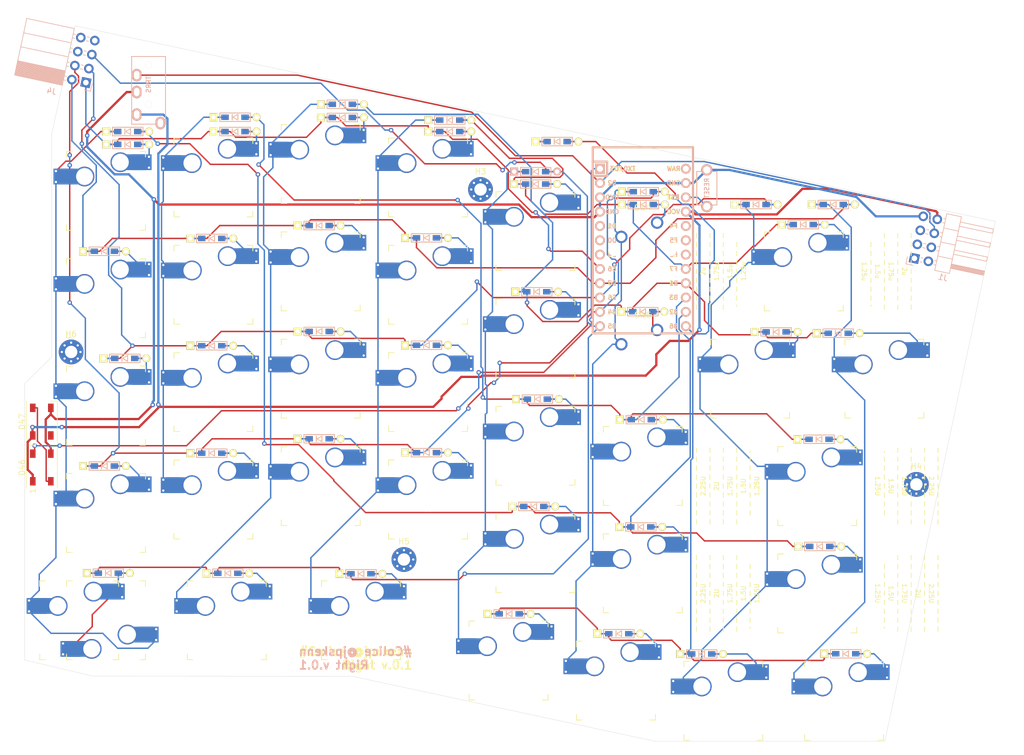
<source format=kicad_pcb>
(kicad_pcb (version 20171130) (host pcbnew "(5.1.5-0-10_14)")
  (layers (0 F.Cu signal) (31 B.Cu signal) (34 B.Paste user) (35 F.Paste user) (36 B.SilkS user) (37 F.SilkS user) (38 B.Mask user) (39 F.Mask user) (44 Edge.Cuts user))
  (net 0 "")
  (net 1 pin6)
  (net 2 pin1)
  (net 3 pin2)
  (net 4 pin3)
  (net 5 pin4)
  (net 6 pin5)
  (net 7 pin7)
  (net 8 "Net-(D8-Pad2)")
  (net 9 "Net-(D9-Pad2)")
  (net 10 "Net-(D11-Pad2)")
  (net 11 "Net-(D12-Pad2)")
  (net 12 pin8)
  (net 13 "Net-(D14-Pad2)")
  (net 14 "Net-(D17-Pad2)")
  (net 15 "Net-(D18-Pad2)")
  (net 16 pin9)
  (net 17 "Net-(D20-Pad2)")
  (net 18 "Net-(D21-Pad2)")
  (net 19 "Net-(D23-Pad2)")
  (net 20 "Net-(D24-Pad2)")
  (net 21 pin10)
  (net 22 "Net-(D26-Pad2)")
  (net 23 "Net-(D27-Pad2)")
  (net 24 "Net-(D29-Pad2)")
  (net 25 "Net-(D30-Pad2)")
  (net 26 "Net-(D32-Pad2)")
  (net 27 "Net-(D35-Pad2)")
  (net 28 "Net-(D36-Pad2)")
  (net 29 "Net-(D38-Pad2)")
  (net 30 "Net-(D45-Pad2)")
  (net 31 "Net-(D46-Pad2)")
  (net 32 "Net-(D47-Pad2)")
  (net 33 data)
  (net 34 led)
  (net 35 GND1)
  (net 36 VCC)
  (net 37 "Net-(J3-PadA)")
  (net 38 "Net-(J4-Pad6)")
  (net 39 "Net-(J4-Pad7)")
  (net 40 "Net-(J4-Pad8)")
  (net 41 reset)
  (net 42 "Net-(U1-Pad24)")
  (net 43 "Net-(D1-Pad1)")
  (net 44 "Net-(D2-Pad2)")
  (net 45 "Net-(D5-Pad2)")
  (net 46 "Net-(D6-Pad2)")
  (net 47 "Net-(D7-Pad2)")
  (net 48 "Net-(D13-Pad2)")
  (net 49 "Net-(D19-Pad2)")
  (net 50 "Net-(D25-Pad2)")
  (net 51 "Net-(D31-Pad2)")
  (net 52 "Net-(D37-Pad2)")
  (net 53 "Net-(D3-Pad2)")
  (net 54 "Net-(D4-Pad1)")
  (net 55 "Net-(D10-Pad1)")
  (net 56 "Net-(D16-Pad1)")
  (net 57 "Net-(D22-Pad1)")
  (net 58 "Net-(D28-Pad1)")
  (net 59 "Net-(D34-Pad1)")
  (net 60 "Net-(U1-Pad5)")
  (net 61 "Net-(U1-Pad6)")
  (net 62 "Net-(U1-Pad7)")
  (net 63 "Net-(U1-Pad18)")
  (net 64 "Net-(U1-Pad19)")
  (net 65 "Net-(U1-Pad20)")
  (net 66 "Net-(D15-Pad1)")
  (net 67 "Net-(D48-Pad2)")
  (net 68 "Net-(D49-Pad2)")
  (net 69 "Net-(D50-Pad2)")
  (net 70 "Net-(D51-Pad2)")
  (net 71 "Net-(D52-Pad2)")
  (net 72 "Net-(D53-Pad2)")
  (net 73 "Net-(D40-Pad1)")
  (net 74 "Net-(J1-Pad1)")
  (net 75 "Net-(J1-Pad2)")
  (net 76 "Net-(J1-Pad3)")
  (net 77 "Net-(J1-Pad4)")
  (net 78 "Net-(J1-Pad5)")
  (module SMK_SU120:CherryMX_MidHeight_Choc_Hotswap_2U_Outline (layer F.Cu) (at 154.78125 58.34087)
    (fp_text reference H2 hide)
    (fp_text value MountingHole hide)
    (fp_text user 1.25u (at 10.715625 0 -90 unlocked) (layer F.SilkS) (effects (font (size 0.8 0.8))))
    (fp_text user 1.75u (at 15.478125 0 -90 unlocked) (layer F.SilkS) (effects (font (size 0.8 0.8))))
    (fp_text user 1.5u (at 13.096875 0 -90 unlocked) (layer F.SilkS) (effects (font (size 0.8 0.8))))
    (fp_text user 2u (at 17.859375 0 -90 unlocked) (layer F.SilkS) (effects (font (size 0.8 0.8))))
    (fp_text user 1.25u (at -10.715625 0 90 unlocked) (layer F.SilkS) (effects (font (size 0.8 0.8))))
    (fp_text user 1.5u (at -13.096875 0 90 unlocked) (layer F.SilkS) (effects (font (size 0.8 0.8))))
    (fp_text user 1.75u (at -15.478125 0 90 unlocked) (layer F.SilkS) (effects (font (size 0.8 0.8))))
    (fp_text user 2u (at -17.859375 0 90 unlocked) (layer F.SilkS) (effects (font (size 0.8 0.8))))
    (pad "" np_thru_hole circle (at -11.938 -6.985) (size 3.048 3.048) (drill 3.048) (layers *.Cu *.Mask))
    (pad "" np_thru_hole circle (at 11.938 -6.985) (size 3.048 3.048) (drill 3.048) (layers *.Cu *.Mask))
    (pad "" np_thru_hole circle (at -11.938 8.255) (size 3.9878 3.9878) (drill 3.9878) (layers *.Cu *.Mask))
    (pad "" np_thru_hole circle (at 11.938 8.255) (size 3.9878 3.9878) (drill 3.9878) (layers *.Cu *.Mask))
  )
  (module SMK_SU120:D3_TH_SMD (layer F.Cu) (at 110.998 35.306)
    (fp_text reference D40 hide)
    (fp_text value D hide)
    (pad 2 smd rect (at 1.775 0) (size 1.3 0.95) (layers F.Cu F.Paste F.Mask) (net 6 pin5))
    (pad 2 thru_hole circle (at 3.81 0) (size 1.397 1.397) (drill 0.8128) (layers *.Cu *.Mask F.SilkS) (net 6 pin5))
    (pad 1 thru_hole rect (at -3.81 0) (size 1.397 1.397) (drill 0.8128) (layers *.Cu *.Mask F.SilkS) (net 73 "Net-(D40-Pad1)"))
    (pad 1 smd rect (at -1.775 0) (size 1.3 0.95) (layers B.Cu B.Paste B.Mask) (net 73 "Net-(D40-Pad1)"))
    (pad 2 smd rect (at 1.775 0) (size 1.3 0.95) (layers B.Cu B.Paste B.Mask) (net 6 pin5))
    (pad 1 smd rect (at -1.775 0) (size 1.3 0.95) (layers F.Cu F.Paste F.Mask) (net 73 "Net-(D40-Pad1)"))
  )
  (module SMK_SU120:MJ-4PP-9 (layer B.Cu) (at 38.5064 20.2184 180)
    (fp_text reference J3)
    (fp_text value MJ-4PP-9 hide)
    (fp_text user TRRS (at 0 -4.96095 90) (layer B.SilkS) (effects (font (size 0.8 0.8)) (justify mirror)))
    (pad A thru_hole oval (at -2.1 -11.8 180) (size 1.7 2.2) (drill oval 1 1.5) (layers *.Cu *.Mask B.SilkS) (net 37 "Net-(J3-PadA)") (clearance 0.15))
    (pad D thru_hole oval (at 2.1 -10.3 180) (size 1.7 2.2) (drill oval 1 1.5) (layers *.Cu *.Mask B.SilkS) (net 36 VCC) (clearance 0.15))
    (pad C thru_hole oval (at 2.1 -6.3 180) (size 1.7 2.2) (drill oval 1 1.5) (layers *.Cu *.Mask B.SilkS) (net 35 GND1) (clearance 0.15))
    (pad B thru_hole oval (at 2.1 -3.3 180) (size 1.7 2.2) (drill oval 1 1.5) (layers *.Cu *.Mask B.SilkS) (net 33 data) (clearance 0.15))
    (pad "" np_thru_hole circle (at 0 -8.5 180) (size 1.2 1.2) (drill 1.2) (layers *.Cu *.Mask B.SilkS))
    (pad "" np_thru_hole circle (at 0 -1.5 180) (size 1.2 1.2) (drill 1.2) (layers *.Cu *.Mask B.SilkS))
  )
  (module SMK_SU120:ResetSW (layer B.Cu) (at 137.5664 43.5864 270)
    (fp_text reference SW1 hide)
    (fp_text value SW_Push)
    (fp_text user RESET (at 0 0 270) (layer B.SilkS) (effects (font (size 0.8 0.8)) (justify mirror)))
    (pad 1 thru_hole circle (at 3.25 0 270) (size 2 2) (drill 1.3) (layers *.Cu *.Mask B.SilkS) (net 41 reset))
    (pad 2 thru_hole circle (at -3.25 0 270) (size 2 2) (drill 1.3) (layers *.Cu *.Mask B.SilkS) (net 35 GND1))
  )
  (module SMK_foostan:CherryMX_Hotswap_v2 (layer F.Cu) (at 154.78125 58.34087)
    (fp_text reference SW41)
    (fp_text value SW_Push)
    (pad 2 smd rect (at 5.842 -5.08) (size 4.5 2.8) (layers B.Cu) (net 44 "Net-(D2-Pad2)"))
    (pad 1 smd rect (at -7.085 -2.54) (size 4.5 2.8) (layers B.Cu) (net 43 "Net-(D1-Pad1)"))
    (pad 2 thru_hole circle (at 7.62 -4.118) (size 0.8 0.8) (drill 0.4) (layers *.Cu) (net 44 "Net-(D2-Pad2)"))
    (pad 1 thru_hole circle (at -8.89 -1.578) (size 0.8 0.8) (drill 0.4) (layers *.Cu) (net 43 "Net-(D1-Pad1)"))
    (pad 2 thru_hole circle (at 7.62 -6.042) (size 0.8 0.8) (drill 0.4) (layers *.Cu) (net 44 "Net-(D2-Pad2)"))
    (pad 1 thru_hole circle (at -8.89 -3.502) (size 0.8 0.8) (drill 0.4) (layers *.Cu) (net 43 "Net-(D1-Pad1)"))
    (pad 2 smd rect (at 5.815 -5.08) (size 2.55 2.8) (layers B.Cu B.Paste B.Mask) (net 44 "Net-(D2-Pad2)"))
    (pad 1 smd rect (at -7.085 -2.54) (size 2.55 2.8) (layers B.Cu B.Paste B.Mask) (net 43 "Net-(D1-Pad1)"))
    (pad "" np_thru_hole circle (at 5.08 0 48.0996) (size 1.75 1.75) (drill 1.75) (layers *.Cu *.Mask))
    (pad "" np_thru_hole circle (at -5.08 0 48.0996) (size 1.75 1.75) (drill 1.75) (layers *.Cu *.Mask))
    (pad 1 thru_hole circle (at -3.81 -2.54) (size 3.5 3.5) (drill 3) (layers *.Cu) (net 43 "Net-(D1-Pad1)"))
    (pad "" np_thru_hole circle (at 0 0) (size 3.9878 3.9878) (drill 3.9878) (layers *.Cu *.Mask))
    (pad 2 thru_hole circle (at 2.54 -5.08) (size 3.5 3.5) (drill 3) (layers *.Cu) (net 44 "Net-(D2-Pad2)"))
  )
  (module SMK_SU120:D3_TH_SMD (layer F.Cu) (at 136.652 126.238)
    (fp_text reference D3 hide)
    (fp_text value D hide)
    (pad 2 smd rect (at 1.775 0) (size 1.3 0.95) (layers F.Cu F.Paste F.Mask) (net 53 "Net-(D3-Pad2)"))
    (pad 2 thru_hole circle (at 3.81 0) (size 1.397 1.397) (drill 0.8128) (layers *.Cu *.Mask F.SilkS) (net 53 "Net-(D3-Pad2)"))
    (pad 1 thru_hole rect (at -3.81 0) (size 1.397 1.397) (drill 0.8128) (layers *.Cu *.Mask F.SilkS) (net 6 pin5))
    (pad 1 smd rect (at -1.775 0) (size 1.3 0.95) (layers B.Cu B.Paste B.Mask) (net 6 pin5))
    (pad 2 smd rect (at 1.775 0) (size 1.3 0.95) (layers B.Cu B.Paste B.Mask) (net 53 "Net-(D3-Pad2)"))
    (pad 1 smd rect (at -1.775 0) (size 1.3 0.95) (layers F.Cu F.Paste F.Mask) (net 6 pin5))
  )
  (module SMK_foostan:CherryMX_Hotswap_v2 (layer F.Cu) (at 140.49375 134.54119)
    (fp_text reference SW3)
    (fp_text value SW_Push)
    (pad 2 thru_hole circle (at 2.54 -5.08) (size 3.5 3.5) (drill 3) (layers *.Cu) (net 53 "Net-(D3-Pad2)"))
    (pad "" np_thru_hole circle (at 0 0) (size 3.9878 3.9878) (drill 3.9878) (layers *.Cu *.Mask))
    (pad 1 thru_hole circle (at -3.81 -2.54) (size 3.5 3.5) (drill 3) (layers *.Cu) (net 43 "Net-(D1-Pad1)"))
    (pad "" np_thru_hole circle (at -5.08 0 48.0996) (size 1.75 1.75) (drill 1.75) (layers *.Cu *.Mask))
    (pad "" np_thru_hole circle (at 5.08 0 48.0996) (size 1.75 1.75) (drill 1.75) (layers *.Cu *.Mask))
    (pad 1 smd rect (at -7.084999 -2.54) (size 2.55 2.8) (layers B.Cu B.Paste B.Mask) (net 43 "Net-(D1-Pad1)"))
    (pad 2 smd rect (at 5.815 -5.08) (size 2.55 2.8) (layers B.Cu B.Paste B.Mask) (net 53 "Net-(D3-Pad2)"))
    (pad 1 thru_hole circle (at -8.89 -3.502) (size 0.8 0.8) (drill 0.4) (layers *.Cu) (net 43 "Net-(D1-Pad1)"))
    (pad 2 thru_hole circle (at 7.62 -6.042) (size 0.8 0.8) (drill 0.4) (layers *.Cu) (net 53 "Net-(D3-Pad2)"))
    (pad 1 thru_hole circle (at -8.89 -1.578) (size 0.8 0.8) (drill 0.4) (layers *.Cu) (net 43 "Net-(D1-Pad1)"))
    (pad 2 thru_hole circle (at 7.62 -4.118) (size 0.8 0.8) (drill 0.4) (layers *.Cu) (net 53 "Net-(D3-Pad2)"))
    (pad 1 smd rect (at -7.085 -2.54) (size 4.5 2.8) (layers B.Cu) (net 43 "Net-(D1-Pad1)"))
    (pad 2 smd rect (at 5.842 -5.08) (size 4.5 2.8) (layers B.Cu) (net 53 "Net-(D3-Pad2)"))
  )
  (module SMK_foostan:CherryMX_Hotswap_v2 (layer F.Cu) (at 169.06875 77.39095)
    (fp_text reference SW39)
    (fp_text value SW_Push)
    (pad 2 smd rect (at 5.842 -5.08) (size 4.5 2.8) (layers B.Cu) (net 67 "Net-(D48-Pad2)"))
    (pad 1 smd rect (at -7.085 -2.54) (size 4.5 2.8) (layers B.Cu) (net 66 "Net-(D15-Pad1)"))
    (pad 2 thru_hole circle (at 7.62 -4.118) (size 0.8 0.8) (drill 0.4) (layers *.Cu) (net 67 "Net-(D48-Pad2)"))
    (pad 1 thru_hole circle (at -8.89 -1.578) (size 0.8 0.8) (drill 0.4) (layers *.Cu) (net 66 "Net-(D15-Pad1)"))
    (pad 2 thru_hole circle (at 7.62 -6.042) (size 0.8 0.8) (drill 0.4) (layers *.Cu) (net 67 "Net-(D48-Pad2)"))
    (pad 1 thru_hole circle (at -8.89 -3.502) (size 0.8 0.8) (drill 0.4) (layers *.Cu) (net 66 "Net-(D15-Pad1)"))
    (pad 2 smd rect (at 5.815 -5.08) (size 2.55 2.8) (layers B.Cu B.Paste B.Mask) (net 67 "Net-(D48-Pad2)"))
    (pad 1 smd rect (at -7.085 -2.54) (size 2.55 2.8) (layers B.Cu B.Paste B.Mask) (net 66 "Net-(D15-Pad1)"))
    (pad "" np_thru_hole circle (at 5.08 0 48.0996) (size 1.75 1.75) (drill 1.75) (layers *.Cu *.Mask))
    (pad "" np_thru_hole circle (at -5.08 0 48.0996) (size 1.75 1.75) (drill 1.75) (layers *.Cu *.Mask))
    (pad 1 thru_hole circle (at -3.81 -2.54) (size 3.5 3.5) (drill 3) (layers *.Cu) (net 66 "Net-(D15-Pad1)"))
    (pad "" np_thru_hole circle (at 0 0) (size 3.9878 3.9878) (drill 3.9878) (layers *.Cu *.Mask))
    (pad 2 thru_hole circle (at 2.54 -5.08) (size 3.5 3.5) (drill 3) (layers *.Cu) (net 67 "Net-(D48-Pad2)"))
  )
  (module SMK_foostan:CherryMX_Hotswap_v2 (layer F.Cu) (at 145.25625 77.39095)
    (fp_text reference SW42)
    (fp_text value SW_Push)
    (pad 2 thru_hole circle (at 2.54 -5.08) (size 3.5 3.5) (drill 3) (layers *.Cu) (net 69 "Net-(D50-Pad2)"))
    (pad "" np_thru_hole circle (at 0 0) (size 3.9878 3.9878) (drill 3.9878) (layers *.Cu *.Mask))
    (pad 1 thru_hole circle (at -3.81 -2.54) (size 3.5 3.5) (drill 3) (layers *.Cu) (net 43 "Net-(D1-Pad1)"))
    (pad "" np_thru_hole circle (at -5.08 0 48.0996) (size 1.75 1.75) (drill 1.75) (layers *.Cu *.Mask))
    (pad "" np_thru_hole circle (at 5.08 0 48.0996) (size 1.75 1.75) (drill 1.75) (layers *.Cu *.Mask))
    (pad 1 smd rect (at -7.085 -2.54) (size 2.55 2.8) (layers B.Cu B.Paste B.Mask) (net 43 "Net-(D1-Pad1)"))
    (pad 2 smd rect (at 5.815 -5.08) (size 2.55 2.8) (layers B.Cu B.Paste B.Mask) (net 69 "Net-(D50-Pad2)"))
    (pad 1 thru_hole circle (at -8.89 -3.502) (size 0.8 0.8) (drill 0.4) (layers *.Cu) (net 43 "Net-(D1-Pad1)"))
    (pad 2 thru_hole circle (at 7.62 -6.042) (size 0.8 0.8) (drill 0.4) (layers *.Cu) (net 69 "Net-(D50-Pad2)"))
    (pad 1 thru_hole circle (at -8.89 -1.578) (size 0.8 0.8) (drill 0.4) (layers *.Cu) (net 43 "Net-(D1-Pad1)"))
    (pad 2 thru_hole circle (at 7.62 -4.118) (size 0.8 0.8) (drill 0.4) (layers *.Cu) (net 69 "Net-(D50-Pad2)"))
    (pad 1 smd rect (at -7.085 -2.54) (size 4.5 2.8) (layers B.Cu) (net 43 "Net-(D1-Pad1)"))
    (pad 2 smd rect (at 5.842 -5.08) (size 4.5 2.8) (layers B.Cu) (net 69 "Net-(D50-Pad2)"))
  )
  (module SMK_SU120:D3_TH_SMD (layer F.Cu) (at 149.86 69.088)
    (fp_text reference D50 hide)
    (fp_text value D hide)
    (pad 1 smd rect (at -1.775 0) (size 1.3 0.95) (layers F.Cu F.Paste F.Mask) (net 3 pin2))
    (pad 2 smd rect (at 1.775 0) (size 1.3 0.95) (layers B.Cu B.Paste B.Mask) (net 69 "Net-(D50-Pad2)"))
    (pad 1 smd rect (at -1.775 0) (size 1.3 0.95) (layers B.Cu B.Paste B.Mask) (net 3 pin2))
    (pad 1 thru_hole rect (at -3.81 0) (size 1.397 1.397) (drill 0.8128) (layers *.Cu *.Mask F.SilkS) (net 3 pin2))
    (pad 2 thru_hole circle (at 3.81 0) (size 1.397 1.397) (drill 0.8128) (layers *.Cu *.Mask F.SilkS) (net 69 "Net-(D50-Pad2)"))
    (pad 2 smd rect (at 1.775 0) (size 1.3 0.95) (layers F.Cu F.Paste F.Mask) (net 69 "Net-(D50-Pad2)"))
  )
  (module SMK_SU120:D3_TH_SMD (layer F.Cu) (at 34.798 33.528)
    (fp_text reference D34 hide)
    (fp_text value D hide)
    (pad 1 smd rect (at -1.775 0) (size 1.3 0.95) (layers F.Cu F.Paste F.Mask) (net 59 "Net-(D34-Pad1)"))
    (pad 2 smd rect (at 1.775 0) (size 1.3 0.95) (layers B.Cu B.Paste B.Mask) (net 5 pin4))
    (pad 1 smd rect (at -1.775 0) (size 1.3 0.95) (layers B.Cu B.Paste B.Mask) (net 59 "Net-(D34-Pad1)"))
    (pad 1 thru_hole rect (at -3.81 0) (size 1.397 1.397) (drill 0.8128) (layers *.Cu *.Mask F.SilkS) (net 59 "Net-(D34-Pad1)"))
    (pad 2 thru_hole circle (at 3.81 0) (size 1.397 1.397) (drill 0.8128) (layers *.Cu *.Mask F.SilkS) (net 5 pin4))
    (pad 2 smd rect (at 1.775 0) (size 1.3 0.95) (layers F.Cu F.Paste F.Mask) (net 5 pin4))
  )
  (module SMK_keebio:ArduinoProMicro (layer F.Cu) (at 126.2253 54.102 270)
    (fp_text reference U1 hide)
    (fp_text value ProMicro hide)
    (fp_text user D2 (at -11.43 5.461) (layer B.SilkS) (effects (font (size 0.8 0.8)) (justify mirror)))
    (fp_text user D0 (at -1.27 5.461) (layer B.SilkS) (effects (font (size 0.8 0.8)) (justify mirror)))
    (fp_text user D1 (at -3.81 5.461) (layer B.SilkS) (effects (font (size 0.8 0.8)) (justify mirror)))
    (fp_text user GND (at -6.35 5.461) (layer B.SilkS) (effects (font (size 0.8 0.8)) (justify mirror)))
    (fp_text user GND (at -8.89 5.461) (layer B.SilkS) (effects (font (size 0.8 0.8)) (justify mirror)))
    (fp_text user D4 (at 1.27 5.461) (layer B.SilkS) (effects (font (size 0.8 0.8)) (justify mirror)))
    (fp_text user C6 (at 3.81 5.461) (layer B.SilkS) (effects (font (size 0.8 0.8)) (justify mirror)))
    (fp_text user D7 (at 6.35 5.461) (layer B.SilkS) (effects (font (size 0.8 0.8)) (justify mirror)))
    (fp_text user E6 (at 8.89 5.461) (layer B.SilkS) (effects (font (size 0.8 0.8)) (justify mirror)))
    (fp_text user B4 (at 11.43 5.461) (layer B.SilkS) (effects (font (size 0.8 0.8)) (justify mirror)))
    (fp_text user B5 (at 13.97 5.461) (layer B.SilkS) (effects (font (size 0.8 0.8)) (justify mirror)))
    (fp_text user B6 (at 13.97 -5.461) (layer B.SilkS) (effects (font (size 0.8 0.8)) (justify mirror)))
    (fp_text user B2 (at 11.43 -5.461) (layer F.SilkS) (effects (font (size 0.8 0.8))))
    (fp_text user B3 (at 8.89 -5.461) (layer B.SilkS) (effects (font (size 0.8 0.8)) (justify mirror)))
    (fp_text user B1 (at 6.35 -5.461) (layer B.SilkS) (effects (font (size 0.8 0.8)) (justify mirror)))
    (fp_text user F7 (at 3.81 -5.461) (layer F.SilkS) (effects (font (size 0.8 0.8))))
    (fp_text user F6 (at 1.27 -5.461) (layer F.SilkS) (effects (font (size 0.8 0.8))))
    (fp_text user F5 (at -1.27 -5.461) (layer F.SilkS) (effects (font (size 0.8 0.8))))
    (fp_text user F4 (at -3.81 -5.461) (layer B.SilkS) (effects (font (size 0.8 0.8)) (justify mirror)))
    (fp_text user VCC (at -6.35 -5.461) (layer B.SilkS) (effects (font (size 0.8 0.8)) (justify mirror)))
    (fp_text user GND (at -11.43 -5.461) (layer B.SilkS) (effects (font (size 0.8 0.8)) (justify mirror)))
    (fp_text user RAW (at -13.97 -5.461) (layer B.SilkS) (effects (font (size 0.8 0.8)) (justify mirror)))
    (fp_text user RAW (at -13.97 -5.461) (layer F.SilkS) (effects (font (size 0.8 0.8))))
    (fp_text user GND (at -11.43 -5.461) (layer F.SilkS) (effects (font (size 0.8 0.8))))
    (fp_text user ST (at -8.92 -5.73312) (layer F.SilkS) (effects (font (size 0.8 0.8))))
    (fp_text user VCC (at -6.35 -5.461) (layer F.SilkS) (effects (font (size 0.8 0.8))))
    (fp_text user F4 (at -3.81 -5.461) (layer F.SilkS) (effects (font (size 0.8 0.8))))
    (fp_text user F5 (at -1.27 -5.461) (layer B.SilkS) (effects (font (size 0.8 0.8)) (justify mirror)))
    (fp_text user F6 (at 1.27 -5.461) (layer B.SilkS) (effects (font (size 0.8 0.8)) (justify mirror)))
    (fp_text user F7 (at 3.81 -5.461) (layer B.SilkS) (effects (font (size 0.8 0.8)) (justify mirror)))
    (fp_text user B1 (at 6.35 -5.461) (layer F.SilkS) (effects (font (size 0.8 0.8))))
    (fp_text user B3 (at 8.89 -5.461) (layer F.SilkS) (effects (font (size 0.8 0.8))))
    (fp_text user B2 (at 11.43 -5.461) (layer B.SilkS) (effects (font (size 0.8 0.8)) (justify mirror)))
    (fp_text user B6 (at 13.97 -5.461) (layer F.SilkS) (effects (font (size 0.8 0.8))))
    (fp_text user B5 (at 13.97 5.461) (layer F.SilkS) (effects (font (size 0.8 0.8))))
    (fp_text user B4 (at 11.43 5.461) (layer F.SilkS) (effects (font (size 0.8 0.8))))
    (fp_text user E6 (at 8.89 5.461) (layer F.SilkS) (effects (font (size 0.8 0.8))))
    (fp_text user D7 (at 6.35 5.461) (layer F.SilkS) (effects (font (size 0.8 0.8))))
    (fp_text user C6 (at 3.81 5.461) (layer F.SilkS) (effects (font (size 0.8 0.8))))
    (fp_text user D4 (at 1.27 5.461) (layer F.SilkS) (effects (font (size 0.8 0.8))))
    (fp_text user GND (at -8.89 5.461) (layer F.SilkS) (effects (font (size 0.8 0.8))))
    (fp_text user GND (at -6.35 5.461) (layer F.SilkS) (effects (font (size 0.8 0.8))))
    (fp_text user D1 (at -3.81 5.461) (layer F.SilkS) (effects (font (size 0.8 0.8))))
    (fp_text user D0 (at -1.27 5.461) (layer F.SilkS) (effects (font (size 0.8 0.8))))
    (fp_text user D2 (at -11.43 5.461) (layer F.SilkS) (effects (font (size 0.8 0.8))))
    (fp_text user TX0/D3 (at -13.97 3.571872) (layer B.SilkS) (effects (font (size 0.8 0.8)) (justify mirror)))
    (fp_text user TX0/D3 (at -13.97 3.571872) (layer F.SilkS) (effects (font (size 0.8 0.8))))
    (fp_text user ST (at -8.91 -5.04) (layer B.SilkS) (effects (font (size 0.8 0.8)) (justify mirror)))
    (pad 1 thru_hole rect (at -13.97 7.62 270) (size 1.7526 1.7526) (drill 1.0922) (layers *.Cu *.SilkS *.Mask) (net 34 led))
    (pad 2 thru_hole circle (at -11.43 7.62 270) (size 1.7526 1.7526) (drill 1.0922) (layers *.Cu *.SilkS *.Mask) (net 33 data))
    (pad 3 thru_hole circle (at -8.89 7.62 270) (size 1.7526 1.7526) (drill 1.0922) (layers *.Cu *.SilkS *.Mask) (net 35 GND1))
    (pad 4 thru_hole circle (at -6.35 7.62 270) (size 1.7526 1.7526) (drill 1.0922) (layers *.Cu *.SilkS *.Mask) (net 35 GND1))
    (pad 5 thru_hole circle (at -3.81 7.62 270) (size 1.7526 1.7526) (drill 1.0922) (layers *.Cu *.SilkS *.Mask) (net 60 "Net-(U1-Pad5)"))
    (pad 6 thru_hole circle (at -1.27 7.62 270) (size 1.7526 1.7526) (drill 1.0922) (layers *.Cu *.SilkS *.Mask) (net 61 "Net-(U1-Pad6)"))
    (pad 7 thru_hole circle (at 1.27 7.62 270) (size 1.7526 1.7526) (drill 1.0922) (layers *.Cu *.SilkS *.Mask) (net 62 "Net-(U1-Pad7)"))
    (pad 8 thru_hole circle (at 3.81 7.62 270) (size 1.7526 1.7526) (drill 1.0922) (layers *.Cu *.SilkS *.Mask) (net 1 pin6))
    (pad 9 thru_hole circle (at 6.35 7.62 270) (size 1.7526 1.7526) (drill 1.0922) (layers *.Cu *.SilkS *.Mask) (net 7 pin7))
    (pad 10 thru_hole circle (at 8.89 7.62 270) (size 1.7526 1.7526) (drill 1.0922) (layers *.Cu *.SilkS *.Mask) (net 12 pin8))
    (pad 11 thru_hole circle (at 11.43 7.62 270) (size 1.7526 1.7526) (drill 1.0922) (layers *.Cu *.SilkS *.Mask) (net 16 pin9))
    (pad 13 thru_hole circle (at 13.97 -7.62 270) (size 1.7526 1.7526) (drill 1.0922) (layers *.Cu *.SilkS *.Mask) (net 6 pin5))
    (pad 14 thru_hole circle (at 11.43 -7.62 270) (size 1.7526 1.7526) (drill 1.0922) (layers *.Cu *.SilkS *.Mask) (net 5 pin4))
    (pad 15 thru_hole circle (at 8.89 -7.62 270) (size 1.7526 1.7526) (drill 1.0922) (layers *.Cu *.SilkS *.Mask) (net 4 pin3))
    (pad 16 thru_hole circle (at 6.35 -7.62 270) (size 1.7526 1.7526) (drill 1.0922) (layers *.Cu *.SilkS *.Mask) (net 3 pin2))
    (pad 17 thru_hole circle (at 3.81 -7.62 270) (size 1.7526 1.7526) (drill 1.0922) (layers *.Cu *.SilkS *.Mask) (net 2 pin1))
    (pad 18 thru_hole circle (at 1.27 -7.62 270) (size 1.7526 1.7526) (drill 1.0922) (layers *.Cu *.SilkS *.Mask) (net 63 "Net-(U1-Pad18)"))
    (pad 19 thru_hole circle (at -1.27 -7.62 270) (size 1.7526 1.7526) (drill 1.0922) (layers *.Cu *.SilkS *.Mask) (net 64 "Net-(U1-Pad19)"))
    (pad 20 thru_hole circle (at -3.81 -7.62 270) (size 1.7526 1.7526) (drill 1.0922) (layers *.Cu *.SilkS *.Mask) (net 65 "Net-(U1-Pad20)"))
    (pad 21 thru_hole circle (at -6.35 -7.62 270) (size 1.7526 1.7526) (drill 1.0922) (layers *.Cu *.SilkS *.Mask) (net 36 VCC))
    (pad 22 thru_hole circle (at -8.89 -7.62 270) (size 1.7526 1.7526) (drill 1.0922) (layers *.Cu *.SilkS *.Mask) (net 41 reset))
    (pad 23 thru_hole circle (at -11.43 -7.62 270) (size 1.7526 1.7526) (drill 1.0922) (layers *.Cu *.SilkS *.Mask) (net 35 GND1))
    (pad 12 thru_hole circle (at 13.97 7.62 270) (size 1.7526 1.7526) (drill 1.0922) (layers *.Cu *.SilkS *.Mask) (net 21 pin10))
    (pad 24 thru_hole circle (at -13.97 -7.62 270) (size 1.7526 1.7526) (drill 1.0922) (layers *.Cu *.SilkS *.Mask) (net 42 "Net-(U1-Pad24)"))
  )
  (module SMK_SU120:D3_TH_SMD (layer F.Cu) (at 126.20625 65.48465)
    (fp_text reference D6 hide)
    (fp_text value D hide)
    (pad 2 smd rect (at 1.775 0) (size 1.3 0.95) (layers F.Cu F.Paste F.Mask) (net 46 "Net-(D6-Pad2)"))
    (pad 2 thru_hole circle (at 3.81 0) (size 1.397 1.397) (drill 0.8128) (layers *.Cu *.Mask F.SilkS) (net 46 "Net-(D6-Pad2)"))
    (pad 1 thru_hole rect (at -3.81 0) (size 1.397 1.397) (drill 0.8128) (layers *.Cu *.Mask F.SilkS) (net 3 pin2))
    (pad 1 smd rect (at -1.775 0) (size 1.3 0.95) (layers B.Cu B.Paste B.Mask) (net 3 pin2))
    (pad 2 smd rect (at 1.775 0) (size 1.3 0.95) (layers B.Cu B.Paste B.Mask) (net 46 "Net-(D6-Pad2)"))
    (pad 1 smd rect (at -1.775 0) (size 1.3 0.95) (layers F.Cu F.Paste F.Mask) (net 3 pin2))
  )
  (module SMK_foostan:CherryMX_Hotswap_v2 (layer F.Cu) (at 121.44375 130.9693)
    (fp_text reference SW8)
    (fp_text value SW_Push)
    (pad 2 thru_hole circle (at 2.54 -5.08) (size 3.5 3.5) (drill 3) (layers *.Cu) (net 9 "Net-(D9-Pad2)"))
    (pad "" np_thru_hole circle (at 0 0) (size 3.9878 3.9878) (drill 3.9878) (layers *.Cu *.Mask))
    (pad 1 thru_hole circle (at -3.81 -2.54) (size 3.5 3.5) (drill 3) (layers *.Cu) (net 54 "Net-(D4-Pad1)"))
    (pad "" np_thru_hole circle (at -5.08 0 48.0996) (size 1.75 1.75) (drill 1.75) (layers *.Cu *.Mask))
    (pad "" np_thru_hole circle (at 5.08 0 48.0996) (size 1.75 1.75) (drill 1.75) (layers *.Cu *.Mask))
    (pad 1 smd rect (at -7.084999 -2.54) (size 2.55 2.8) (layers B.Cu B.Paste B.Mask) (net 54 "Net-(D4-Pad1)"))
    (pad 2 smd rect (at 5.815 -5.08) (size 2.55 2.8) (layers B.Cu B.Paste B.Mask) (net 9 "Net-(D9-Pad2)"))
    (pad 1 thru_hole circle (at -8.89 -3.502) (size 0.8 0.8) (drill 0.4) (layers *.Cu) (net 54 "Net-(D4-Pad1)"))
    (pad 2 thru_hole circle (at 7.62 -6.042) (size 0.8 0.8) (drill 0.4) (layers *.Cu) (net 9 "Net-(D9-Pad2)"))
    (pad 1 thru_hole circle (at -8.89 -1.578) (size 0.8 0.8) (drill 0.4) (layers *.Cu) (net 54 "Net-(D4-Pad1)"))
    (pad 2 thru_hole circle (at 7.62 -4.118) (size 0.8 0.8) (drill 0.4) (layers *.Cu) (net 9 "Net-(D9-Pad2)"))
    (pad 1 smd rect (at -7.085 -2.54) (size 4.5 2.8) (layers B.Cu) (net 54 "Net-(D4-Pad1)"))
    (pad 2 smd rect (at 5.842 -5.08) (size 4.5 2.8) (layers B.Cu) (net 9 "Net-(D9-Pad2)"))
  )
  (module SMK_SU120:D3_TH_SMD (layer F.Cu) (at 91.948 31.496)
    (fp_text reference D16 hide)
    (fp_text value D hide)
    (pad 2 smd rect (at 1.775 0) (size 1.3 0.95) (layers F.Cu F.Paste F.Mask) (net 2 pin1))
    (pad 2 thru_hole circle (at 3.81 0) (size 1.397 1.397) (drill 0.8128) (layers *.Cu *.Mask F.SilkS) (net 2 pin1))
    (pad 1 thru_hole rect (at -3.81 0) (size 1.397 1.397) (drill 0.8128) (layers *.Cu *.Mask F.SilkS) (net 56 "Net-(D16-Pad1)"))
    (pad 1 smd rect (at -1.775 0) (size 1.3 0.95) (layers B.Cu B.Paste B.Mask) (net 56 "Net-(D16-Pad1)"))
    (pad 2 smd rect (at 1.775 0) (size 1.3 0.95) (layers B.Cu B.Paste B.Mask) (net 2 pin1))
    (pad 1 smd rect (at -1.775 0) (size 1.3 0.95) (layers F.Cu F.Paste F.Mask) (net 56 "Net-(D16-Pad1)"))
  )
  (module SMK_SU120:D3_TH_SMD (layer F.Cu) (at 107.188 42.84655)
    (fp_text reference D11 hide)
    (fp_text value D hide)
    (pad 2 smd rect (at 1.775 0) (size 1.3 0.95) (layers F.Cu F.Paste F.Mask) (net 10 "Net-(D11-Pad2)"))
    (pad 2 thru_hole circle (at 3.81 0) (size 1.397 1.397) (drill 0.8128) (layers *.Cu *.Mask F.SilkS) (net 10 "Net-(D11-Pad2)"))
    (pad 1 thru_hole rect (at -3.81 0) (size 1.397 1.397) (drill 0.8128) (layers *.Cu *.Mask F.SilkS) (net 2 pin1))
    (pad 1 smd rect (at -1.775 0) (size 1.3 0.95) (layers B.Cu B.Paste B.Mask) (net 2 pin1))
    (pad 2 smd rect (at 1.775 0) (size 1.3 0.95) (layers B.Cu B.Paste B.Mask) (net 10 "Net-(D11-Pad2)"))
    (pad 1 smd rect (at -1.775 0) (size 1.3 0.95) (layers F.Cu F.Paste F.Mask) (net 2 pin1))
  )
  (module SMK_SU120:D3_TH_SMD (layer F.Cu) (at 146.304 46.482)
    (fp_text reference D1 hide)
    (fp_text value D hide)
    (pad 2 smd rect (at 1.775 0) (size 1.3 0.95) (layers F.Cu F.Paste F.Mask) (net 12 pin8))
    (pad 2 thru_hole circle (at 3.81 0) (size 1.397 1.397) (drill 0.8128) (layers *.Cu *.Mask F.SilkS) (net 12 pin8))
    (pad 1 thru_hole rect (at -3.81 0) (size 1.397 1.397) (drill 0.8128) (layers *.Cu *.Mask F.SilkS) (net 43 "Net-(D1-Pad1)"))
    (pad 1 smd rect (at -1.775 0) (size 1.3 0.95) (layers B.Cu B.Paste B.Mask) (net 43 "Net-(D1-Pad1)"))
    (pad 2 smd rect (at 1.775 0) (size 1.3 0.95) (layers B.Cu B.Paste B.Mask) (net 12 pin8))
    (pad 1 smd rect (at -1.775 0) (size 1.3 0.95) (layers F.Cu F.Paste F.Mask) (net 43 "Net-(D1-Pad1)"))
  )
  (module SMK_SU120:D3_TH_SMD (layer F.Cu) (at 154.686 50.038)
    (fp_text reference D2 hide)
    (fp_text value D hide)
    (pad 2 smd rect (at 1.775 0) (size 1.3 0.95) (layers F.Cu F.Paste F.Mask) (net 44 "Net-(D2-Pad2)"))
    (pad 2 thru_hole circle (at 3.81 0) (size 1.397 1.397) (drill 0.8128) (layers *.Cu *.Mask F.SilkS) (net 44 "Net-(D2-Pad2)"))
    (pad 1 thru_hole rect (at -3.81 0) (size 1.397 1.397) (drill 0.8128) (layers *.Cu *.Mask F.SilkS) (net 2 pin1))
    (pad 1 smd rect (at -1.775 0) (size 1.3 0.95) (layers B.Cu B.Paste B.Mask) (net 2 pin1))
    (pad 2 smd rect (at 1.775 0) (size 1.3 0.95) (layers B.Cu B.Paste B.Mask) (net 44 "Net-(D2-Pad2)"))
    (pad 1 smd rect (at -1.775 0) (size 1.3 0.95) (layers F.Cu F.Paste F.Mask) (net 2 pin1))
  )
  (module SMK_SU120:D3_TH_SMD (layer F.Cu) (at 126.3015 44.196)
    (fp_text reference D4 hide)
    (fp_text value D hide)
    (pad 1 smd rect (at -1.775 0) (size 1.3 0.95) (layers F.Cu F.Paste F.Mask) (net 54 "Net-(D4-Pad1)"))
    (pad 2 smd rect (at 1.775 0) (size 1.3 0.95) (layers B.Cu B.Paste B.Mask) (net 16 pin9))
    (pad 1 smd rect (at -1.775 0) (size 1.3 0.95) (layers B.Cu B.Paste B.Mask) (net 54 "Net-(D4-Pad1)"))
    (pad 1 thru_hole rect (at -3.81 0) (size 1.397 1.397) (drill 0.8128) (layers *.Cu *.Mask F.SilkS) (net 54 "Net-(D4-Pad1)"))
    (pad 2 thru_hole circle (at 3.81 0) (size 1.397 1.397) (drill 0.8128) (layers *.Cu *.Mask F.SilkS) (net 16 pin9))
    (pad 2 smd rect (at 1.775 0) (size 1.3 0.95) (layers F.Cu F.Paste F.Mask) (net 16 pin9))
  )
  (module SMK_SU120:D3_TH_SMD (layer F.Cu) (at 126.3015 46.481925)
    (fp_text reference D5 hide)
    (fp_text value D hide)
    (pad 2 smd rect (at 1.775 0) (size 1.3 0.95) (layers F.Cu F.Paste F.Mask) (net 45 "Net-(D5-Pad2)"))
    (pad 2 thru_hole circle (at 3.81 0) (size 1.397 1.397) (drill 0.8128) (layers *.Cu *.Mask F.SilkS) (net 45 "Net-(D5-Pad2)"))
    (pad 1 thru_hole rect (at -3.81 0) (size 1.397 1.397) (drill 0.8128) (layers *.Cu *.Mask F.SilkS) (net 2 pin1))
    (pad 1 smd rect (at -1.775 0) (size 1.3 0.95) (layers B.Cu B.Paste B.Mask) (net 2 pin1))
    (pad 2 smd rect (at 1.775 0) (size 1.3 0.95) (layers B.Cu B.Paste B.Mask) (net 45 "Net-(D5-Pad2)"))
    (pad 1 smd rect (at -1.775 0) (size 1.3 0.95) (layers F.Cu F.Paste F.Mask) (net 2 pin1))
  )
  (module SMK_SU120:D3_TH_SMD (layer F.Cu) (at 125.95225 84.645425)
    (fp_text reference D7 hide)
    (fp_text value D hide)
    (pad 2 smd rect (at 1.775 0) (size 1.3 0.95) (layers F.Cu F.Paste F.Mask) (net 47 "Net-(D7-Pad2)"))
    (pad 2 thru_hole circle (at 3.81 0) (size 1.397 1.397) (drill 0.8128) (layers *.Cu *.Mask F.SilkS) (net 47 "Net-(D7-Pad2)"))
    (pad 1 thru_hole rect (at -3.81 0) (size 1.397 1.397) (drill 0.8128) (layers *.Cu *.Mask F.SilkS) (net 4 pin3))
    (pad 1 smd rect (at -1.775 0) (size 1.3 0.95) (layers B.Cu B.Paste B.Mask) (net 4 pin3))
    (pad 2 smd rect (at 1.775 0) (size 1.3 0.95) (layers B.Cu B.Paste B.Mask) (net 47 "Net-(D7-Pad2)"))
    (pad 1 smd rect (at -1.775 0) (size 1.3 0.95) (layers F.Cu F.Paste F.Mask) (net 4 pin3))
  )
  (module SMK_SU120:D3_TH_SMD (layer F.Cu) (at 125.857 103.695425)
    (fp_text reference D8 hide)
    (fp_text value D hide)
    (pad 2 smd rect (at 1.775 0) (size 1.3 0.95) (layers F.Cu F.Paste F.Mask) (net 8 "Net-(D8-Pad2)"))
    (pad 2 thru_hole circle (at 3.81 0) (size 1.397 1.397) (drill 0.8128) (layers *.Cu *.Mask F.SilkS) (net 8 "Net-(D8-Pad2)"))
    (pad 1 thru_hole rect (at -3.81 0) (size 1.397 1.397) (drill 0.8128) (layers *.Cu *.Mask F.SilkS) (net 5 pin4))
    (pad 1 smd rect (at -1.775 0) (size 1.3 0.95) (layers B.Cu B.Paste B.Mask) (net 5 pin4))
    (pad 2 smd rect (at 1.775 0) (size 1.3 0.95) (layers B.Cu B.Paste B.Mask) (net 8 "Net-(D8-Pad2)"))
    (pad 1 smd rect (at -1.775 0) (size 1.3 0.95) (layers F.Cu F.Paste F.Mask) (net 5 pin4))
  )
  (module SMK_SU120:D3_TH_SMD (layer F.Cu) (at 121.95175 122.63489)
    (fp_text reference D9 hide)
    (fp_text value D hide)
    (pad 2 smd rect (at 1.775 0) (size 1.3 0.95) (layers F.Cu F.Paste F.Mask) (net 9 "Net-(D9-Pad2)"))
    (pad 2 thru_hole circle (at 3.81 0) (size 1.397 1.397) (drill 0.8128) (layers *.Cu *.Mask F.SilkS) (net 9 "Net-(D9-Pad2)"))
    (pad 1 thru_hole rect (at -3.81 0) (size 1.397 1.397) (drill 0.8128) (layers *.Cu *.Mask F.SilkS) (net 6 pin5))
    (pad 1 smd rect (at -1.775 0) (size 1.3 0.95) (layers B.Cu B.Paste B.Mask) (net 6 pin5))
    (pad 2 smd rect (at 1.775 0) (size 1.3 0.95) (layers B.Cu B.Paste B.Mask) (net 9 "Net-(D9-Pad2)"))
    (pad 1 smd rect (at -1.775 0) (size 1.3 0.95) (layers F.Cu F.Paste F.Mask) (net 6 pin5))
  )
  (module SMK_SU120:D3_TH_SMD (layer B.Cu) (at 107.188 40.64)
    (fp_text reference D10 hide)
    (fp_text value D hide)
    (pad 2 smd rect (at 1.775 0) (size 1.3 0.95) (layers B.Cu B.Paste B.Mask) (net 21 pin10))
    (pad 2 thru_hole circle (at 3.81 0) (size 1.397 1.397) (drill 0.8128) (layers *.Cu *.Mask B.SilkS) (net 21 pin10))
    (pad 1 thru_hole rect (at -3.81 0) (size 1.397 1.397) (drill 0.8128) (layers *.Cu *.Mask B.SilkS) (net 55 "Net-(D10-Pad1)"))
    (pad 1 smd rect (at -1.775 0) (size 1.3 0.95) (layers F.Cu F.Paste F.Mask) (net 55 "Net-(D10-Pad1)"))
    (pad 2 smd rect (at 1.775 0) (size 1.3 0.95) (layers F.Cu F.Paste F.Mask) (net 21 pin10))
    (pad 1 smd rect (at -1.775 0) (size 1.3 0.95) (layers B.Cu B.Paste B.Mask) (net 55 "Net-(D10-Pad1)"))
  )
  (module SMK_SU120:D3_TH_SMD (layer F.Cu) (at 107.3785 61.96005)
    (fp_text reference D12 hide)
    (fp_text value D hide)
    (pad 2 smd rect (at 1.775 0) (size 1.3 0.95) (layers F.Cu F.Paste F.Mask) (net 11 "Net-(D12-Pad2)"))
    (pad 2 thru_hole circle (at 3.81 0) (size 1.397 1.397) (drill 0.8128) (layers *.Cu *.Mask F.SilkS) (net 11 "Net-(D12-Pad2)"))
    (pad 1 thru_hole rect (at -3.81 0) (size 1.397 1.397) (drill 0.8128) (layers *.Cu *.Mask F.SilkS) (net 3 pin2))
    (pad 1 smd rect (at -1.775 0) (size 1.3 0.95) (layers B.Cu B.Paste B.Mask) (net 3 pin2))
    (pad 2 smd rect (at 1.775 0) (size 1.3 0.95) (layers B.Cu B.Paste B.Mask) (net 11 "Net-(D12-Pad2)"))
    (pad 1 smd rect (at -1.775 0) (size 1.3 0.95) (layers F.Cu F.Paste F.Mask) (net 3 pin2))
  )
  (module SMK_SU120:D3_TH_SMD (layer F.Cu) (at 107.5055 81.01005)
    (fp_text reference D13 hide)
    (fp_text value D hide)
    (pad 2 smd rect (at 1.775 0) (size 1.3 0.95) (layers F.Cu F.Paste F.Mask) (net 48 "Net-(D13-Pad2)"))
    (pad 2 thru_hole circle (at 3.81 0) (size 1.397 1.397) (drill 0.8128) (layers *.Cu *.Mask F.SilkS) (net 48 "Net-(D13-Pad2)"))
    (pad 1 thru_hole rect (at -3.81 0) (size 1.397 1.397) (drill 0.8128) (layers *.Cu *.Mask F.SilkS) (net 4 pin3))
    (pad 1 smd rect (at -1.775 0) (size 1.3 0.95) (layers B.Cu B.Paste B.Mask) (net 4 pin3))
    (pad 2 smd rect (at 1.775 0) (size 1.3 0.95) (layers B.Cu B.Paste B.Mask) (net 48 "Net-(D13-Pad2)"))
    (pad 1 smd rect (at -1.775 0) (size 1.3 0.95) (layers F.Cu F.Paste F.Mask) (net 4 pin3))
  )
  (module SMK_SU120:D3_TH_SMD (layer F.Cu) (at 106.8705 100.06005)
    (fp_text reference D14 hide)
    (fp_text value D hide)
    (pad 2 smd rect (at 1.775 0) (size 1.3 0.95) (layers F.Cu F.Paste F.Mask) (net 13 "Net-(D14-Pad2)"))
    (pad 2 thru_hole circle (at 3.81 0) (size 1.397 1.397) (drill 0.8128) (layers *.Cu *.Mask F.SilkS) (net 13 "Net-(D14-Pad2)"))
    (pad 1 thru_hole rect (at -3.81 0) (size 1.397 1.397) (drill 0.8128) (layers *.Cu *.Mask F.SilkS) (net 5 pin4))
    (pad 1 smd rect (at -1.775 0) (size 1.3 0.95) (layers B.Cu B.Paste B.Mask) (net 5 pin4))
    (pad 2 smd rect (at 1.775 0) (size 1.3 0.95) (layers B.Cu B.Paste B.Mask) (net 13 "Net-(D14-Pad2)"))
    (pad 1 smd rect (at -1.775 0) (size 1.3 0.95) (layers F.Cu F.Paste F.Mask) (net 5 pin4))
  )
  (module SMK_SU120:D3_TH_SMD (layer F.Cu) (at 91.948 33.528)
    (fp_text reference D17 hide)
    (fp_text value D hide)
    (pad 2 smd rect (at 1.775 0) (size 1.3 0.95) (layers F.Cu F.Paste F.Mask) (net 14 "Net-(D17-Pad2)"))
    (pad 2 thru_hole circle (at 3.81 0) (size 1.397 1.397) (drill 0.8128) (layers *.Cu *.Mask F.SilkS) (net 14 "Net-(D17-Pad2)"))
    (pad 1 thru_hole rect (at -3.81 0) (size 1.397 1.397) (drill 0.8128) (layers *.Cu *.Mask F.SilkS) (net 1 pin6))
    (pad 1 smd rect (at -1.775 0) (size 1.3 0.95) (layers B.Cu B.Paste B.Mask) (net 1 pin6))
    (pad 2 smd rect (at 1.775 0) (size 1.3 0.95) (layers B.Cu B.Paste B.Mask) (net 14 "Net-(D17-Pad2)"))
    (pad 1 smd rect (at -1.775 0) (size 1.3 0.95) (layers F.Cu F.Paste F.Mask) (net 1 pin6))
  )
  (module SMK_SU120:D3_TH_SMD (layer F.Cu) (at 87.8205 52.4033)
    (fp_text reference D18 hide)
    (fp_text value D hide)
    (pad 2 smd rect (at 1.775 0) (size 1.3 0.95) (layers F.Cu F.Paste F.Mask) (net 15 "Net-(D18-Pad2)"))
    (pad 2 thru_hole circle (at 3.81 0) (size 1.397 1.397) (drill 0.8128) (layers *.Cu *.Mask F.SilkS) (net 15 "Net-(D18-Pad2)"))
    (pad 1 thru_hole rect (at -3.81 0) (size 1.397 1.397) (drill 0.8128) (layers *.Cu *.Mask F.SilkS) (net 7 pin7))
    (pad 1 smd rect (at -1.775 0) (size 1.3 0.95) (layers B.Cu B.Paste B.Mask) (net 7 pin7))
    (pad 2 smd rect (at 1.775 0) (size 1.3 0.95) (layers B.Cu B.Paste B.Mask) (net 15 "Net-(D18-Pad2)"))
    (pad 1 smd rect (at -1.775 0) (size 1.3 0.95) (layers F.Cu F.Paste F.Mask) (net 7 pin7))
  )
  (module SMK_SU120:D3_TH_SMD (layer F.Cu) (at 87.8205 71.4533)
    (fp_text reference D19 hide)
    (fp_text value D hide)
    (pad 2 smd rect (at 1.775 0) (size 1.3 0.95) (layers F.Cu F.Paste F.Mask) (net 49 "Net-(D19-Pad2)"))
    (pad 2 thru_hole circle (at 3.81 0) (size 1.397 1.397) (drill 0.8128) (layers *.Cu *.Mask F.SilkS) (net 49 "Net-(D19-Pad2)"))
    (pad 1 thru_hole rect (at -3.81 0) (size 1.397 1.397) (drill 0.8128) (layers *.Cu *.Mask F.SilkS) (net 12 pin8))
    (pad 1 smd rect (at -1.775 0) (size 1.3 0.95) (layers B.Cu B.Paste B.Mask) (net 12 pin8))
    (pad 2 smd rect (at 1.775 0) (size 1.3 0.95) (layers B.Cu B.Paste B.Mask) (net 49 "Net-(D19-Pad2)"))
    (pad 1 smd rect (at -1.775 0) (size 1.3 0.95) (layers F.Cu F.Paste F.Mask) (net 12 pin8))
  )
  (module SMK_SU120:D3_TH_SMD (layer F.Cu) (at 87.8205 90.5033)
    (fp_text reference D20 hide)
    (fp_text value D hide)
    (pad 2 smd rect (at 1.775 0) (size 1.3 0.95) (layers F.Cu F.Paste F.Mask) (net 17 "Net-(D20-Pad2)"))
    (pad 2 thru_hole circle (at 3.81 0) (size 1.397 1.397) (drill 0.8128) (layers *.Cu *.Mask F.SilkS) (net 17 "Net-(D20-Pad2)"))
    (pad 1 thru_hole rect (at -3.81 0) (size 1.397 1.397) (drill 0.8128) (layers *.Cu *.Mask F.SilkS) (net 16 pin9))
    (pad 1 smd rect (at -1.775 0) (size 1.3 0.95) (layers B.Cu B.Paste B.Mask) (net 16 pin9))
    (pad 2 smd rect (at 1.775 0) (size 1.3 0.95) (layers B.Cu B.Paste B.Mask) (net 17 "Net-(D20-Pad2)"))
    (pad 1 smd rect (at -1.775 0) (size 1.3 0.95) (layers F.Cu F.Paste F.Mask) (net 16 pin9))
  )
  (module SMK_SU120:D3_TH_SMD (layer F.Cu) (at 76.2 112.014)
    (fp_text reference D21 hide)
    (fp_text value D hide)
    (pad 2 smd rect (at 1.775 0) (size 1.3 0.95) (layers F.Cu F.Paste F.Mask) (net 18 "Net-(D21-Pad2)"))
    (pad 2 thru_hole circle (at 3.81 0) (size 1.397 1.397) (drill 0.8128) (layers *.Cu *.Mask F.SilkS) (net 18 "Net-(D21-Pad2)"))
    (pad 1 thru_hole rect (at -3.81 0) (size 1.397 1.397) (drill 0.8128) (layers *.Cu *.Mask F.SilkS) (net 21 pin10))
    (pad 1 smd rect (at -1.775 0) (size 1.3 0.95) (layers B.Cu B.Paste B.Mask) (net 21 pin10))
    (pad 2 smd rect (at 1.775 0) (size 1.3 0.95) (layers B.Cu B.Paste B.Mask) (net 18 "Net-(D21-Pad2)"))
    (pad 1 smd rect (at -1.775 0) (size 1.3 0.95) (layers F.Cu F.Paste F.Mask) (net 21 pin10))
  )
  (module SMK_SU120:D3_TH_SMD (layer F.Cu) (at 72.898 28.702)
    (fp_text reference D22 hide)
    (fp_text value D hide)
    (pad 1 smd rect (at -1.775 0) (size 1.3 0.95) (layers F.Cu F.Paste F.Mask) (net 57 "Net-(D22-Pad1)"))
    (pad 2 smd rect (at 1.775 0) (size 1.3 0.95) (layers B.Cu B.Paste B.Mask) (net 3 pin2))
    (pad 1 smd rect (at -1.775 0) (size 1.3 0.95) (layers B.Cu B.Paste B.Mask) (net 57 "Net-(D22-Pad1)"))
    (pad 1 thru_hole rect (at -3.81 0) (size 1.397 1.397) (drill 0.8128) (layers *.Cu *.Mask F.SilkS) (net 57 "Net-(D22-Pad1)"))
    (pad 2 thru_hole circle (at 3.81 0) (size 1.397 1.397) (drill 0.8128) (layers *.Cu *.Mask F.SilkS) (net 3 pin2))
    (pad 2 smd rect (at 1.775 0) (size 1.3 0.95) (layers F.Cu F.Paste F.Mask) (net 3 pin2))
  )
  (module SMK_SU120:D3_TH_SMD (layer F.Cu) (at 72.898 31.03555)
    (fp_text reference D23 hide)
    (fp_text value D hide)
    (pad 2 smd rect (at 1.775 0) (size 1.3 0.95) (layers F.Cu F.Paste F.Mask) (net 19 "Net-(D23-Pad2)"))
    (pad 2 thru_hole circle (at 3.81 0) (size 1.397 1.397) (drill 0.8128) (layers *.Cu *.Mask F.SilkS) (net 19 "Net-(D23-Pad2)"))
    (pad 1 thru_hole rect (at -3.81 0) (size 1.397 1.397) (drill 0.8128) (layers *.Cu *.Mask F.SilkS) (net 1 pin6))
    (pad 1 smd rect (at -1.775 0) (size 1.3 0.95) (layers B.Cu B.Paste B.Mask) (net 1 pin6))
    (pad 2 smd rect (at 1.775 0) (size 1.3 0.95) (layers B.Cu B.Paste B.Mask) (net 19 "Net-(D23-Pad2)"))
    (pad 1 smd rect (at -1.775 0) (size 1.3 0.95) (layers F.Cu F.Paste F.Mask) (net 1 pin6))
  )
  (module SMK_SU120:D3_TH_SMD (layer F.Cu) (at 68.7705 50.21255)
    (fp_text reference D24 hide)
    (fp_text value D hide)
    (pad 2 smd rect (at 1.775 0) (size 1.3 0.95) (layers F.Cu F.Paste F.Mask) (net 20 "Net-(D24-Pad2)"))
    (pad 2 thru_hole circle (at 3.81 0) (size 1.397 1.397) (drill 0.8128) (layers *.Cu *.Mask F.SilkS) (net 20 "Net-(D24-Pad2)"))
    (pad 1 thru_hole rect (at -3.81 0) (size 1.397 1.397) (drill 0.8128) (layers *.Cu *.Mask F.SilkS) (net 7 pin7))
    (pad 1 smd rect (at -1.775 0) (size 1.3 0.95) (layers B.Cu B.Paste B.Mask) (net 7 pin7))
    (pad 2 smd rect (at 1.775 0) (size 1.3 0.95) (layers B.Cu B.Paste B.Mask) (net 20 "Net-(D24-Pad2)"))
    (pad 1 smd rect (at -1.775 0) (size 1.3 0.95) (layers F.Cu F.Paste F.Mask) (net 7 pin7))
  )
  (module SMK_SU120:D3_TH_SMD (layer F.Cu) (at 68.7705 69.00855)
    (fp_text reference D25 hide)
    (fp_text value D hide)
    (pad 2 smd rect (at 1.775 0) (size 1.3 0.95) (layers F.Cu F.Paste F.Mask) (net 50 "Net-(D25-Pad2)"))
    (pad 2 thru_hole circle (at 3.81 0) (size 1.397 1.397) (drill 0.8128) (layers *.Cu *.Mask F.SilkS) (net 50 "Net-(D25-Pad2)"))
    (pad 1 thru_hole rect (at -3.81 0) (size 1.397 1.397) (drill 0.8128) (layers *.Cu *.Mask F.SilkS) (net 12 pin8))
    (pad 1 smd rect (at -1.775 0) (size 1.3 0.95) (layers B.Cu B.Paste B.Mask) (net 12 pin8))
    (pad 2 smd rect (at 1.775 0) (size 1.3 0.95) (layers B.Cu B.Paste B.Mask) (net 50 "Net-(D25-Pad2)"))
    (pad 1 smd rect (at -1.775 0) (size 1.3 0.95) (layers F.Cu F.Paste F.Mask) (net 12 pin8))
  )
  (module SMK_SU120:D3_TH_SMD (layer F.Cu) (at 68.7705 88.05855)
    (fp_text reference D26 hide)
    (fp_text value D hide)
    (pad 2 smd rect (at 1.775 0) (size 1.3 0.95) (layers F.Cu F.Paste F.Mask) (net 22 "Net-(D26-Pad2)"))
    (pad 2 thru_hole circle (at 3.81 0) (size 1.397 1.397) (drill 0.8128) (layers *.Cu *.Mask F.SilkS) (net 22 "Net-(D26-Pad2)"))
    (pad 1 thru_hole rect (at -3.81 0) (size 1.397 1.397) (drill 0.8128) (layers *.Cu *.Mask F.SilkS) (net 16 pin9))
    (pad 1 smd rect (at -1.775 0) (size 1.3 0.95) (layers B.Cu B.Paste B.Mask) (net 16 pin9))
    (pad 2 smd rect (at 1.775 0) (size 1.3 0.95) (layers B.Cu B.Paste B.Mask) (net 22 "Net-(D26-Pad2)"))
    (pad 1 smd rect (at -1.775 0) (size 1.3 0.95) (layers F.Cu F.Paste F.Mask) (net 16 pin9))
  )
  (module SMK_SU120:D3_TH_SMD (layer F.Cu) (at 52.578 111.91922)
    (fp_text reference D27 hide)
    (fp_text value D hide)
    (pad 2 smd rect (at 1.775 0) (size 1.3 0.95) (layers F.Cu F.Paste F.Mask) (net 23 "Net-(D27-Pad2)"))
    (pad 2 thru_hole circle (at 3.81 0) (size 1.397 1.397) (drill 0.8128) (layers *.Cu *.Mask F.SilkS) (net 23 "Net-(D27-Pad2)"))
    (pad 1 thru_hole rect (at -3.81 0) (size 1.397 1.397) (drill 0.8128) (layers *.Cu *.Mask F.SilkS) (net 21 pin10))
    (pad 1 smd rect (at -1.775 0) (size 1.3 0.95) (layers B.Cu B.Paste B.Mask) (net 21 pin10))
    (pad 2 smd rect (at 1.775 0) (size 1.3 0.95) (layers B.Cu B.Paste B.Mask) (net 23 "Net-(D27-Pad2)"))
    (pad 1 smd rect (at -1.775 0) (size 1.3 0.95) (layers F.Cu F.Paste F.Mask) (net 21 pin10))
  )
  (module SMK_SU120:D3_TH_SMD (layer F.Cu) (at 53.848 30.988)
    (fp_text reference D28 hide)
    (fp_text value D hide)
    (pad 2 smd rect (at 1.775 0) (size 1.3 0.95) (layers F.Cu F.Paste F.Mask) (net 4 pin3))
    (pad 2 thru_hole circle (at 3.81 0) (size 1.397 1.397) (drill 0.8128) (layers *.Cu *.Mask F.SilkS) (net 4 pin3))
    (pad 1 thru_hole rect (at -3.81 0) (size 1.397 1.397) (drill 0.8128) (layers *.Cu *.Mask F.SilkS) (net 58 "Net-(D28-Pad1)"))
    (pad 1 smd rect (at -1.775 0) (size 1.3 0.95) (layers B.Cu B.Paste B.Mask) (net 58 "Net-(D28-Pad1)"))
    (pad 2 smd rect (at 1.775 0) (size 1.3 0.95) (layers B.Cu B.Paste B.Mask) (net 4 pin3))
    (pad 1 smd rect (at -1.775 0) (size 1.3 0.95) (layers F.Cu F.Paste F.Mask) (net 58 "Net-(D28-Pad1)"))
  )
  (module SMK_SU120:D3_TH_SMD (layer F.Cu) (at 53.848 33.528)
    (fp_text reference D29 hide)
    (fp_text value D hide)
    (pad 2 smd rect (at 1.775 0) (size 1.3 0.95) (layers F.Cu F.Paste F.Mask) (net 24 "Net-(D29-Pad2)"))
    (pad 2 thru_hole circle (at 3.81 0) (size 1.397 1.397) (drill 0.8128) (layers *.Cu *.Mask F.SilkS) (net 24 "Net-(D29-Pad2)"))
    (pad 1 thru_hole rect (at -3.81 0) (size 1.397 1.397) (drill 0.8128) (layers *.Cu *.Mask F.SilkS) (net 1 pin6))
    (pad 1 smd rect (at -1.775 0) (size 1.3 0.95) (layers B.Cu B.Paste B.Mask) (net 1 pin6))
    (pad 2 smd rect (at 1.775 0) (size 1.3 0.95) (layers B.Cu B.Paste B.Mask) (net 24 "Net-(D29-Pad2)"))
    (pad 1 smd rect (at -1.775 0) (size 1.3 0.95) (layers F.Cu F.Paste F.Mask) (net 1 pin6))
  )
  (module SMK_SU120:D3_TH_SMD (layer F.Cu) (at 49.7205 52.49855)
    (fp_text reference D30 hide)
    (fp_text value D hide)
    (pad 2 smd rect (at 1.775 0) (size 1.3 0.95) (layers F.Cu F.Paste F.Mask) (net 25 "Net-(D30-Pad2)"))
    (pad 2 thru_hole circle (at 3.81 0) (size 1.397 1.397) (drill 0.8128) (layers *.Cu *.Mask F.SilkS) (net 25 "Net-(D30-Pad2)"))
    (pad 1 thru_hole rect (at -3.81 0) (size 1.397 1.397) (drill 0.8128) (layers *.Cu *.Mask F.SilkS) (net 7 pin7))
    (pad 1 smd rect (at -1.775 0) (size 1.3 0.95) (layers B.Cu B.Paste B.Mask) (net 7 pin7))
    (pad 2 smd rect (at 1.775 0) (size 1.3 0.95) (layers B.Cu B.Paste B.Mask) (net 25 "Net-(D30-Pad2)"))
    (pad 1 smd rect (at -1.775 0) (size 1.3 0.95) (layers F.Cu F.Paste F.Mask) (net 7 pin7))
  )
  (module SMK_SU120:D3_TH_SMD (layer F.Cu) (at 49.7205 71.54855)
    (fp_text reference D31 hide)
    (fp_text value D hide)
    (pad 2 smd rect (at 1.775 0) (size 1.3 0.95) (layers F.Cu F.Paste F.Mask) (net 51 "Net-(D31-Pad2)"))
    (pad 2 thru_hole circle (at 3.81 0) (size 1.397 1.397) (drill 0.8128) (layers *.Cu *.Mask F.SilkS) (net 51 "Net-(D31-Pad2)"))
    (pad 1 thru_hole rect (at -3.81 0) (size 1.397 1.397) (drill 0.8128) (layers *.Cu *.Mask F.SilkS) (net 12 pin8))
    (pad 1 smd rect (at -1.775 0) (size 1.3 0.95) (layers B.Cu B.Paste B.Mask) (net 12 pin8))
    (pad 2 smd rect (at 1.775 0) (size 1.3 0.95) (layers B.Cu B.Paste B.Mask) (net 51 "Net-(D31-Pad2)"))
    (pad 1 smd rect (at -1.775 0) (size 1.3 0.95) (layers F.Cu F.Paste F.Mask) (net 12 pin8))
  )
  (module SMK_SU120:D3_TH_SMD (layer F.Cu) (at 49.7205 90.59855)
    (fp_text reference D32 hide)
    (fp_text value D hide)
    (pad 2 smd rect (at 1.775 0) (size 1.3 0.95) (layers F.Cu F.Paste F.Mask) (net 26 "Net-(D32-Pad2)"))
    (pad 2 thru_hole circle (at 3.81 0) (size 1.397 1.397) (drill 0.8128) (layers *.Cu *.Mask F.SilkS) (net 26 "Net-(D32-Pad2)"))
    (pad 1 thru_hole rect (at -3.81 0) (size 1.397 1.397) (drill 0.8128) (layers *.Cu *.Mask F.SilkS) (net 16 pin9))
    (pad 1 smd rect (at -1.775 0) (size 1.3 0.95) (layers B.Cu B.Paste B.Mask) (net 16 pin9))
    (pad 2 smd rect (at 1.775 0) (size 1.3 0.95) (layers B.Cu B.Paste B.Mask) (net 26 "Net-(D32-Pad2)"))
    (pad 1 smd rect (at -1.775 0) (size 1.3 0.95) (layers F.Cu F.Paste F.Mask) (net 16 pin9))
  )
  (module SMK_SU120:D3_TH_SMD (layer F.Cu) (at 34.798 35.814)
    (fp_text reference D35 hide)
    (fp_text value D hide)
    (pad 2 smd rect (at 1.775 0) (size 1.3 0.95) (layers F.Cu F.Paste F.Mask) (net 27 "Net-(D35-Pad2)"))
    (pad 2 thru_hole circle (at 3.81 0) (size 1.397 1.397) (drill 0.8128) (layers *.Cu *.Mask F.SilkS) (net 27 "Net-(D35-Pad2)"))
    (pad 1 thru_hole rect (at -3.81 0) (size 1.397 1.397) (drill 0.8128) (layers *.Cu *.Mask F.SilkS) (net 1 pin6))
    (pad 1 smd rect (at -1.775 0) (size 1.3 0.95) (layers B.Cu B.Paste B.Mask) (net 1 pin6))
    (pad 2 smd rect (at 1.775 0) (size 1.3 0.95) (layers B.Cu B.Paste B.Mask) (net 27 "Net-(D35-Pad2)"))
    (pad 1 smd rect (at -1.775 0) (size 1.3 0.95) (layers F.Cu F.Paste F.Mask) (net 1 pin6))
  )
  (module SMK_SU120:D3_TH_SMD (layer F.Cu) (at 30.6705 54.78455)
    (fp_text reference D36 hide)
    (fp_text value D hide)
    (pad 2 smd rect (at 1.775 0) (size 1.3 0.95) (layers F.Cu F.Paste F.Mask) (net 28 "Net-(D36-Pad2)"))
    (pad 2 thru_hole circle (at 3.81 0) (size 1.397 1.397) (drill 0.8128) (layers *.Cu *.Mask F.SilkS) (net 28 "Net-(D36-Pad2)"))
    (pad 1 thru_hole rect (at -3.81 0) (size 1.397 1.397) (drill 0.8128) (layers *.Cu *.Mask F.SilkS) (net 7 pin7))
    (pad 1 smd rect (at -1.775 0) (size 1.3 0.95) (layers B.Cu B.Paste B.Mask) (net 7 pin7))
    (pad 2 smd rect (at 1.775 0) (size 1.3 0.95) (layers B.Cu B.Paste B.Mask) (net 28 "Net-(D36-Pad2)"))
    (pad 1 smd rect (at -1.775 0) (size 1.3 0.95) (layers F.Cu F.Paste F.Mask) (net 7 pin7))
  )
  (module SMK_SU120:D3_TH_SMD (layer F.Cu) (at 34.29 73.787)
    (fp_text reference D37 hide)
    (fp_text value D hide)
    (pad 2 smd rect (at 1.775 0) (size 1.3 0.95) (layers F.Cu F.Paste F.Mask) (net 52 "Net-(D37-Pad2)"))
    (pad 2 thru_hole circle (at 3.81 0) (size 1.397 1.397) (drill 0.8128) (layers *.Cu *.Mask F.SilkS) (net 52 "Net-(D37-Pad2)"))
    (pad 1 thru_hole rect (at -3.81 0) (size 1.397 1.397) (drill 0.8128) (layers *.Cu *.Mask F.SilkS) (net 12 pin8))
    (pad 1 smd rect (at -1.775 0) (size 1.3 0.95) (layers B.Cu B.Paste B.Mask) (net 12 pin8))
    (pad 2 smd rect (at 1.775 0) (size 1.3 0.95) (layers B.Cu B.Paste B.Mask) (net 52 "Net-(D37-Pad2)"))
    (pad 1 smd rect (at -1.775 0) (size 1.3 0.95) (layers F.Cu F.Paste F.Mask) (net 12 pin8))
  )
  (module SMK_SU120:D3_TH_SMD (layer F.Cu) (at 30.6705 92.88455)
    (fp_text reference D38 hide)
    (fp_text value D hide)
    (pad 2 smd rect (at 1.775 0) (size 1.3 0.95) (layers F.Cu F.Paste F.Mask) (net 29 "Net-(D38-Pad2)"))
    (pad 2 thru_hole circle (at 3.81 0) (size 1.397 1.397) (drill 0.8128) (layers *.Cu *.Mask F.SilkS) (net 29 "Net-(D38-Pad2)"))
    (pad 1 thru_hole rect (at -3.81 0) (size 1.397 1.397) (drill 0.8128) (layers *.Cu *.Mask F.SilkS) (net 16 pin9))
    (pad 1 smd rect (at -1.775 0) (size 1.3 0.95) (layers B.Cu B.Paste B.Mask) (net 16 pin9))
    (pad 2 smd rect (at 1.775 0) (size 1.3 0.95) (layers B.Cu B.Paste B.Mask) (net 29 "Net-(D38-Pad2)"))
    (pad 1 smd rect (at -1.775 0) (size 1.3 0.95) (layers F.Cu F.Paste F.Mask) (net 16 pin9))
  )
  (module SMK_SU120:D3_TH_SMD (layer F.Cu) (at 31.369 111.887)
    (fp_text reference D45 hide)
    (fp_text value D hide)
    (pad 2 smd rect (at 1.775 0) (size 1.3 0.95) (layers F.Cu F.Paste F.Mask) (net 30 "Net-(D45-Pad2)"))
    (pad 2 thru_hole circle (at 3.81 0) (size 1.397 1.397) (drill 0.8128) (layers *.Cu *.Mask F.SilkS) (net 30 "Net-(D45-Pad2)"))
    (pad 1 thru_hole rect (at -3.81 0) (size 1.397 1.397) (drill 0.8128) (layers *.Cu *.Mask F.SilkS) (net 21 pin10))
    (pad 1 smd rect (at -1.775 0) (size 1.3 0.95) (layers B.Cu B.Paste B.Mask) (net 21 pin10))
    (pad 2 smd rect (at 1.775 0) (size 1.3 0.95) (layers B.Cu B.Paste B.Mask) (net 30 "Net-(D45-Pad2)"))
    (pad 1 smd rect (at -1.775 0) (size 1.3 0.95) (layers F.Cu F.Paste F.Mask) (net 21 pin10))
  )
  (module SMK_foostan:CherryMX_Hotswap_v2 (layer F.Cu) (at 126.20625 92.868675)
    (fp_text reference SW6)
    (fp_text value SW_Push)
    (pad 2 thru_hole circle (at 2.54 -5.08) (size 3.5 3.5) (drill 3) (layers *.Cu) (net 47 "Net-(D7-Pad2)"))
    (pad "" np_thru_hole circle (at 0 0) (size 3.9878 3.9878) (drill 3.9878) (layers *.Cu *.Mask))
    (pad 1 thru_hole circle (at -3.81 -2.54) (size 3.5 3.5) (drill 3) (layers *.Cu) (net 54 "Net-(D4-Pad1)"))
    (pad "" np_thru_hole circle (at -5.08 0 48.0996) (size 1.75 1.75) (drill 1.75) (layers *.Cu *.Mask))
    (pad "" np_thru_hole circle (at 5.08 0 48.0996) (size 1.75 1.75) (drill 1.75) (layers *.Cu *.Mask))
    (pad 1 smd rect (at -7.085 -2.54) (size 2.55 2.8) (layers B.Cu B.Paste B.Mask) (net 54 "Net-(D4-Pad1)"))
    (pad 2 smd rect (at 5.815 -5.08) (size 2.55 2.8) (layers B.Cu B.Paste B.Mask) (net 47 "Net-(D7-Pad2)"))
    (pad 1 thru_hole circle (at -8.89 -3.502) (size 0.8 0.8) (drill 0.4) (layers *.Cu) (net 54 "Net-(D4-Pad1)"))
    (pad 2 thru_hole circle (at 7.62 -6.042) (size 0.8 0.8) (drill 0.4) (layers *.Cu) (net 47 "Net-(D7-Pad2)"))
    (pad 1 thru_hole circle (at -8.89 -1.578) (size 0.8 0.8) (drill 0.4) (layers *.Cu) (net 54 "Net-(D4-Pad1)"))
    (pad 2 thru_hole circle (at 7.62 -4.118) (size 0.8 0.8) (drill 0.4) (layers *.Cu) (net 47 "Net-(D7-Pad2)"))
    (pad 1 smd rect (at -7.085 -2.54) (size 4.5 2.8) (layers B.Cu) (net 54 "Net-(D4-Pad1)"))
    (pad 2 smd rect (at 5.842 -5.08) (size 4.5 2.8) (layers B.Cu) (net 47 "Net-(D7-Pad2)"))
  )
  (module SMK_foostan:CherryMX_Hotswap_v2 (layer F.Cu) (at 126.20625 111.918675)
    (fp_text reference SW7)
    (fp_text value SW_Push)
    (pad 2 thru_hole circle (at 2.54 -5.08) (size 3.5 3.5) (drill 3) (layers *.Cu) (net 8 "Net-(D8-Pad2)"))
    (pad "" np_thru_hole circle (at 0 0) (size 3.9878 3.9878) (drill 3.9878) (layers *.Cu *.Mask))
    (pad 1 thru_hole circle (at -3.81 -2.54) (size 3.5 3.5) (drill 3) (layers *.Cu) (net 54 "Net-(D4-Pad1)"))
    (pad "" np_thru_hole circle (at -5.08 0 48.0996) (size 1.75 1.75) (drill 1.75) (layers *.Cu *.Mask))
    (pad "" np_thru_hole circle (at 5.08 0 48.0996) (size 1.75 1.75) (drill 1.75) (layers *.Cu *.Mask))
    (pad 1 smd rect (at -7.085 -2.54) (size 2.55 2.8) (layers B.Cu B.Paste B.Mask) (net 54 "Net-(D4-Pad1)"))
    (pad 2 smd rect (at 5.815 -5.08) (size 2.55 2.8) (layers B.Cu B.Paste B.Mask) (net 8 "Net-(D8-Pad2)"))
    (pad 1 thru_hole circle (at -8.89 -3.502) (size 0.8 0.8) (drill 0.4) (layers *.Cu) (net 54 "Net-(D4-Pad1)"))
    (pad 2 thru_hole circle (at 7.62 -6.042) (size 0.8 0.8) (drill 0.4) (layers *.Cu) (net 8 "Net-(D8-Pad2)"))
    (pad 1 thru_hole circle (at -8.89 -1.578) (size 0.8 0.8) (drill 0.4) (layers *.Cu) (net 54 "Net-(D4-Pad1)"))
    (pad 2 thru_hole circle (at 7.62 -4.118) (size 0.8 0.8) (drill 0.4) (layers *.Cu) (net 8 "Net-(D8-Pad2)"))
    (pad 1 smd rect (at -7.085 -2.54) (size 4.5 2.8) (layers B.Cu) (net 54 "Net-(D4-Pad1)"))
    (pad 2 smd rect (at 5.842 -5.08) (size 4.5 2.8) (layers B.Cu) (net 8 "Net-(D8-Pad2)"))
  )
  (module SMK_foostan:CherryMX_Hotswap_v2 (layer F.Cu) (at 107.15625 89.2968)
    (fp_text reference SW11)
    (fp_text value SW_Push)
    (pad 2 thru_hole circle (at 2.54 -5.08) (size 3.5 3.5) (drill 3) (layers *.Cu) (net 48 "Net-(D13-Pad2)"))
    (pad "" np_thru_hole circle (at 0 0) (size 3.9878 3.9878) (drill 3.9878) (layers *.Cu *.Mask))
    (pad 1 thru_hole circle (at -3.81 -2.54) (size 3.5 3.5) (drill 3) (layers *.Cu) (net 55 "Net-(D10-Pad1)"))
    (pad "" np_thru_hole circle (at -5.08 0 48.0996) (size 1.75 1.75) (drill 1.75) (layers *.Cu *.Mask))
    (pad "" np_thru_hole circle (at 5.08 0 48.0996) (size 1.75 1.75) (drill 1.75) (layers *.Cu *.Mask))
    (pad 1 smd rect (at -7.085 -2.54) (size 2.55 2.8) (layers B.Cu B.Paste B.Mask) (net 55 "Net-(D10-Pad1)"))
    (pad 2 smd rect (at 5.815 -5.08) (size 2.55 2.8) (layers B.Cu B.Paste B.Mask) (net 48 "Net-(D13-Pad2)"))
    (pad 1 thru_hole circle (at -8.89 -3.502) (size 0.8 0.8) (drill 0.4) (layers *.Cu) (net 55 "Net-(D10-Pad1)"))
    (pad 2 thru_hole circle (at 7.62 -6.042) (size 0.8 0.8) (drill 0.4) (layers *.Cu) (net 48 "Net-(D13-Pad2)"))
    (pad 1 thru_hole circle (at -8.89 -1.578) (size 0.8 0.8) (drill 0.4) (layers *.Cu) (net 55 "Net-(D10-Pad1)"))
    (pad 2 thru_hole circle (at 7.62 -4.118) (size 0.8 0.8) (drill 0.4) (layers *.Cu) (net 48 "Net-(D13-Pad2)"))
    (pad 1 smd rect (at -7.085 -2.54) (size 4.5 2.8) (layers B.Cu) (net 55 "Net-(D10-Pad1)"))
    (pad 2 smd rect (at 5.842 -5.08) (size 4.5 2.8) (layers B.Cu) (net 48 "Net-(D13-Pad2)"))
  )
  (module SMK_foostan:CherryMX_Hotswap_v2 (layer F.Cu) (at 107.15625 108.3468)
    (fp_text reference SW12)
    (fp_text value SW_Push)
    (pad 2 thru_hole circle (at 2.54 -5.08) (size 3.5 3.5) (drill 3) (layers *.Cu) (net 13 "Net-(D14-Pad2)"))
    (pad "" np_thru_hole circle (at 0 0) (size 3.9878 3.9878) (drill 3.9878) (layers *.Cu *.Mask))
    (pad 1 thru_hole circle (at -3.81 -2.54) (size 3.5 3.5) (drill 3) (layers *.Cu) (net 55 "Net-(D10-Pad1)"))
    (pad "" np_thru_hole circle (at -5.08 0 48.0996) (size 1.75 1.75) (drill 1.75) (layers *.Cu *.Mask))
    (pad "" np_thru_hole circle (at 5.08 0 48.0996) (size 1.75 1.75) (drill 1.75) (layers *.Cu *.Mask))
    (pad 1 smd rect (at -7.085 -2.54) (size 2.55 2.8) (layers B.Cu B.Paste B.Mask) (net 55 "Net-(D10-Pad1)"))
    (pad 2 smd rect (at 5.815 -5.08) (size 2.55 2.8) (layers B.Cu B.Paste B.Mask) (net 13 "Net-(D14-Pad2)"))
    (pad 1 thru_hole circle (at -8.89 -3.502) (size 0.8 0.8) (drill 0.4) (layers *.Cu) (net 55 "Net-(D10-Pad1)"))
    (pad 2 thru_hole circle (at 7.62 -6.042) (size 0.8 0.8) (drill 0.4) (layers *.Cu) (net 13 "Net-(D14-Pad2)"))
    (pad 1 thru_hole circle (at -8.89 -1.578) (size 0.8 0.8) (drill 0.4) (layers *.Cu) (net 55 "Net-(D10-Pad1)"))
    (pad 2 thru_hole circle (at 7.62 -4.118) (size 0.8 0.8) (drill 0.4) (layers *.Cu) (net 13 "Net-(D14-Pad2)"))
    (pad 1 smd rect (at -7.085 -2.54) (size 4.5 2.8) (layers B.Cu) (net 55 "Net-(D10-Pad1)"))
    (pad 2 smd rect (at 5.842 -5.08) (size 4.5 2.8) (layers B.Cu) (net 13 "Net-(D14-Pad2)"))
  )
  (module SMK_foostan:CherryMX_Hotswap_v2 (layer F.Cu) (at 88.10625 41.6718)
    (fp_text reference SW14)
    (fp_text value SW_Push)
    (pad 2 smd rect (at 5.842 -5.08) (size 4.5 2.8) (layers B.Cu) (net 14 "Net-(D17-Pad2)"))
    (pad 1 smd rect (at -7.085 -2.54) (size 4.5 2.8) (layers B.Cu) (net 56 "Net-(D16-Pad1)"))
    (pad 2 thru_hole circle (at 7.62 -4.118) (size 0.8 0.8) (drill 0.4) (layers *.Cu) (net 14 "Net-(D17-Pad2)"))
    (pad 1 thru_hole circle (at -8.89 -1.578) (size 0.8 0.8) (drill 0.4) (layers *.Cu) (net 56 "Net-(D16-Pad1)"))
    (pad 2 thru_hole circle (at 7.62 -6.042) (size 0.8 0.8) (drill 0.4) (layers *.Cu) (net 14 "Net-(D17-Pad2)"))
    (pad 1 thru_hole circle (at -8.89 -3.502) (size 0.8 0.8) (drill 0.4) (layers *.Cu) (net 56 "Net-(D16-Pad1)"))
    (pad 2 smd rect (at 5.815 -5.08) (size 2.55 2.8) (layers B.Cu B.Paste B.Mask) (net 14 "Net-(D17-Pad2)"))
    (pad 1 smd rect (at -7.085 -2.54) (size 2.55 2.8) (layers B.Cu B.Paste B.Mask) (net 56 "Net-(D16-Pad1)"))
    (pad "" np_thru_hole circle (at 5.08 0 48.0996) (size 1.75 1.75) (drill 1.75) (layers *.Cu *.Mask))
    (pad "" np_thru_hole circle (at -5.08 0 48.0996) (size 1.75 1.75) (drill 1.75) (layers *.Cu *.Mask))
    (pad 1 thru_hole circle (at -3.81 -2.54) (size 3.5 3.5) (drill 3) (layers *.Cu) (net 56 "Net-(D16-Pad1)"))
    (pad "" np_thru_hole circle (at 0 0) (size 3.9878 3.9878) (drill 3.9878) (layers *.Cu *.Mask))
    (pad 2 thru_hole circle (at 2.54 -5.08) (size 3.5 3.5) (drill 3) (layers *.Cu) (net 14 "Net-(D17-Pad2)"))
  )
  (module SMK_foostan:CherryMX_Hotswap_v2 (layer F.Cu) (at 88.10625 60.7218)
    (fp_text reference SW15)
    (fp_text value SW_Push)
    (pad 2 smd rect (at 5.842 -5.08) (size 4.5 2.8) (layers B.Cu) (net 15 "Net-(D18-Pad2)"))
    (pad 1 smd rect (at -7.085 -2.54) (size 4.5 2.8) (layers B.Cu) (net 56 "Net-(D16-Pad1)"))
    (pad 2 thru_hole circle (at 7.62 -4.118) (size 0.8 0.8) (drill 0.4) (layers *.Cu) (net 15 "Net-(D18-Pad2)"))
    (pad 1 thru_hole circle (at -8.89 -1.578) (size 0.8 0.8) (drill 0.4) (layers *.Cu) (net 56 "Net-(D16-Pad1)"))
    (pad 2 thru_hole circle (at 7.62 -6.042) (size 0.8 0.8) (drill 0.4) (layers *.Cu) (net 15 "Net-(D18-Pad2)"))
    (pad 1 thru_hole circle (at -8.89 -3.502) (size 0.8 0.8) (drill 0.4) (layers *.Cu) (net 56 "Net-(D16-Pad1)"))
    (pad 2 smd rect (at 5.815 -5.08) (size 2.55 2.8) (layers B.Cu B.Paste B.Mask) (net 15 "Net-(D18-Pad2)"))
    (pad 1 smd rect (at -7.085 -2.54) (size 2.55 2.8) (layers B.Cu B.Paste B.Mask) (net 56 "Net-(D16-Pad1)"))
    (pad "" np_thru_hole circle (at 5.08 0 48.0996) (size 1.75 1.75) (drill 1.75) (layers *.Cu *.Mask))
    (pad "" np_thru_hole circle (at -5.08 0 48.0996) (size 1.75 1.75) (drill 1.75) (layers *.Cu *.Mask))
    (pad 1 thru_hole circle (at -3.81 -2.54) (size 3.5 3.5) (drill 3) (layers *.Cu) (net 56 "Net-(D16-Pad1)"))
    (pad "" np_thru_hole circle (at 0 0) (size 3.9878 3.9878) (drill 3.9878) (layers *.Cu *.Mask))
    (pad 2 thru_hole circle (at 2.54 -5.08) (size 3.5 3.5) (drill 3) (layers *.Cu) (net 15 "Net-(D18-Pad2)"))
  )
  (module SMK_foostan:CherryMX_Hotswap_v2 (layer F.Cu) (at 88.10625 79.7718)
    (fp_text reference SW16)
    (fp_text value SW_Push)
    (pad 2 smd rect (at 5.842 -5.08) (size 4.5 2.8) (layers B.Cu) (net 49 "Net-(D19-Pad2)"))
    (pad 1 smd rect (at -7.085 -2.54) (size 4.5 2.8) (layers B.Cu) (net 56 "Net-(D16-Pad1)"))
    (pad 2 thru_hole circle (at 7.62 -4.118) (size 0.8 0.8) (drill 0.4) (layers *.Cu) (net 49 "Net-(D19-Pad2)"))
    (pad 1 thru_hole circle (at -8.89 -1.578) (size 0.8 0.8) (drill 0.4) (layers *.Cu) (net 56 "Net-(D16-Pad1)"))
    (pad 2 thru_hole circle (at 7.62 -6.042) (size 0.8 0.8) (drill 0.4) (layers *.Cu) (net 49 "Net-(D19-Pad2)"))
    (pad 1 thru_hole circle (at -8.89 -3.502) (size 0.8 0.8) (drill 0.4) (layers *.Cu) (net 56 "Net-(D16-Pad1)"))
    (pad 2 smd rect (at 5.815 -5.08) (size 2.55 2.8) (layers B.Cu B.Paste B.Mask) (net 49 "Net-(D19-Pad2)"))
    (pad 1 smd rect (at -7.085 -2.54) (size 2.55 2.8) (layers B.Cu B.Paste B.Mask) (net 56 "Net-(D16-Pad1)"))
    (pad "" np_thru_hole circle (at 5.08 0 48.0996) (size 1.75 1.75) (drill 1.75) (layers *.Cu *.Mask))
    (pad "" np_thru_hole circle (at -5.08 0 48.0996) (size 1.75 1.75) (drill 1.75) (layers *.Cu *.Mask))
    (pad 1 thru_hole circle (at -3.81 -2.54) (size 3.5 3.5) (drill 3) (layers *.Cu) (net 56 "Net-(D16-Pad1)"))
    (pad "" np_thru_hole circle (at 0 0) (size 3.9878 3.9878) (drill 3.9878) (layers *.Cu *.Mask))
    (pad 2 thru_hole circle (at 2.54 -5.08) (size 3.5 3.5) (drill 3) (layers *.Cu) (net 49 "Net-(D19-Pad2)"))
  )
  (module SMK_foostan:CherryMX_Hotswap_v2 (layer F.Cu) (at 88.10625 98.8218)
    (fp_text reference SW17)
    (fp_text value SW_Push)
    (pad 2 smd rect (at 5.842 -5.08) (size 4.5 2.8) (layers B.Cu) (net 17 "Net-(D20-Pad2)"))
    (pad 1 smd rect (at -7.085 -2.54) (size 4.5 2.8) (layers B.Cu) (net 56 "Net-(D16-Pad1)"))
    (pad 2 thru_hole circle (at 7.62 -4.118) (size 0.8 0.8) (drill 0.4) (layers *.Cu) (net 17 "Net-(D20-Pad2)"))
    (pad 1 thru_hole circle (at -8.89 -1.578) (size 0.8 0.8) (drill 0.4) (layers *.Cu) (net 56 "Net-(D16-Pad1)"))
    (pad 2 thru_hole circle (at 7.62 -6.042) (size 0.8 0.8) (drill 0.4) (layers *.Cu) (net 17 "Net-(D20-Pad2)"))
    (pad 1 thru_hole circle (at -8.89 -3.502) (size 0.8 0.8) (drill 0.4) (layers *.Cu) (net 56 "Net-(D16-Pad1)"))
    (pad 2 smd rect (at 5.815 -5.08) (size 2.55 2.8) (layers B.Cu B.Paste B.Mask) (net 17 "Net-(D20-Pad2)"))
    (pad 1 smd rect (at -7.085 -2.54) (size 2.55 2.8) (layers B.Cu B.Paste B.Mask) (net 56 "Net-(D16-Pad1)"))
    (pad "" np_thru_hole circle (at 5.08 0 48.0996) (size 1.75 1.75) (drill 1.75) (layers *.Cu *.Mask))
    (pad "" np_thru_hole circle (at -5.08 0 48.0996) (size 1.75 1.75) (drill 1.75) (layers *.Cu *.Mask))
    (pad 1 thru_hole circle (at -3.81 -2.54) (size 3.5 3.5) (drill 3) (layers *.Cu) (net 56 "Net-(D16-Pad1)"))
    (pad "" np_thru_hole circle (at 0 0) (size 3.9878 3.9878) (drill 3.9878) (layers *.Cu *.Mask))
    (pad 2 thru_hole circle (at 2.54 -5.08) (size 3.5 3.5) (drill 3) (layers *.Cu) (net 17 "Net-(D20-Pad2)"))
  )
  (module SMK_foostan:CherryMX_Hotswap_v2 (layer F.Cu) (at 76.2 120.25363)
    (fp_text reference SW18)
    (fp_text value SW_Push)
    (pad 2 smd rect (at 5.842 -5.08) (size 4.5 2.8) (layers B.Cu) (net 18 "Net-(D21-Pad2)"))
    (pad 1 smd rect (at -7.085 -2.54) (size 4.5 2.8) (layers B.Cu) (net 56 "Net-(D16-Pad1)"))
    (pad 2 thru_hole circle (at 7.62 -4.118) (size 0.8 0.8) (drill 0.4) (layers *.Cu) (net 18 "Net-(D21-Pad2)"))
    (pad 1 thru_hole circle (at -8.89 -1.578) (size 0.8 0.8) (drill 0.4) (layers *.Cu) (net 56 "Net-(D16-Pad1)"))
    (pad 2 thru_hole circle (at 7.62 -6.042) (size 0.8 0.8) (drill 0.4) (layers *.Cu) (net 18 "Net-(D21-Pad2)"))
    (pad 1 thru_hole circle (at -8.89 -3.502) (size 0.8 0.8) (drill 0.4) (layers *.Cu) (net 56 "Net-(D16-Pad1)"))
    (pad 2 smd rect (at 5.815 -5.08) (size 2.55 2.8) (layers B.Cu B.Paste B.Mask) (net 18 "Net-(D21-Pad2)"))
    (pad 1 smd rect (at -7.085 -2.54) (size 2.55 2.8) (layers B.Cu B.Paste B.Mask) (net 56 "Net-(D16-Pad1)"))
    (pad "" np_thru_hole circle (at 5.08 0 48.0996) (size 1.75 1.75) (drill 1.75) (layers *.Cu *.Mask))
    (pad "" np_thru_hole circle (at -5.08 0 48.0996) (size 1.75 1.75) (drill 1.75) (layers *.Cu *.Mask))
    (pad 1 thru_hole circle (at -3.81 -2.54) (size 3.5 3.5) (drill 3) (layers *.Cu) (net 56 "Net-(D16-Pad1)"))
    (pad "" np_thru_hole circle (at 0 0) (size 3.9878 3.9878) (drill 3.9878) (layers *.Cu *.Mask))
    (pad 2 thru_hole circle (at 2.54 -5.08) (size 3.5 3.5) (drill 3) (layers *.Cu) (net 18 "Net-(D21-Pad2)"))
  )
  (module SMK_foostan:CherryMX_Hotswap_v2 (layer F.Cu) (at 69.05625 39.29055)
    (fp_text reference SW19)
    (fp_text value SW_Push)
    (pad 2 smd rect (at 5.842 -5.08) (size 4.5 2.8) (layers B.Cu) (net 19 "Net-(D23-Pad2)"))
    (pad 1 smd rect (at -7.085 -2.54) (size 4.5 2.8) (layers B.Cu) (net 57 "Net-(D22-Pad1)"))
    (pad 2 thru_hole circle (at 7.62 -4.118) (size 0.8 0.8) (drill 0.4) (layers *.Cu) (net 19 "Net-(D23-Pad2)"))
    (pad 1 thru_hole circle (at -8.89 -1.578) (size 0.8 0.8) (drill 0.4) (layers *.Cu) (net 57 "Net-(D22-Pad1)"))
    (pad 2 thru_hole circle (at 7.62 -6.042) (size 0.8 0.8) (drill 0.4) (layers *.Cu) (net 19 "Net-(D23-Pad2)"))
    (pad 1 thru_hole circle (at -8.89 -3.502) (size 0.8 0.8) (drill 0.4) (layers *.Cu) (net 57 "Net-(D22-Pad1)"))
    (pad 2 smd rect (at 5.815 -5.08) (size 2.55 2.8) (layers B.Cu B.Paste B.Mask) (net 19 "Net-(D23-Pad2)"))
    (pad 1 smd rect (at -7.085 -2.54) (size 2.55 2.8) (layers B.Cu B.Paste B.Mask) (net 57 "Net-(D22-Pad1)"))
    (pad "" np_thru_hole circle (at 5.08 0 48.0996) (size 1.75 1.75) (drill 1.75) (layers *.Cu *.Mask))
    (pad "" np_thru_hole circle (at -5.08 0 48.0996) (size 1.75 1.75) (drill 1.75) (layers *.Cu *.Mask))
    (pad 1 thru_hole circle (at -3.81 -2.54) (size 3.5 3.5) (drill 3) (layers *.Cu) (net 57 "Net-(D22-Pad1)"))
    (pad "" np_thru_hole circle (at 0 0) (size 3.9878 3.9878) (drill 3.9878) (layers *.Cu *.Mask))
    (pad 2 thru_hole circle (at 2.54 -5.08) (size 3.5 3.5) (drill 3) (layers *.Cu) (net 19 "Net-(D23-Pad2)"))
  )
  (module SMK_foostan:CherryMX_Hotswap_v2 (layer F.Cu) (at 69.05625 58.34055)
    (fp_text reference SW20)
    (fp_text value SW_Push)
    (pad 2 smd rect (at 5.842 -5.08) (size 4.5 2.8) (layers B.Cu) (net 20 "Net-(D24-Pad2)"))
    (pad 1 smd rect (at -7.085 -2.54) (size 4.5 2.8) (layers B.Cu) (net 57 "Net-(D22-Pad1)"))
    (pad 2 thru_hole circle (at 7.62 -4.118) (size 0.8 0.8) (drill 0.4) (layers *.Cu) (net 20 "Net-(D24-Pad2)"))
    (pad 1 thru_hole circle (at -8.89 -1.578) (size 0.8 0.8) (drill 0.4) (layers *.Cu) (net 57 "Net-(D22-Pad1)"))
    (pad 2 thru_hole circle (at 7.62 -6.042) (size 0.8 0.8) (drill 0.4) (layers *.Cu) (net 20 "Net-(D24-Pad2)"))
    (pad 1 thru_hole circle (at -8.89 -3.502) (size 0.8 0.8) (drill 0.4) (layers *.Cu) (net 57 "Net-(D22-Pad1)"))
    (pad 2 smd rect (at 5.815 -5.08) (size 2.55 2.8) (layers B.Cu B.Paste B.Mask) (net 20 "Net-(D24-Pad2)"))
    (pad 1 smd rect (at -7.085 -2.54) (size 2.55 2.8) (layers B.Cu B.Paste B.Mask) (net 57 "Net-(D22-Pad1)"))
    (pad "" np_thru_hole circle (at 5.08 0 48.0996) (size 1.75 1.75) (drill 1.75) (layers *.Cu *.Mask))
    (pad "" np_thru_hole circle (at -5.08 0 48.0996) (size 1.75 1.75) (drill 1.75) (layers *.Cu *.Mask))
    (pad 1 thru_hole circle (at -3.81 -2.54) (size 3.5 3.5) (drill 3) (layers *.Cu) (net 57 "Net-(D22-Pad1)"))
    (pad "" np_thru_hole circle (at 0 0) (size 3.9878 3.9878) (drill 3.9878) (layers *.Cu *.Mask))
    (pad 2 thru_hole circle (at 2.54 -5.08) (size 3.5 3.5) (drill 3) (layers *.Cu) (net 20 "Net-(D24-Pad2)"))
  )
  (module SMK_foostan:CherryMX_Hotswap_v2 (layer F.Cu) (at 69.05625 77.39055)
    (fp_text reference SW21)
    (fp_text value SW_Push)
    (pad 2 smd rect (at 5.842 -5.08) (size 4.5 2.8) (layers B.Cu) (net 50 "Net-(D25-Pad2)"))
    (pad 1 smd rect (at -7.085 -2.54) (size 4.5 2.8) (layers B.Cu) (net 57 "Net-(D22-Pad1)"))
    (pad 2 thru_hole circle (at 7.62 -4.118) (size 0.8 0.8) (drill 0.4) (layers *.Cu) (net 50 "Net-(D25-Pad2)"))
    (pad 1 thru_hole circle (at -8.89 -1.578) (size 0.8 0.8) (drill 0.4) (layers *.Cu) (net 57 "Net-(D22-Pad1)"))
    (pad 2 thru_hole circle (at 7.62 -6.042) (size 0.8 0.8) (drill 0.4) (layers *.Cu) (net 50 "Net-(D25-Pad2)"))
    (pad 1 thru_hole circle (at -8.89 -3.502) (size 0.8 0.8) (drill 0.4) (layers *.Cu) (net 57 "Net-(D22-Pad1)"))
    (pad 2 smd rect (at 5.815 -5.08) (size 2.55 2.8) (layers B.Cu B.Paste B.Mask) (net 50 "Net-(D25-Pad2)"))
    (pad 1 smd rect (at -7.085 -2.54) (size 2.55 2.8) (layers B.Cu B.Paste B.Mask) (net 57 "Net-(D22-Pad1)"))
    (pad "" np_thru_hole circle (at 5.08 0 48.0996) (size 1.75 1.75) (drill 1.75) (layers *.Cu *.Mask))
    (pad "" np_thru_hole circle (at -5.08 0 48.0996) (size 1.75 1.75) (drill 1.75) (layers *.Cu *.Mask))
    (pad 1 thru_hole circle (at -3.81 -2.54) (size 3.5 3.5) (drill 3) (layers *.Cu) (net 57 "Net-(D22-Pad1)"))
    (pad "" np_thru_hole circle (at 0 0) (size 3.9878 3.9878) (drill 3.9878) (layers *.Cu *.Mask))
    (pad 2 thru_hole circle (at 2.54 -5.08) (size 3.5 3.5) (drill 3) (layers *.Cu) (net 50 "Net-(D25-Pad2)"))
  )
  (module SMK_foostan:CherryMX_Hotswap_v2 (layer F.Cu) (at 69.05625 96.44055)
    (fp_text reference SW22)
    (fp_text value SW_Push)
    (pad 2 smd rect (at 5.842 -5.08) (size 4.5 2.8) (layers B.Cu) (net 22 "Net-(D26-Pad2)"))
    (pad 1 smd rect (at -7.085 -2.54) (size 4.5 2.8) (layers B.Cu) (net 57 "Net-(D22-Pad1)"))
    (pad 2 thru_hole circle (at 7.62 -4.118) (size 0.8 0.8) (drill 0.4) (layers *.Cu) (net 22 "Net-(D26-Pad2)"))
    (pad 1 thru_hole circle (at -8.89 -1.578) (size 0.8 0.8) (drill 0.4) (layers *.Cu) (net 57 "Net-(D22-Pad1)"))
    (pad 2 thru_hole circle (at 7.62 -6.042) (size 0.8 0.8) (drill 0.4) (layers *.Cu) (net 22 "Net-(D26-Pad2)"))
    (pad 1 thru_hole circle (at -8.89 -3.502) (size 0.8 0.8) (drill 0.4) (layers *.Cu) (net 57 "Net-(D22-Pad1)"))
    (pad 2 smd rect (at 5.815 -5.08) (size 2.55 2.8) (layers B.Cu B.Paste B.Mask) (net 22 "Net-(D26-Pad2)"))
    (pad 1 smd rect (at -7.085 -2.54) (size 2.55 2.8) (layers B.Cu B.Paste B.Mask) (net 57 "Net-(D22-Pad1)"))
    (pad "" np_thru_hole circle (at 5.08 0 48.0996) (size 1.75 1.75) (drill 1.75) (layers *.Cu *.Mask))
    (pad "" np_thru_hole circle (at -5.08 0 48.0996) (size 1.75 1.75) (drill 1.75) (layers *.Cu *.Mask))
    (pad 1 thru_hole circle (at -3.81 -2.54) (size 3.5 3.5) (drill 3) (layers *.Cu) (net 57 "Net-(D22-Pad1)"))
    (pad "" np_thru_hole circle (at 0 0) (size 3.9878 3.9878) (drill 3.9878) (layers *.Cu *.Mask))
    (pad 2 thru_hole circle (at 2.54 -5.08) (size 3.5 3.5) (drill 3) (layers *.Cu) (net 22 "Net-(D26-Pad2)"))
  )
  (module SMK_foostan:CherryMX_Hotswap_v2 (layer F.Cu) (at 52.3875 120.25363)
    (fp_text reference SW23)
    (fp_text value SW_Push)
    (pad 2 smd rect (at 5.842 -5.08) (size 4.5 2.8) (layers B.Cu) (net 23 "Net-(D27-Pad2)"))
    (pad 1 smd rect (at -7.085 -2.54) (size 4.5 2.8) (layers B.Cu) (net 57 "Net-(D22-Pad1)"))
    (pad 2 thru_hole circle (at 7.62 -4.118) (size 0.8 0.8) (drill 0.4) (layers *.Cu) (net 23 "Net-(D27-Pad2)"))
    (pad 1 thru_hole circle (at -8.89 -1.578) (size 0.8 0.8) (drill 0.4) (layers *.Cu) (net 57 "Net-(D22-Pad1)"))
    (pad 2 thru_hole circle (at 7.62 -6.042) (size 0.8 0.8) (drill 0.4) (layers *.Cu) (net 23 "Net-(D27-Pad2)"))
    (pad 1 thru_hole circle (at -8.89 -3.502) (size 0.8 0.8) (drill 0.4) (layers *.Cu) (net 57 "Net-(D22-Pad1)"))
    (pad 2 smd rect (at 5.815 -5.08) (size 2.55 2.8) (layers B.Cu B.Paste B.Mask) (net 23 "Net-(D27-Pad2)"))
    (pad 1 smd rect (at -7.085 -2.54) (size 2.55 2.8) (layers B.Cu B.Paste B.Mask) (net 57 "Net-(D22-Pad1)"))
    (pad "" np_thru_hole circle (at 5.08 0 48.0996) (size 1.75 1.75) (drill 1.75) (layers *.Cu *.Mask))
    (pad "" np_thru_hole circle (at -5.08 0 48.0996) (size 1.75 1.75) (drill 1.75) (layers *.Cu *.Mask))
    (pad 1 thru_hole circle (at -3.81 -2.54) (size 3.5 3.5) (drill 3) (layers *.Cu) (net 57 "Net-(D22-Pad1)"))
    (pad "" np_thru_hole circle (at 0 0) (size 3.9878 3.9878) (drill 3.9878) (layers *.Cu *.Mask))
    (pad 2 thru_hole circle (at 2.54 -5.08) (size 3.5 3.5) (drill 3) (layers *.Cu) (net 23 "Net-(D27-Pad2)"))
  )
  (module SMK_foostan:CherryMX_Hotswap_v2 (layer F.Cu) (at 50.00625 41.6718)
    (fp_text reference SW24)
    (fp_text value SW_Push)
    (pad 2 thru_hole circle (at 2.54 -5.08) (size 3.5 3.5) (drill 3) (layers *.Cu) (net 24 "Net-(D29-Pad2)"))
    (pad "" np_thru_hole circle (at 0 0) (size 3.9878 3.9878) (drill 3.9878) (layers *.Cu *.Mask))
    (pad 1 thru_hole circle (at -3.81 -2.54) (size 3.5 3.5) (drill 3) (layers *.Cu) (net 58 "Net-(D28-Pad1)"))
    (pad "" np_thru_hole circle (at -5.08 0 48.0996) (size 1.75 1.75) (drill 1.75) (layers *.Cu *.Mask))
    (pad "" np_thru_hole circle (at 5.08 0 48.0996) (size 1.75 1.75) (drill 1.75) (layers *.Cu *.Mask))
    (pad 1 smd rect (at -7.085 -2.54) (size 2.55 2.8) (layers B.Cu B.Paste B.Mask) (net 58 "Net-(D28-Pad1)"))
    (pad 2 smd rect (at 5.815 -5.08) (size 2.55 2.8) (layers B.Cu B.Paste B.Mask) (net 24 "Net-(D29-Pad2)"))
    (pad 1 thru_hole circle (at -8.89 -3.502) (size 0.8 0.8) (drill 0.4) (layers *.Cu) (net 58 "Net-(D28-Pad1)"))
    (pad 2 thru_hole circle (at 7.62 -6.042) (size 0.8 0.8) (drill 0.4) (layers *.Cu) (net 24 "Net-(D29-Pad2)"))
    (pad 1 thru_hole circle (at -8.89 -1.578) (size 0.8 0.8) (drill 0.4) (layers *.Cu) (net 58 "Net-(D28-Pad1)"))
    (pad 2 thru_hole circle (at 7.62 -4.118) (size 0.8 0.8) (drill 0.4) (layers *.Cu) (net 24 "Net-(D29-Pad2)"))
    (pad 1 smd rect (at -7.085 -2.54) (size 4.5 2.8) (layers B.Cu) (net 58 "Net-(D28-Pad1)"))
    (pad 2 smd rect (at 5.842 -5.08) (size 4.5 2.8) (layers B.Cu) (net 24 "Net-(D29-Pad2)"))
  )
  (module SMK_foostan:CherryMX_Hotswap_v2 (layer F.Cu) (at 50.00625 60.7218)
    (fp_text reference SW25)
    (fp_text value SW_Push)
    (pad 2 thru_hole circle (at 2.54 -5.08) (size 3.5 3.5) (drill 3) (layers *.Cu) (net 25 "Net-(D30-Pad2)"))
    (pad "" np_thru_hole circle (at 0 0) (size 3.9878 3.9878) (drill 3.9878) (layers *.Cu *.Mask))
    (pad 1 thru_hole circle (at -3.81 -2.54) (size 3.5 3.5) (drill 3) (layers *.Cu) (net 58 "Net-(D28-Pad1)"))
    (pad "" np_thru_hole circle (at -5.08 0 48.0996) (size 1.75 1.75) (drill 1.75) (layers *.Cu *.Mask))
    (pad "" np_thru_hole circle (at 5.08 0 48.0996) (size 1.75 1.75) (drill 1.75) (layers *.Cu *.Mask))
    (pad 1 smd rect (at -7.085 -2.54) (size 2.55 2.8) (layers B.Cu B.Paste B.Mask) (net 58 "Net-(D28-Pad1)"))
    (pad 2 smd rect (at 5.815 -5.08) (size 2.55 2.8) (layers B.Cu B.Paste B.Mask) (net 25 "Net-(D30-Pad2)"))
    (pad 1 thru_hole circle (at -8.89 -3.502) (size 0.8 0.8) (drill 0.4) (layers *.Cu) (net 58 "Net-(D28-Pad1)"))
    (pad 2 thru_hole circle (at 7.62 -6.042) (size 0.8 0.8) (drill 0.4) (layers *.Cu) (net 25 "Net-(D30-Pad2)"))
    (pad 1 thru_hole circle (at -8.89 -1.578) (size 0.8 0.8) (drill 0.4) (layers *.Cu) (net 58 "Net-(D28-Pad1)"))
    (pad 2 thru_hole circle (at 7.62 -4.118) (size 0.8 0.8) (drill 0.4) (layers *.Cu) (net 25 "Net-(D30-Pad2)"))
    (pad 1 smd rect (at -7.085 -2.54) (size 4.5 2.8) (layers B.Cu) (net 58 "Net-(D28-Pad1)"))
    (pad 2 smd rect (at 5.842 -5.08) (size 4.5 2.8) (layers B.Cu) (net 25 "Net-(D30-Pad2)"))
  )
  (module SMK_foostan:CherryMX_Hotswap_v2 (layer F.Cu) (at 50.00625 79.7718)
    (fp_text reference SW26)
    (fp_text value SW_Push)
    (pad 2 thru_hole circle (at 2.54 -5.08) (size 3.5 3.5) (drill 3) (layers *.Cu) (net 51 "Net-(D31-Pad2)"))
    (pad "" np_thru_hole circle (at 0 0) (size 3.9878 3.9878) (drill 3.9878) (layers *.Cu *.Mask))
    (pad 1 thru_hole circle (at -3.81 -2.54) (size 3.5 3.5) (drill 3) (layers *.Cu) (net 58 "Net-(D28-Pad1)"))
    (pad "" np_thru_hole circle (at -5.08 0 48.0996) (size 1.75 1.75) (drill 1.75) (layers *.Cu *.Mask))
    (pad "" np_thru_hole circle (at 5.08 0 48.0996) (size 1.75 1.75) (drill 1.75) (layers *.Cu *.Mask))
    (pad 1 smd rect (at -7.085 -2.54) (size 2.55 2.8) (layers B.Cu B.Paste B.Mask) (net 58 "Net-(D28-Pad1)"))
    (pad 2 smd rect (at 5.815 -5.08) (size 2.55 2.8) (layers B.Cu B.Paste B.Mask) (net 51 "Net-(D31-Pad2)"))
    (pad 1 thru_hole circle (at -8.89 -3.502) (size 0.8 0.8) (drill 0.4) (layers *.Cu) (net 58 "Net-(D28-Pad1)"))
    (pad 2 thru_hole circle (at 7.62 -6.042) (size 0.8 0.8) (drill 0.4) (layers *.Cu) (net 51 "Net-(D31-Pad2)"))
    (pad 1 thru_hole circle (at -8.89 -1.578) (size 0.8 0.8) (drill 0.4) (layers *.Cu) (net 58 "Net-(D28-Pad1)"))
    (pad 2 thru_hole circle (at 7.62 -4.118) (size 0.8 0.8) (drill 0.4) (layers *.Cu) (net 51 "Net-(D31-Pad2)"))
    (pad 1 smd rect (at -7.085 -2.54) (size 4.5 2.8) (layers B.Cu) (net 58 "Net-(D28-Pad1)"))
    (pad 2 smd rect (at 5.842 -5.08) (size 4.5 2.8) (layers B.Cu) (net 51 "Net-(D31-Pad2)"))
  )
  (module SMK_foostan:CherryMX_Hotswap_v2 (layer F.Cu) (at 50.00625 98.8218)
    (fp_text reference SW27)
    (fp_text value SW_Push)
    (pad 2 thru_hole circle (at 2.54 -5.08) (size 3.5 3.5) (drill 3) (layers *.Cu) (net 26 "Net-(D32-Pad2)"))
    (pad "" np_thru_hole circle (at 0 0) (size 3.9878 3.9878) (drill 3.9878) (layers *.Cu *.Mask))
    (pad 1 thru_hole circle (at -3.81 -2.54) (size 3.5 3.5) (drill 3) (layers *.Cu) (net 58 "Net-(D28-Pad1)"))
    (pad "" np_thru_hole circle (at -5.08 0 48.0996) (size 1.75 1.75) (drill 1.75) (layers *.Cu *.Mask))
    (pad "" np_thru_hole circle (at 5.08 0 48.0996) (size 1.75 1.75) (drill 1.75) (layers *.Cu *.Mask))
    (pad 1 smd rect (at -7.085 -2.54) (size 2.55 2.8) (layers B.Cu B.Paste B.Mask) (net 58 "Net-(D28-Pad1)"))
    (pad 2 smd rect (at 5.815 -5.08) (size 2.55 2.8) (layers B.Cu B.Paste B.Mask) (net 26 "Net-(D32-Pad2)"))
    (pad 1 thru_hole circle (at -8.89 -3.502) (size 0.8 0.8) (drill 0.4) (layers *.Cu) (net 58 "Net-(D28-Pad1)"))
    (pad 2 thru_hole circle (at 7.62 -6.042) (size 0.8 0.8) (drill 0.4) (layers *.Cu) (net 26 "Net-(D32-Pad2)"))
    (pad 1 thru_hole circle (at -8.89 -1.578) (size 0.8 0.8) (drill 0.4) (layers *.Cu) (net 58 "Net-(D28-Pad1)"))
    (pad 2 thru_hole circle (at 7.62 -4.118) (size 0.8 0.8) (drill 0.4) (layers *.Cu) (net 26 "Net-(D32-Pad2)"))
    (pad 1 smd rect (at -7.085 -2.54) (size 4.5 2.8) (layers B.Cu) (net 58 "Net-(D28-Pad1)"))
    (pad 2 smd rect (at 5.842 -5.08) (size 4.5 2.8) (layers B.Cu) (net 26 "Net-(D32-Pad2)"))
  )
  (module SMK_foostan:CherryMX_Hotswap_v2 (layer F.Cu) (at 30.95625 44.05305)
    (fp_text reference SW29)
    (fp_text value SW_Push)
    (pad 2 thru_hole circle (at 2.54 -5.08) (size 3.5 3.5) (drill 3) (layers *.Cu) (net 27 "Net-(D35-Pad2)"))
    (pad "" np_thru_hole circle (at 0 0) (size 3.9878 3.9878) (drill 3.9878) (layers *.Cu *.Mask))
    (pad 1 thru_hole circle (at -3.81 -2.54) (size 3.5 3.5) (drill 3) (layers *.Cu) (net 59 "Net-(D34-Pad1)"))
    (pad "" np_thru_hole circle (at -5.08 0 48.0996) (size 1.75 1.75) (drill 1.75) (layers *.Cu *.Mask))
    (pad "" np_thru_hole circle (at 5.08 0 48.0996) (size 1.75 1.75) (drill 1.75) (layers *.Cu *.Mask))
    (pad 1 smd rect (at -7.085 -2.54) (size 2.55 2.8) (layers B.Cu B.Paste B.Mask) (net 59 "Net-(D34-Pad1)"))
    (pad 2 smd rect (at 5.815 -5.08) (size 2.55 2.8) (layers B.Cu B.Paste B.Mask) (net 27 "Net-(D35-Pad2)"))
    (pad 1 thru_hole circle (at -8.89 -3.502) (size 0.8 0.8) (drill 0.4) (layers *.Cu) (net 59 "Net-(D34-Pad1)"))
    (pad 2 thru_hole circle (at 7.62 -6.042) (size 0.8 0.8) (drill 0.4) (layers *.Cu) (net 27 "Net-(D35-Pad2)"))
    (pad 1 thru_hole circle (at -8.89 -1.578) (size 0.8 0.8) (drill 0.4) (layers *.Cu) (net 59 "Net-(D34-Pad1)"))
    (pad 2 thru_hole circle (at 7.62 -4.118) (size 0.8 0.8) (drill 0.4) (layers *.Cu) (net 27 "Net-(D35-Pad2)"))
    (pad 1 smd rect (at -7.085 -2.54) (size 4.5 2.8) (layers B.Cu) (net 59 "Net-(D34-Pad1)"))
    (pad 2 smd rect (at 5.842 -5.08) (size 4.5 2.8) (layers B.Cu) (net 27 "Net-(D35-Pad2)"))
  )
  (module SMK_foostan:CherryMX_Hotswap_v2 (layer F.Cu) (at 30.95625 63.10305)
    (fp_text reference SW30)
    (fp_text value SW_Push)
    (pad 2 thru_hole circle (at 2.54 -5.08) (size 3.5 3.5) (drill 3) (layers *.Cu) (net 28 "Net-(D36-Pad2)"))
    (pad "" np_thru_hole circle (at 0 0) (size 3.9878 3.9878) (drill 3.9878) (layers *.Cu *.Mask))
    (pad 1 thru_hole circle (at -3.81 -2.54) (size 3.5 3.5) (drill 3) (layers *.Cu) (net 59 "Net-(D34-Pad1)"))
    (pad "" np_thru_hole circle (at -5.08 0 48.0996) (size 1.75 1.75) (drill 1.75) (layers *.Cu *.Mask))
    (pad "" np_thru_hole circle (at 5.08 0 48.0996) (size 1.75 1.75) (drill 1.75) (layers *.Cu *.Mask))
    (pad 1 smd rect (at -7.085 -2.54) (size 2.55 2.8) (layers B.Cu B.Paste B.Mask) (net 59 "Net-(D34-Pad1)"))
    (pad 2 smd rect (at 5.815 -5.08) (size 2.55 2.8) (layers B.Cu B.Paste B.Mask) (net 28 "Net-(D36-Pad2)"))
    (pad 1 thru_hole circle (at -8.89 -3.502) (size 0.8 0.8) (drill 0.4) (layers *.Cu) (net 59 "Net-(D34-Pad1)"))
    (pad 2 thru_hole circle (at 7.62 -6.042) (size 0.8 0.8) (drill 0.4) (layers *.Cu) (net 28 "Net-(D36-Pad2)"))
    (pad 1 thru_hole circle (at -8.89 -1.578) (size 0.8 0.8) (drill 0.4) (layers *.Cu) (net 59 "Net-(D34-Pad1)"))
    (pad 2 thru_hole circle (at 7.62 -4.118) (size 0.8 0.8) (drill 0.4) (layers *.Cu) (net 28 "Net-(D36-Pad2)"))
    (pad 1 smd rect (at -7.085 -2.54) (size 4.5 2.8) (layers B.Cu) (net 59 "Net-(D34-Pad1)"))
    (pad 2 smd rect (at 5.842 -5.08) (size 4.5 2.8) (layers B.Cu) (net 28 "Net-(D36-Pad2)"))
  )
  (module SMK_foostan:CherryMX_Hotswap_v2 (layer F.Cu) (at 30.95625 82.15305)
    (fp_text reference SW31)
    (fp_text value SW_Push)
    (pad 2 thru_hole circle (at 2.54 -5.08) (size 3.5 3.5) (drill 3) (layers *.Cu) (net 52 "Net-(D37-Pad2)"))
    (pad "" np_thru_hole circle (at 0 0) (size 3.9878 3.9878) (drill 3.9878) (layers *.Cu *.Mask))
    (pad 1 thru_hole circle (at -3.81 -2.54) (size 3.5 3.5) (drill 3) (layers *.Cu) (net 59 "Net-(D34-Pad1)"))
    (pad "" np_thru_hole circle (at -5.08 0 48.0996) (size 1.75 1.75) (drill 1.75) (layers *.Cu *.Mask))
    (pad "" np_thru_hole circle (at 5.08 0 48.0996) (size 1.75 1.75) (drill 1.75) (layers *.Cu *.Mask))
    (pad 1 smd rect (at -7.085 -2.54) (size 2.55 2.8) (layers B.Cu B.Paste B.Mask) (net 59 "Net-(D34-Pad1)"))
    (pad 2 smd rect (at 5.815 -5.08) (size 2.55 2.8) (layers B.Cu B.Paste B.Mask) (net 52 "Net-(D37-Pad2)"))
    (pad 1 thru_hole circle (at -8.89 -3.502) (size 0.8 0.8) (drill 0.4) (layers *.Cu) (net 59 "Net-(D34-Pad1)"))
    (pad 2 thru_hole circle (at 7.62 -6.042) (size 0.8 0.8) (drill 0.4) (layers *.Cu) (net 52 "Net-(D37-Pad2)"))
    (pad 1 thru_hole circle (at -8.89 -1.578) (size 0.8 0.8) (drill 0.4) (layers *.Cu) (net 59 "Net-(D34-Pad1)"))
    (pad 2 thru_hole circle (at 7.62 -4.118) (size 0.8 0.8) (drill 0.4) (layers *.Cu) (net 52 "Net-(D37-Pad2)"))
    (pad 1 smd rect (at -7.085 -2.54) (size 4.5 2.8) (layers B.Cu) (net 59 "Net-(D34-Pad1)"))
    (pad 2 smd rect (at 5.842 -5.08) (size 4.5 2.8) (layers B.Cu) (net 52 "Net-(D37-Pad2)"))
  )
  (module SMK_foostan:CherryMX_Hotswap_v2 (layer F.Cu) (at 30.95625 101.20305)
    (fp_text reference SW32)
    (fp_text value SW_Push)
    (pad 2 thru_hole circle (at 2.54 -5.08) (size 3.5 3.5) (drill 3) (layers *.Cu) (net 29 "Net-(D38-Pad2)"))
    (pad "" np_thru_hole circle (at 0 0) (size 3.9878 3.9878) (drill 3.9878) (layers *.Cu *.Mask))
    (pad 1 thru_hole circle (at -3.81 -2.54) (size 3.5 3.5) (drill 3) (layers *.Cu) (net 59 "Net-(D34-Pad1)"))
    (pad "" np_thru_hole circle (at -5.08 0 48.0996) (size 1.75 1.75) (drill 1.75) (layers *.Cu *.Mask))
    (pad "" np_thru_hole circle (at 5.08 0 48.0996) (size 1.75 1.75) (drill 1.75) (layers *.Cu *.Mask))
    (pad 1 smd rect (at -7.085 -2.54) (size 2.55 2.8) (layers B.Cu B.Paste B.Mask) (net 59 "Net-(D34-Pad1)"))
    (pad 2 smd rect (at 5.815 -5.08) (size 2.55 2.8) (layers B.Cu B.Paste B.Mask) (net 29 "Net-(D38-Pad2)"))
    (pad 1 thru_hole circle (at -8.89 -3.502) (size 0.8 0.8) (drill 0.4) (layers *.Cu) (net 59 "Net-(D34-Pad1)"))
    (pad 2 thru_hole circle (at 7.62 -6.042) (size 0.8 0.8) (drill 0.4) (layers *.Cu) (net 29 "Net-(D38-Pad2)"))
    (pad 1 thru_hole circle (at -8.89 -1.578) (size 0.8 0.8) (drill 0.4) (layers *.Cu) (net 59 "Net-(D34-Pad1)"))
    (pad 2 thru_hole circle (at 7.62 -4.118) (size 0.8 0.8) (drill 0.4) (layers *.Cu) (net 29 "Net-(D38-Pad2)"))
    (pad 1 smd rect (at -7.085 -2.54) (size 4.5 2.8) (layers B.Cu) (net 59 "Net-(D34-Pad1)"))
    (pad 2 smd rect (at 5.842 -5.08) (size 4.5 2.8) (layers B.Cu) (net 29 "Net-(D38-Pad2)"))
  )
  (module SMK_foostan:CherryMX_Hotswap_v2 (layer F.Cu) (at 26.19375 120.25363)
    (fp_text reference SW33)
    (fp_text value SW_Push)
    (pad 2 thru_hole circle (at 2.54 -5.08) (size 3.5 3.5) (drill 3) (layers *.Cu) (net 30 "Net-(D45-Pad2)"))
    (pad "" np_thru_hole circle (at 0 0) (size 3.9878 3.9878) (drill 3.9878) (layers *.Cu *.Mask))
    (pad 1 thru_hole circle (at -3.81 -2.54) (size 3.5 3.5) (drill 3) (layers *.Cu) (net 59 "Net-(D34-Pad1)"))
    (pad "" np_thru_hole circle (at -5.08 0 48.0996) (size 1.75 1.75) (drill 1.75) (layers *.Cu *.Mask))
    (pad "" np_thru_hole circle (at 5.08 0 48.0996) (size 1.75 1.75) (drill 1.75) (layers *.Cu *.Mask))
    (pad 1 smd rect (at -7.085 -2.54) (size 2.55 2.8) (layers B.Cu B.Paste B.Mask) (net 59 "Net-(D34-Pad1)"))
    (pad 2 smd rect (at 5.815 -5.08) (size 2.55 2.8) (layers B.Cu B.Paste B.Mask) (net 30 "Net-(D45-Pad2)"))
    (pad 1 thru_hole circle (at -8.89 -3.502) (size 0.8 0.8) (drill 0.4) (layers *.Cu) (net 59 "Net-(D34-Pad1)"))
    (pad 2 thru_hole circle (at 7.62 -6.042) (size 0.8 0.8) (drill 0.4) (layers *.Cu) (net 30 "Net-(D45-Pad2)"))
    (pad 1 thru_hole circle (at -8.89 -1.578) (size 0.8 0.8) (drill 0.4) (layers *.Cu) (net 59 "Net-(D34-Pad1)"))
    (pad 2 thru_hole circle (at 7.62 -4.118) (size 0.8 0.8) (drill 0.4) (layers *.Cu) (net 30 "Net-(D45-Pad2)"))
    (pad 1 smd rect (at -7.085 -2.54) (size 4.5 2.8) (layers B.Cu) (net 59 "Net-(D34-Pad1)"))
    (pad 2 smd rect (at 5.842 -5.08) (size 4.5 2.8) (layers B.Cu) (net 30 "Net-(D45-Pad2)"))
  )
  (module LED_SMD:LED_WS2812B_PLCC4_5.0x5.0mm_P3.2mm (layer F.Cu) (at 19.558 93.13855 90)
    (fp_text reference D46 (at 0 -3.5 90) (layer F.SilkS))
    (fp_text value WS2812B)
    (fp_text user 1 (at -4.15 -1.6 90) (layer F.SilkS))
    (pad 3 smd rect (at 2.45 1.6 90) (size 1.5 1) (layers F.Cu F.Paste F.Mask) (net 35 GND1))
    (pad 4 smd rect (at 2.45 -1.6 90) (size 1.5 1) (layers F.Cu F.Paste F.Mask) (net 34 led))
    (pad 2 smd rect (at -2.45 1.6 90) (size 1.5 1) (layers F.Cu F.Paste F.Mask) (net 31 "Net-(D46-Pad2)"))
    (pad 1 smd rect (at -2.45 -1.6 90) (size 1.5 1) (layers F.Cu F.Paste F.Mask) (net 36 VCC))
  )
  (module LED_SMD:LED_WS2812B_PLCC4_5.0x5.0mm_P3.2mm (layer F.Cu) (at 19.558 85.01055 90)
    (fp_text reference D47 (at 0 -3.5 90) (layer F.SilkS))
    (fp_text value WS2812B)
    (fp_text user 1 (at -4.15 -1.6 90) (layer F.SilkS))
    (pad 1 smd rect (at -2.45 -1.6 90) (size 1.5 1) (layers F.Cu F.Paste F.Mask) (net 36 VCC))
    (pad 2 smd rect (at -2.45 1.6 90) (size 1.5 1) (layers F.Cu F.Paste F.Mask) (net 32 "Net-(D47-Pad2)"))
    (pad 4 smd rect (at 2.45 -1.6 90) (size 1.5 1) (layers F.Cu F.Paste F.Mask) (net 31 "Net-(D46-Pad2)"))
    (pad 3 smd rect (at 2.45 1.6 90) (size 1.5 1) (layers F.Cu F.Paste F.Mask) (net 35 GND1))
  )
  (module SMK_foostan:CherryMX_Hotswap_v2 (layer F.Cu) (at 107.15625 51.1968)
    (fp_text reference SW9)
    (fp_text value SW_Push)
    (pad 2 smd rect (at 5.842 -5.08) (size 4.5 2.8) (layers B.Cu) (net 10 "Net-(D11-Pad2)"))
    (pad 1 smd rect (at -7.085 -2.54) (size 4.5 2.8) (layers B.Cu) (net 55 "Net-(D10-Pad1)"))
    (pad 2 thru_hole circle (at 7.62 -4.118) (size 0.8 0.8) (drill 0.4) (layers *.Cu) (net 10 "Net-(D11-Pad2)"))
    (pad 1 thru_hole circle (at -8.89 -1.578) (size 0.8 0.8) (drill 0.4) (layers *.Cu) (net 55 "Net-(D10-Pad1)"))
    (pad 2 thru_hole circle (at 7.62 -6.042) (size 0.8 0.8) (drill 0.4) (layers *.Cu) (net 10 "Net-(D11-Pad2)"))
    (pad 1 thru_hole circle (at -8.89 -3.502) (size 0.8 0.8) (drill 0.4) (layers *.Cu) (net 55 "Net-(D10-Pad1)"))
    (pad 2 smd rect (at 5.815 -5.08) (size 2.55 2.8) (layers B.Cu B.Paste B.Mask) (net 10 "Net-(D11-Pad2)"))
    (pad 1 smd rect (at -7.085 -2.54) (size 2.55 2.8) (layers B.Cu B.Paste B.Mask) (net 55 "Net-(D10-Pad1)"))
    (pad "" np_thru_hole circle (at 5.08 0 48.0996) (size 1.75 1.75) (drill 1.75) (layers *.Cu *.Mask))
    (pad "" np_thru_hole circle (at -5.08 0 48.0996) (size 1.75 1.75) (drill 1.75) (layers *.Cu *.Mask))
    (pad 1 thru_hole circle (at -3.81 -2.54) (size 3.5 3.5) (drill 3) (layers *.Cu) (net 55 "Net-(D10-Pad1)"))
    (pad "" np_thru_hole circle (at 0 0) (size 3.9878 3.9878) (drill 3.9878) (layers *.Cu *.Mask))
    (pad 2 thru_hole circle (at 2.54 -5.08) (size 3.5 3.5) (drill 3) (layers *.Cu) (net 10 "Net-(D11-Pad2)"))
  )
  (module SMK_foostan:CherryMX_Hotswap_v2 (layer F.Cu) (at 107.15625 70.2468)
    (fp_text reference SW10)
    (fp_text value SW_Push)
    (pad 2 thru_hole circle (at 2.54 -5.08) (size 3.5 3.5) (drill 3) (layers *.Cu) (net 11 "Net-(D12-Pad2)"))
    (pad "" np_thru_hole circle (at 0 0) (size 3.9878 3.9878) (drill 3.9878) (layers *.Cu *.Mask))
    (pad 1 thru_hole circle (at -3.81 -2.54) (size 3.5 3.5) (drill 3) (layers *.Cu) (net 55 "Net-(D10-Pad1)"))
    (pad "" np_thru_hole circle (at -5.08 0 48.0996) (size 1.75 1.75) (drill 1.75) (layers *.Cu *.Mask))
    (pad "" np_thru_hole circle (at 5.08 0 48.0996) (size 1.75 1.75) (drill 1.75) (layers *.Cu *.Mask))
    (pad 1 smd rect (at -7.085 -2.54) (size 2.55 2.8) (layers B.Cu B.Paste B.Mask) (net 55 "Net-(D10-Pad1)"))
    (pad 2 smd rect (at 5.815 -5.08) (size 2.55 2.8) (layers B.Cu B.Paste B.Mask) (net 11 "Net-(D12-Pad2)"))
    (pad 1 thru_hole circle (at -8.89 -3.502) (size 0.8 0.8) (drill 0.4) (layers *.Cu) (net 55 "Net-(D10-Pad1)"))
    (pad 2 thru_hole circle (at 7.62 -6.042) (size 0.8 0.8) (drill 0.4) (layers *.Cu) (net 11 "Net-(D12-Pad2)"))
    (pad 1 thru_hole circle (at -8.89 -1.578) (size 0.8 0.8) (drill 0.4) (layers *.Cu) (net 55 "Net-(D10-Pad1)"))
    (pad 2 thru_hole circle (at 7.62 -4.118) (size 0.8 0.8) (drill 0.4) (layers *.Cu) (net 11 "Net-(D12-Pad2)"))
    (pad 1 smd rect (at -7.085 -2.54) (size 4.5 2.8) (layers B.Cu) (net 55 "Net-(D10-Pad1)"))
    (pad 2 smd rect (at 5.842 -5.08) (size 4.5 2.8) (layers B.Cu) (net 11 "Net-(D12-Pad2)"))
  )
  (module SMK_hsgw:SW_Cherry_MX1A_1.00u_PCB (layer F.Cu) (at 126.20625 54.768675)
    (fp_text reference SW4 (at 0 -7.7) (layer F.SilkS))
    (fp_text value SW_Push hide)
    (pad "" np_thru_hole circle (at 5.08 0) (size 1.7 1.7) (drill 1.7) (layers *.Cu *.Mask))
    (pad "" np_thru_hole circle (at -5.08 0) (size 1.7 1.7) (drill 1.7) (layers *.Cu *.Mask))
    (pad "" np_thru_hole circle (at 0 0) (size 4 4) (drill 4) (layers *.Cu *.Mask))
    (pad 1 thru_hole circle (at -3.81 -2.54) (size 2.2 2.2) (drill 1.5) (layers *.Cu *.Mask) (net 54 "Net-(D4-Pad1)"))
    (pad 2 thru_hole circle (at 2.54 -5.08) (size 2.2 2.2) (drill 1.5) (layers *.Cu *.Mask) (net 45 "Net-(D5-Pad2)"))
  )
  (module MountingHole:MountingHole_2.2mm_M2_Pad_Via (layer F.Cu) (at 97.409 43.815)
    (fp_text reference H3 (at 0 -3.2) (layer F.SilkS))
    (fp_text value MountingHole)
    (pad 1 thru_hole circle (at 0 0) (size 4.4 4.4) (drill 2.2) (layers *.Cu *.Mask))
    (pad 1 thru_hole circle (at 1.65 0) (size 0.7 0.7) (drill 0.4) (layers *.Cu *.Mask))
    (pad 1 thru_hole circle (at 1.166726 1.166726) (size 0.7 0.7) (drill 0.4) (layers *.Cu *.Mask))
    (pad 1 thru_hole circle (at 0 1.65) (size 0.7 0.7) (drill 0.4) (layers *.Cu *.Mask))
    (pad 1 thru_hole circle (at -1.166726 1.166726) (size 0.7 0.7) (drill 0.4) (layers *.Cu *.Mask))
    (pad 1 thru_hole circle (at -1.65 0) (size 0.7 0.7) (drill 0.4) (layers *.Cu *.Mask))
    (pad 1 thru_hole circle (at -1.166726 -1.166726) (size 0.7 0.7) (drill 0.4) (layers *.Cu *.Mask))
    (pad 1 thru_hole circle (at 0 -1.65) (size 0.7 0.7) (drill 0.4) (layers *.Cu *.Mask))
    (pad 1 thru_hole circle (at 1.166726 -1.166726) (size 0.7 0.7) (drill 0.4) (layers *.Cu *.Mask))
  )
  (module MountingHole:MountingHole_2.2mm_M2_Pad_Via (layer F.Cu) (at 174.752 96.139)
    (fp_text reference H4 (at 0 -3.2) (layer F.SilkS))
    (fp_text value MountingHole)
    (pad 1 thru_hole circle (at 1.166726 -1.166726) (size 0.7 0.7) (drill 0.4) (layers *.Cu *.Mask))
    (pad 1 thru_hole circle (at 0 -1.65) (size 0.7 0.7) (drill 0.4) (layers *.Cu *.Mask))
    (pad 1 thru_hole circle (at -1.166726 -1.166726) (size 0.7 0.7) (drill 0.4) (layers *.Cu *.Mask))
    (pad 1 thru_hole circle (at -1.65 0) (size 0.7 0.7) (drill 0.4) (layers *.Cu *.Mask))
    (pad 1 thru_hole circle (at -1.166726 1.166726) (size 0.7 0.7) (drill 0.4) (layers *.Cu *.Mask))
    (pad 1 thru_hole circle (at 0 1.65) (size 0.7 0.7) (drill 0.4) (layers *.Cu *.Mask))
    (pad 1 thru_hole circle (at 1.166726 1.166726) (size 0.7 0.7) (drill 0.4) (layers *.Cu *.Mask))
    (pad 1 thru_hole circle (at 1.65 0) (size 0.7 0.7) (drill 0.4) (layers *.Cu *.Mask))
    (pad 1 thru_hole circle (at 0 0) (size 4.4 4.4) (drill 2.2) (layers *.Cu *.Mask))
  )
  (module MountingHole:MountingHole_2.2mm_M2_Pad_Via (layer F.Cu) (at 83.82 109.474)
    (fp_text reference H5 (at 0 -3.2) (layer F.SilkS))
    (fp_text value MountingHole)
    (pad 1 thru_hole circle (at 0 0) (size 4.4 4.4) (drill 2.2) (layers *.Cu *.Mask))
    (pad 1 thru_hole circle (at 1.65 0) (size 0.7 0.7) (drill 0.4) (layers *.Cu *.Mask))
    (pad 1 thru_hole circle (at 1.166726 1.166726) (size 0.7 0.7) (drill 0.4) (layers *.Cu *.Mask))
    (pad 1 thru_hole circle (at 0 1.65) (size 0.7 0.7) (drill 0.4) (layers *.Cu *.Mask))
    (pad 1 thru_hole circle (at -1.166726 1.166726) (size 0.7 0.7) (drill 0.4) (layers *.Cu *.Mask))
    (pad 1 thru_hole circle (at -1.65 0) (size 0.7 0.7) (drill 0.4) (layers *.Cu *.Mask))
    (pad 1 thru_hole circle (at -1.166726 -1.166726) (size 0.7 0.7) (drill 0.4) (layers *.Cu *.Mask))
    (pad 1 thru_hole circle (at 0 -1.65) (size 0.7 0.7) (drill 0.4) (layers *.Cu *.Mask))
    (pad 1 thru_hole circle (at 1.166726 -1.166726) (size 0.7 0.7) (drill 0.4) (layers *.Cu *.Mask))
  )
  (module MountingHole:MountingHole_2.2mm_M2_Pad_Via (layer F.Cu) (at 24.765 72.644)
    (fp_text reference H6 (at 0 -3.2) (layer F.SilkS))
    (fp_text value MountingHole)
    (pad 1 thru_hole circle (at 0 0) (size 4.4 4.4) (drill 2.2) (layers *.Cu *.Mask))
    (pad 1 thru_hole circle (at 1.65 0) (size 0.7 0.7) (drill 0.4) (layers *.Cu *.Mask))
    (pad 1 thru_hole circle (at 1.166726 1.166726) (size 0.7 0.7) (drill 0.4) (layers *.Cu *.Mask))
    (pad 1 thru_hole circle (at 0 1.65) (size 0.7 0.7) (drill 0.4) (layers *.Cu *.Mask))
    (pad 1 thru_hole circle (at -1.166726 1.166726) (size 0.7 0.7) (drill 0.4) (layers *.Cu *.Mask))
    (pad 1 thru_hole circle (at -1.65 0) (size 0.7 0.7) (drill 0.4) (layers *.Cu *.Mask))
    (pad 1 thru_hole circle (at -1.166726 -1.166726) (size 0.7 0.7) (drill 0.4) (layers *.Cu *.Mask))
    (pad 1 thru_hole circle (at 0 -1.65) (size 0.7 0.7) (drill 0.4) (layers *.Cu *.Mask))
    (pad 1 thru_hole circle (at 1.166726 -1.166726) (size 0.7 0.7) (drill 0.4) (layers *.Cu *.Mask))
  )
  (module SMK_foostan:CherryMX_Hotswap_v2 (layer F.Cu) (at 30.95625 120.25363 180)
    (fp_text reference SW38)
    (fp_text value SW_Push)
    (pad 2 thru_hole circle (at 2.54 -5.08 180) (size 3.5 3.5) (drill 3) (layers *.Cu) (net 30 "Net-(D45-Pad2)"))
    (pad "" np_thru_hole circle (at 0 0 180) (size 3.9878 3.9878) (drill 3.9878) (layers *.Cu *.Mask))
    (pad 1 thru_hole circle (at -3.81 -2.54 180) (size 3.5 3.5) (drill 3) (layers *.Cu) (net 59 "Net-(D34-Pad1)"))
    (pad "" np_thru_hole circle (at -5.08 0 228.0996) (size 1.75 1.75) (drill 1.75) (layers *.Cu *.Mask))
    (pad "" np_thru_hole circle (at 5.08 0 228.0996) (size 1.75 1.75) (drill 1.75) (layers *.Cu *.Mask))
    (pad 1 smd rect (at -7.085 -2.54 180) (size 2.55 2.8) (layers B.Cu B.Paste B.Mask) (net 59 "Net-(D34-Pad1)"))
    (pad 2 smd rect (at 5.815 -5.08 180) (size 2.55 2.8) (layers B.Cu B.Paste B.Mask) (net 30 "Net-(D45-Pad2)"))
    (pad 1 thru_hole circle (at -8.89 -3.502 180) (size 0.8 0.8) (drill 0.4) (layers *.Cu) (net 59 "Net-(D34-Pad1)"))
    (pad 2 thru_hole circle (at 7.62 -6.042 180) (size 0.8 0.8) (drill 0.4) (layers *.Cu) (net 30 "Net-(D45-Pad2)"))
    (pad 1 thru_hole circle (at -8.89 -1.578 180) (size 0.8 0.8) (drill 0.4) (layers *.Cu) (net 59 "Net-(D34-Pad1)"))
    (pad 2 thru_hole circle (at 7.62 -4.118 180) (size 0.8 0.8) (drill 0.4) (layers *.Cu) (net 30 "Net-(D45-Pad2)"))
    (pad 1 smd rect (at -7.085 -2.54 180) (size 4.5 2.8) (layers B.Cu) (net 59 "Net-(D34-Pad1)"))
    (pad 2 smd rect (at 5.842 -5.08 180) (size 4.5 2.8) (layers B.Cu) (net 30 "Net-(D45-Pad2)"))
  )
  (module SMK_SU120:D3_TH_SMD (layer F.Cu) (at 160.02 46.482)
    (fp_text reference D15 hide)
    (fp_text value D hide)
    (pad 2 smd rect (at 1.775 0) (size 1.3 0.95) (layers F.Cu F.Paste F.Mask) (net 7 pin7))
    (pad 2 thru_hole circle (at 3.81 0) (size 1.397 1.397) (drill 0.8128) (layers *.Cu *.Mask F.SilkS) (net 7 pin7))
    (pad 1 thru_hole rect (at -3.81 0) (size 1.397 1.397) (drill 0.8128) (layers *.Cu *.Mask F.SilkS) (net 66 "Net-(D15-Pad1)"))
    (pad 1 smd rect (at -1.775 0) (size 1.3 0.95) (layers B.Cu B.Paste B.Mask) (net 66 "Net-(D15-Pad1)"))
    (pad 2 smd rect (at 1.775 0) (size 1.3 0.95) (layers B.Cu B.Paste B.Mask) (net 7 pin7))
    (pad 1 smd rect (at -1.775 0) (size 1.3 0.95) (layers F.Cu F.Paste F.Mask) (net 66 "Net-(D15-Pad1)"))
  )
  (module SMK_SU120:D3_TH_SMD (layer F.Cu) (at 160.87725 69.31054)
    (fp_text reference D48 hide)
    (fp_text value D hide)
    (pad 2 smd rect (at 1.775 0) (size 1.3 0.95) (layers F.Cu F.Paste F.Mask) (net 67 "Net-(D48-Pad2)"))
    (pad 2 thru_hole circle (at 3.81 0) (size 1.397 1.397) (drill 0.8128) (layers *.Cu *.Mask F.SilkS) (net 67 "Net-(D48-Pad2)"))
    (pad 1 thru_hole rect (at -3.81 0) (size 1.397 1.397) (drill 0.8128) (layers *.Cu *.Mask F.SilkS) (net 3 pin2))
    (pad 1 smd rect (at -1.775 0) (size 1.3 0.95) (layers B.Cu B.Paste B.Mask) (net 3 pin2))
    (pad 2 smd rect (at 1.775 0) (size 1.3 0.95) (layers B.Cu B.Paste B.Mask) (net 67 "Net-(D48-Pad2)"))
    (pad 1 smd rect (at -1.775 0) (size 1.3 0.95) (layers F.Cu F.Paste F.Mask) (net 3 pin2))
  )
  (module SMK_SU120:D3_TH_SMD (layer F.Cu) (at 162.21075 126.20678)
    (fp_text reference D49 hide)
    (fp_text value D hide)
    (pad 1 smd rect (at -1.775 0) (size 1.3 0.95) (layers F.Cu F.Paste F.Mask) (net 6 pin5))
    (pad 2 smd rect (at 1.775 0) (size 1.3 0.95) (layers B.Cu B.Paste B.Mask) (net 68 "Net-(D49-Pad2)"))
    (pad 1 smd rect (at -1.775 0) (size 1.3 0.95) (layers B.Cu B.Paste B.Mask) (net 6 pin5))
    (pad 1 thru_hole rect (at -3.81 0) (size 1.397 1.397) (drill 0.8128) (layers *.Cu *.Mask F.SilkS) (net 6 pin5))
    (pad 2 thru_hole circle (at 3.81 0) (size 1.397 1.397) (drill 0.8128) (layers *.Cu *.Mask F.SilkS) (net 68 "Net-(D49-Pad2)"))
    (pad 2 smd rect (at 1.775 0) (size 1.3 0.95) (layers F.Cu F.Paste F.Mask) (net 68 "Net-(D49-Pad2)"))
  )
  (module SMK_SU120:D3_TH_SMD (layer F.Cu) (at 157.477 88.138)
    (fp_text reference D51 hide)
    (fp_text value D hide)
    (pad 2 smd rect (at 1.775 0) (size 1.3 0.95) (layers F.Cu F.Paste F.Mask) (net 70 "Net-(D51-Pad2)"))
    (pad 2 thru_hole circle (at 3.81 0) (size 1.397 1.397) (drill 0.8128) (layers *.Cu *.Mask F.SilkS) (net 70 "Net-(D51-Pad2)"))
    (pad 1 thru_hole rect (at -3.81 0) (size 1.397 1.397) (drill 0.8128) (layers *.Cu *.Mask F.SilkS) (net 4 pin3))
    (pad 1 smd rect (at -1.775 0) (size 1.3 0.95) (layers B.Cu B.Paste B.Mask) (net 4 pin3))
    (pad 2 smd rect (at 1.775 0) (size 1.3 0.95) (layers B.Cu B.Paste B.Mask) (net 70 "Net-(D51-Pad2)"))
    (pad 1 smd rect (at -1.775 0) (size 1.3 0.95) (layers F.Cu F.Paste F.Mask) (net 4 pin3))
  )
  (module SMK_SU120:D3_TH_SMD (layer F.Cu) (at 157.607 107.1567)
    (fp_text reference D52 hide)
    (fp_text value D hide)
    (pad 1 smd rect (at -1.775 0) (size 1.3 0.95) (layers F.Cu F.Paste F.Mask) (net 5 pin4))
    (pad 2 smd rect (at 1.775 0) (size 1.3 0.95) (layers B.Cu B.Paste B.Mask) (net 71 "Net-(D52-Pad2)"))
    (pad 1 smd rect (at -1.775 0) (size 1.3 0.95) (layers B.Cu B.Paste B.Mask) (net 5 pin4))
    (pad 1 thru_hole rect (at -3.81 0) (size 1.397 1.397) (drill 0.8128) (layers *.Cu *.Mask F.SilkS) (net 5 pin4))
    (pad 2 thru_hole circle (at 3.81 0) (size 1.397 1.397) (drill 0.8128) (layers *.Cu *.Mask F.SilkS) (net 71 "Net-(D52-Pad2)"))
    (pad 2 smd rect (at 1.775 0) (size 1.3 0.95) (layers F.Cu F.Paste F.Mask) (net 71 "Net-(D52-Pad2)"))
  )
  (module SMK_SU120:D3_TH_SMD (layer F.Cu) (at 102.489 119.126)
    (fp_text reference D53 hide)
    (fp_text value D hide)
    (pad 2 smd rect (at 1.775 0) (size 1.3 0.95) (layers F.Cu F.Paste F.Mask) (net 72 "Net-(D53-Pad2)"))
    (pad 2 thru_hole circle (at 3.81 0) (size 1.397 1.397) (drill 0.8128) (layers *.Cu *.Mask F.SilkS) (net 72 "Net-(D53-Pad2)"))
    (pad 1 thru_hole rect (at -3.81 0) (size 1.397 1.397) (drill 0.8128) (layers *.Cu *.Mask F.SilkS) (net 6 pin5))
    (pad 1 smd rect (at -1.775 0) (size 1.3 0.95) (layers B.Cu B.Paste B.Mask) (net 6 pin5))
    (pad 2 smd rect (at 1.775 0) (size 1.3 0.95) (layers B.Cu B.Paste B.Mask) (net 72 "Net-(D53-Pad2)"))
    (pad 1 smd rect (at -1.775 0) (size 1.3 0.95) (layers F.Cu F.Paste F.Mask) (net 6 pin5))
  )
  (module SMK_foostan:CherryMX_Hotswap_v2 (layer F.Cu) (at 161.925 134.54119)
    (fp_text reference SW40)
    (fp_text value SW_Push)
    (pad 2 thru_hole circle (at 2.54 -5.08) (size 3.5 3.5) (drill 3) (layers *.Cu) (net 68 "Net-(D49-Pad2)"))
    (pad "" np_thru_hole circle (at 0 0) (size 3.9878 3.9878) (drill 3.9878) (layers *.Cu *.Mask))
    (pad 1 thru_hole circle (at -3.81 -2.54) (size 3.5 3.5) (drill 3) (layers *.Cu) (net 66 "Net-(D15-Pad1)"))
    (pad "" np_thru_hole circle (at -5.08 0 48.0996) (size 1.75 1.75) (drill 1.75) (layers *.Cu *.Mask))
    (pad "" np_thru_hole circle (at 5.08 0 48.0996) (size 1.75 1.75) (drill 1.75) (layers *.Cu *.Mask))
    (pad 1 smd rect (at -7.085 -2.54) (size 2.55 2.8) (layers B.Cu B.Paste B.Mask) (net 66 "Net-(D15-Pad1)"))
    (pad 2 smd rect (at 5.815 -5.08) (size 2.55 2.8) (layers B.Cu B.Paste B.Mask) (net 68 "Net-(D49-Pad2)"))
    (pad 1 thru_hole circle (at -8.89 -3.502) (size 0.8 0.8) (drill 0.4) (layers *.Cu) (net 66 "Net-(D15-Pad1)"))
    (pad 2 thru_hole circle (at 7.62 -6.042) (size 0.8 0.8) (drill 0.4) (layers *.Cu) (net 68 "Net-(D49-Pad2)"))
    (pad 1 thru_hole circle (at -8.89 -1.578) (size 0.8 0.8) (drill 0.4) (layers *.Cu) (net 66 "Net-(D15-Pad1)"))
    (pad 2 thru_hole circle (at 7.62 -4.118) (size 0.8 0.8) (drill 0.4) (layers *.Cu) (net 68 "Net-(D49-Pad2)"))
    (pad 1 smd rect (at -7.085 -2.54) (size 4.5 2.8) (layers B.Cu) (net 66 "Net-(D15-Pad1)"))
    (pad 2 smd rect (at 5.842 -5.08) (size 4.5 2.8) (layers B.Cu) (net 68 "Net-(D49-Pad2)"))
  )
  (module SMK_foostan:CherryMX_Hotswap_v2 (layer F.Cu) (at 157.1625 96.44103)
    (fp_text reference SW43)
    (fp_text value SW_Push)
    (pad 2 smd rect (at 5.842 -5.08) (size 4.5 2.8) (layers B.Cu) (net 70 "Net-(D51-Pad2)"))
    (pad 1 smd rect (at -7.085 -2.54) (size 4.5 2.8) (layers B.Cu) (net 43 "Net-(D1-Pad1)"))
    (pad 2 thru_hole circle (at 7.62 -4.118) (size 0.8 0.8) (drill 0.4) (layers *.Cu) (net 70 "Net-(D51-Pad2)"))
    (pad 1 thru_hole circle (at -8.89 -1.578) (size 0.8 0.8) (drill 0.4) (layers *.Cu) (net 43 "Net-(D1-Pad1)"))
    (pad 2 thru_hole circle (at 7.62 -6.042) (size 0.8 0.8) (drill 0.4) (layers *.Cu) (net 70 "Net-(D51-Pad2)"))
    (pad 1 thru_hole circle (at -8.89 -3.502) (size 0.8 0.8) (drill 0.4) (layers *.Cu) (net 43 "Net-(D1-Pad1)"))
    (pad 2 smd rect (at 5.815 -5.08) (size 2.55 2.8) (layers B.Cu B.Paste B.Mask) (net 70 "Net-(D51-Pad2)"))
    (pad 1 smd rect (at -7.085 -2.54) (size 2.55 2.8) (layers B.Cu B.Paste B.Mask) (net 43 "Net-(D1-Pad1)"))
    (pad "" np_thru_hole circle (at 5.08 0 48.0996) (size 1.75 1.75) (drill 1.75) (layers *.Cu *.Mask))
    (pad "" np_thru_hole circle (at -5.08 0 48.0996) (size 1.75 1.75) (drill 1.75) (layers *.Cu *.Mask))
    (pad 1 thru_hole circle (at -3.81 -2.54) (size 3.5 3.5) (drill 3) (layers *.Cu) (net 43 "Net-(D1-Pad1)"))
    (pad "" np_thru_hole circle (at 0 0) (size 3.9878 3.9878) (drill 3.9878) (layers *.Cu *.Mask))
    (pad 2 thru_hole circle (at 2.54 -5.08) (size 3.5 3.5) (drill 3) (layers *.Cu) (net 70 "Net-(D51-Pad2)"))
  )
  (module SMK_foostan:CherryMX_Hotswap_v2 (layer F.Cu) (at 157.1625 115.49111)
    (fp_text reference SW44)
    (fp_text value SW_Push)
    (pad 2 thru_hole circle (at 2.54 -5.08) (size 3.5 3.5) (drill 3) (layers *.Cu) (net 71 "Net-(D52-Pad2)"))
    (pad "" np_thru_hole circle (at 0 0) (size 3.9878 3.9878) (drill 3.9878) (layers *.Cu *.Mask))
    (pad 1 thru_hole circle (at -3.81 -2.54) (size 3.5 3.5) (drill 3) (layers *.Cu) (net 43 "Net-(D1-Pad1)"))
    (pad "" np_thru_hole circle (at -5.08 0 48.0996) (size 1.75 1.75) (drill 1.75) (layers *.Cu *.Mask))
    (pad "" np_thru_hole circle (at 5.08 0 48.0996) (size 1.75 1.75) (drill 1.75) (layers *.Cu *.Mask))
    (pad 1 smd rect (at -7.085 -2.54) (size 2.55 2.8) (layers B.Cu B.Paste B.Mask) (net 43 "Net-(D1-Pad1)"))
    (pad 2 smd rect (at 5.815 -5.08) (size 2.55 2.8) (layers B.Cu B.Paste B.Mask) (net 71 "Net-(D52-Pad2)"))
    (pad 1 thru_hole circle (at -8.89 -3.502) (size 0.8 0.8) (drill 0.4) (layers *.Cu) (net 43 "Net-(D1-Pad1)"))
    (pad 2 thru_hole circle (at 7.62 -6.042) (size 0.8 0.8) (drill 0.4) (layers *.Cu) (net 71 "Net-(D52-Pad2)"))
    (pad 1 thru_hole circle (at -8.89 -1.578) (size 0.8 0.8) (drill 0.4) (layers *.Cu) (net 43 "Net-(D1-Pad1)"))
    (pad 2 thru_hole circle (at 7.62 -4.118) (size 0.8 0.8) (drill 0.4) (layers *.Cu) (net 71 "Net-(D52-Pad2)"))
    (pad 1 smd rect (at -7.085 -2.54) (size 4.5 2.8) (layers B.Cu) (net 43 "Net-(D1-Pad1)"))
    (pad 2 smd rect (at 5.842 -5.08) (size 4.5 2.8) (layers B.Cu) (net 71 "Net-(D52-Pad2)"))
  )
  (module SMK_foostan:CherryMX_Hotswap_v2 (layer F.Cu) (at 102.39375 127.39741)
    (fp_text reference SW45)
    (fp_text value SW_Push)
    (pad 2 smd rect (at 5.842 -5.08) (size 4.5 2.8) (layers B.Cu) (net 72 "Net-(D53-Pad2)"))
    (pad 1 smd rect (at -7.085 -2.54) (size 4.5 2.8) (layers B.Cu) (net 55 "Net-(D10-Pad1)"))
    (pad 2 thru_hole circle (at 7.62 -4.118) (size 0.8 0.8) (drill 0.4) (layers *.Cu) (net 72 "Net-(D53-Pad2)"))
    (pad 1 thru_hole circle (at -8.89 -1.578) (size 0.8 0.8) (drill 0.4) (layers *.Cu) (net 55 "Net-(D10-Pad1)"))
    (pad 2 thru_hole circle (at 7.62 -6.042) (size 0.8 0.8) (drill 0.4) (layers *.Cu) (net 72 "Net-(D53-Pad2)"))
    (pad 1 thru_hole circle (at -8.89 -3.502) (size 0.8 0.8) (drill 0.4) (layers *.Cu) (net 55 "Net-(D10-Pad1)"))
    (pad 2 smd rect (at 5.815 -5.08) (size 2.55 2.8) (layers B.Cu B.Paste B.Mask) (net 72 "Net-(D53-Pad2)"))
    (pad 1 smd rect (at -7.085 -2.54) (size 2.55 2.8) (layers B.Cu B.Paste B.Mask) (net 55 "Net-(D10-Pad1)"))
    (pad "" np_thru_hole circle (at 5.08 0 48.0996) (size 1.75 1.75) (drill 1.75) (layers *.Cu *.Mask))
    (pad "" np_thru_hole circle (at -5.08 0 48.0996) (size 1.75 1.75) (drill 1.75) (layers *.Cu *.Mask))
    (pad 1 thru_hole circle (at -3.81 -2.54) (size 3.5 3.5) (drill 3) (layers *.Cu) (net 55 "Net-(D10-Pad1)"))
    (pad "" np_thru_hole circle (at 0 0) (size 3.9878 3.9878) (drill 3.9878) (layers *.Cu *.Mask))
    (pad 2 thru_hole circle (at 2.54 -5.08) (size 3.5 3.5) (drill 3) (layers *.Cu) (net 72 "Net-(D53-Pad2)"))
  )
  (module SMK_SU120:CherryMX_MidHeight_Choc_Hotswap_2.25U_Outline (layer F.Cu) (at 157.1625 96.44103 180)
    (fp_text reference H7 hide)
    (fp_text value MountingHole hide)
    (fp_text user 1.25U (at 10.715625 0 90 unlocked) (layer F.SilkS) (effects (font (size 0.8 0.8))))
    (fp_text user 1.75U (at 15.478125 0 90 unlocked) (layer F.SilkS) (effects (font (size 0.8 0.8))))
    (fp_text user 1.5U (at 13.096875 0 90 unlocked) (layer F.SilkS) (effects (font (size 0.8 0.8))))
    (fp_text user 2U (at 17.859375 0 90 unlocked) (layer F.SilkS) (effects (font (size 0.8 0.8))))
    (fp_text user 2.25U (at 20.240625 0 90 unlocked) (layer F.SilkS) (effects (font (size 0.8 0.8))))
    (fp_text user 1.25U (at -10.715625 0 270 unlocked) (layer F.SilkS) (effects (font (size 0.8 0.8))))
    (fp_text user 1.5U (at -13.096875 0 270 unlocked) (layer F.SilkS) (effects (font (size 0.8 0.8))))
    (fp_text user 1.75U (at -15.478125 0 270 unlocked) (layer F.SilkS) (effects (font (size 0.8 0.8))))
    (fp_text user 2U (at -17.859375 0 270 unlocked) (layer F.SilkS) (effects (font (size 0.8 0.8))))
    (fp_text user 2.25U (at -20.240625 0 270 unlocked) (layer F.SilkS) (effects (font (size 0.8 0.8))))
    (pad "" np_thru_hole circle (at -11.938 -6.985 180) (size 3.048 3.048) (drill 3.048) (layers *.Cu *.Mask))
    (pad "" np_thru_hole circle (at 11.938 -6.985 180) (size 3.048 3.048) (drill 3.048) (layers *.Cu *.Mask))
    (pad "" np_thru_hole circle (at -11.938 8.255 180) (size 3.9878 3.9878) (drill 3.9878) (layers *.Cu *.Mask))
    (pad "" np_thru_hole circle (at 11.938 8.255 180) (size 3.9878 3.9878) (drill 3.9878) (layers *.Cu *.Mask))
  )
  (module SMK_SU120:CherryMX_MidHeight_Choc_Hotswap_2.25U_Outline (layer F.Cu) (at 157.1625 115.49111)
    (fp_text reference H8 hide)
    (fp_text value MountingHole hide)
    (fp_text user 2.25U (at -20.240625 0 90 unlocked) (layer F.SilkS) (effects (font (size 0.8 0.8))))
    (fp_text user 2U (at -17.859375 0 90 unlocked) (layer F.SilkS) (effects (font (size 0.8 0.8))))
    (fp_text user 1.75U (at -15.478125 0 90 unlocked) (layer F.SilkS) (effects (font (size 0.8 0.8))))
    (fp_text user 1.5U (at -13.096875 0 90 unlocked) (layer F.SilkS) (effects (font (size 0.8 0.8))))
    (fp_text user 1.25U (at -10.715625 0 90 unlocked) (layer F.SilkS) (effects (font (size 0.8 0.8))))
    (fp_text user 2.25U (at 20.240625 0 -90 unlocked) (layer F.SilkS) (effects (font (size 0.8 0.8))))
    (fp_text user 2U (at 17.859375 0 -90 unlocked) (layer F.SilkS) (effects (font (size 0.8 0.8))))
    (fp_text user 1.5U (at 13.096875 0 -90 unlocked) (layer F.SilkS) (effects (font (size 0.8 0.8))))
    (fp_text user 1.75U (at 15.478125 0 -90 unlocked) (layer F.SilkS) (effects (font (size 0.8 0.8))))
    (fp_text user 1.25U (at 10.715625 0 -90 unlocked) (layer F.SilkS) (effects (font (size 0.8 0.8))))
    (pad "" np_thru_hole circle (at 11.938 8.255) (size 3.9878 3.9878) (drill 3.9878) (layers *.Cu *.Mask))
    (pad "" np_thru_hole circle (at -11.938 8.255) (size 3.9878 3.9878) (drill 3.9878) (layers *.Cu *.Mask))
    (pad "" np_thru_hole circle (at 11.938 -6.985) (size 3.048 3.048) (drill 3.048) (layers *.Cu *.Mask))
    (pad "" np_thru_hole circle (at -11.938 -6.985) (size 3.048 3.048) (drill 3.048) (layers *.Cu *.Mask))
  )
  (module Connector_PinSocket_2.54mm:PinSocket_2x04_P2.54mm_Horizontal (layer B.Cu) (at 27.3812 24.8412 348)
    (fp_text reference J4 (at -5.65 2.77 168) (layer B.SilkS) (effects (justify mirror)))
    (fp_text value Conn_02x04_Counter_Clockwise)
    (pad 8 thru_hole oval (at -2.54 -7.62 348) (size 1.7 1.7) (drill 1) (layers *.Cu *.Mask) (net 40 "Net-(J4-Pad8)"))
    (pad 7 thru_hole oval (at 0 -7.62 348) (size 1.7 1.7) (drill 1) (layers *.Cu *.Mask) (net 39 "Net-(J4-Pad7)"))
    (pad 6 thru_hole oval (at -2.54 -5.08 348) (size 1.7 1.7) (drill 1) (layers *.Cu *.Mask) (net 38 "Net-(J4-Pad6)"))
    (pad 5 thru_hole oval (at 0 -5.08 348) (size 1.7 1.7) (drill 1) (layers *.Cu *.Mask) (net 21 pin10))
    (pad 4 thru_hole oval (at -2.54 -2.54 348) (size 1.7 1.7) (drill 1) (layers *.Cu *.Mask) (net 16 pin9))
    (pad 3 thru_hole oval (at 0 -2.54 348) (size 1.7 1.7) (drill 1) (layers *.Cu *.Mask) (net 12 pin8))
    (pad 2 thru_hole oval (at -2.54 0 348) (size 1.7 1.7) (drill 1) (layers *.Cu *.Mask) (net 7 pin7))
    (pad 1 thru_hole rect (at 0 0 348) (size 1.7 1.7) (drill 1) (layers *.Cu *.Mask) (net 1 pin6))
  )
  (module Connector_PinHeader_2.54mm:PinHeader_2x04_P2.54mm_Horizontal (layer B.Cu) (at 174.3964 56.0324 348)
    (fp_text reference J1 (at 5.655 2.27 348) (layer B.SilkS) (effects (justify mirror)))
    (fp_text value Conn_02x04_Counter_Clockwise)
    (pad 1 thru_hole rect (at 0 0 348) (size 1.7 1.7) (drill 1) (layers *.Cu *.Mask) (net 74 "Net-(J1-Pad1)"))
    (pad 2 thru_hole oval (at 2.54 0 348) (size 1.7 1.7) (drill 1) (layers *.Cu *.Mask) (net 75 "Net-(J1-Pad2)"))
    (pad 3 thru_hole oval (at 0 -2.54 348) (size 1.7 1.7) (drill 1) (layers *.Cu *.Mask) (net 76 "Net-(J1-Pad3)"))
    (pad 4 thru_hole oval (at 2.54 -2.54 348) (size 1.7 1.7) (drill 1) (layers *.Cu *.Mask) (net 77 "Net-(J1-Pad4)"))
    (pad 5 thru_hole oval (at 0 -5.08 348) (size 1.7 1.7) (drill 1) (layers *.Cu *.Mask) (net 78 "Net-(J1-Pad5)"))
    (pad 6 thru_hole oval (at 2.54 -5.08 348) (size 1.7 1.7) (drill 1) (layers *.Cu *.Mask) (net 33 data))
    (pad 7 thru_hole oval (at 0 -7.62 348) (size 1.7 1.7) (drill 1) (layers *.Cu *.Mask) (net 35 GND1))
    (pad 8 thru_hole oval (at 2.54 -7.62 348) (size 1.7 1.7) (drill 1) (layers *.Cu *.Mask) (net 36 VCC))
  )
  (module SMK_hsgw:SW_Cherry_MX1A_1.00u_PCB (layer F.Cu) (at 126.20625 73.81906)
    (fp_text reference SW5 (at 0 -7.7) (layer F.SilkS))
    (fp_text value SW_Push hide)
    (pad "" np_thru_hole circle (at 5.08 0) (size 1.7 1.7) (drill 1.7) (layers *.Cu *.Mask))
    (pad "" np_thru_hole circle (at -5.08 0) (size 1.7 1.7) (drill 1.7) (layers *.Cu *.Mask))
    (pad "" np_thru_hole circle (at 0 0) (size 4 4) (drill 4) (layers *.Cu *.Mask))
    (pad 1 thru_hole circle (at -3.81 -2.54) (size 2.2 2.2) (drill 1.5) (layers *.Cu *.Mask) (net 54 "Net-(D4-Pad1)"))
    (pad 2 thru_hole circle (at 2.54 -5.08) (size 2.2 2.2) (drill 1.5) (layers *.Cu *.Mask) (net 46 "Net-(D6-Pad2)"))
  )
  (gr_line (start 188.7728 49.4792) (end 169.164 141.732) (layer Edge.Cuts) (width 0.05))
  (gr_line (start 25.463616 14.775131) (end 188.7728 49.4792) (layer Edge.Cuts) (width 0.05))
  (gr_line (start 128.397 141.732) (end 169.164 141.732) (layer Edge.Cuts) (width 0.05))
  (gr_line (start 16.509994 78.279565) (end 16.510033 127.301575) (layer Edge.Cuts) (width 0.05))
  (gr_line (start 21.336 73.512629) (end 16.509994 78.279565) (layer Edge.Cuts) (width 0.05))
  (gr_line (start 21.336 33.95655) (end 21.336 73.512629) (layer Edge.Cuts) (width 0.05))
  (gr_line (start 25.463616 14.775131) (end 21.336 33.95655) (layer Edge.Cuts) (width 0.05))
  (gr_line (start 74.549 130.175) (end 128.397 141.732) (layer Edge.Cuts) (width 0.05))
  (gr_line (start 28.575061 130.15902) (end 74.549 130.175) (layer Edge.Cuts) (width 0.05))
  (gr_line (start 16.510033 127.301575) (end 28.575061 130.15902) (layer Edge.Cuts) (width 0.05))
  (gr_text "#Colice @jpskenn\nRight v.0.1" (at 64.99225 127) (layer B.SilkS) (effects (font (size 1.5 1.5) (thickness 0.3)) (justify right mirror)))
  (gr_text "#Colice @jpskenn\nRight v.0.1" (at 85.43925 127) (layer F.SilkS) (effects (font (size 1.5 1.5) (thickness 0.3)) (justify right)))
  (segment (start 30.988 35.814) (end 33.023 35.814) (width 0.25) (layer B.Cu) (net 1))
  (segment (start 90.173 33.528) (end 88.138 33.528) (width 0.25) (layer B.Cu) (net 1))
  (segment (start 69.088 31.03555) (end 71.123 31.03555) (width 0.25) (layer B.Cu) (net 1))
  (segment (start 50.038 33.528) (end 52.073 33.528) (width 0.25) (layer B.Cu) (net 1))
  (segment (start 88.138 33.528) (end 90.173 33.528) (width 0.25) (layer F.Cu) (net 1))
  (segment (start 69.088 31.03555) (end 71.123 31.03555) (width 0.25) (layer F.Cu) (net 1))
  (segment (start 50.038 33.528) (end 52.073 33.528) (width 0.25) (layer F.Cu) (net 1))
  (segment (start 33.023 35.814) (end 30.988 35.814) (width 0.25) (layer F.Cu) (net 1))
  (segment (start 33.023 35.089) (end 33.023 35.814) (width 0.25) (layer F.Cu) (net 1))
  (segment (start 33.321501 34.790499) (end 33.023 35.089) (width 0.25) (layer F.Cu) (net 1))
  (segment (start 47.827001 34.790499) (end 33.321501 34.790499) (width 0.25) (layer F.Cu) (net 1))
  (segment (start 49.0895 33.528) (end 47.827001 34.790499) (width 0.25) (layer F.Cu) (net 1))
  (segment (start 50.038 33.528) (end 49.0895 33.528) (width 0.25) (layer F.Cu) (net 1))
  (segment (start 52.973 33.528) (end 52.073 33.528) (width 0.25) (layer F.Cu) (net 1))
  (segment (start 66.520549 34.551501) (end 53.996501 34.551501) (width 0.25) (layer F.Cu) (net 1))
  (segment (start 53.996501 34.551501) (end 52.973 33.528) (width 0.25) (layer F.Cu) (net 1))
  (segment (start 69.088 31.98405) (end 66.520549 34.551501) (width 0.25) (layer F.Cu) (net 1))
  (segment (start 69.088 31.03555) (end 69.088 31.98405) (width 0.25) (layer F.Cu) (net 1))
  (segment (start 88.082049 32.523549) (end 88.138 32.5795) (width 0.25) (layer F.Cu) (net 1))
  (segment (start 88.138 32.5795) (end 88.138 33.528) (width 0.25) (layer F.Cu) (net 1))
  (segment (start 73.510999 32.523549) (end 88.082049 32.523549) (width 0.25) (layer F.Cu) (net 1))
  (segment (start 72.023 31.03555) (end 73.510999 32.523549) (width 0.25) (layer F.Cu) (net 1))
  (segment (start 71.123 31.03555) (end 72.023 31.03555) (width 0.25) (layer F.Cu) (net 1))
  (segment (start 30.988 35.814) (end 27.3812 32.2072) (width 0.25) (layer B.Cu) (net 1))
  (segment (start 27.3812 25.710189) (end 27.3812 24.8412) (width 0.25) (layer B.Cu) (net 1))
  (segment (start 27.3812 32.2072) (end 27.3812 25.710189) (width 0.25) (layer B.Cu) (net 1))
  (segment (start 92.449799 34.904799) (end 96.880799 34.904799) (width 0.25) (layer F.Cu) (net 1))
  (segment (start 91.073 33.528) (end 92.449799 34.904799) (width 0.25) (layer F.Cu) (net 1))
  (segment (start 90.173 33.528) (end 91.073 33.528) (width 0.25) (layer F.Cu) (net 1))
  (via (at 107.188 47.879) (size 0.8) (drill 0.4) (layers F.Cu B.Cu) (net 1))
  (segment (start 106.553 47.879) (end 107.188 47.879) (width 0.25) (layer F.Cu) (net 1))
  (segment (start 102.354499 43.680499) (end 106.553 47.879) (width 0.25) (layer F.Cu) (net 1))
  (segment (start 102.354499 40.378499) (end 102.354499 43.680499) (width 0.25) (layer F.Cu) (net 1))
  (segment (start 96.880799 34.904799) (end 102.354499 40.378499) (width 0.25) (layer F.Cu) (net 1))
  (segment (start 109.475151 54.354849) (end 109.474 54.356) (width 0.25) (layer B.Cu) (net 1))
  (segment (start 107.188 47.879) (end 109.475151 50.166151) (width 0.25) (layer B.Cu) (net 1))
  (via (at 109.474 54.356) (size 0.8) (drill 0.4) (layers F.Cu B.Cu) (net 1))
  (segment (start 109.475151 50.166151) (end 109.475151 54.354849) (width 0.25) (layer B.Cu) (net 1))
  (segment (start 115.449299 54.755999) (end 117.729001 57.035701) (width 0.25) (layer F.Cu) (net 1))
  (segment (start 117.729001 57.035701) (end 118.6053 57.912) (width 0.25) (layer F.Cu) (net 1))
  (segment (start 109.873999 54.755999) (end 115.449299 54.755999) (width 0.25) (layer F.Cu) (net 1))
  (segment (start 109.474 54.356) (end 109.873999 54.755999) (width 0.25) (layer F.Cu) (net 1))
  (segment (start 95.758 31.496) (end 93.723 31.496) (width 0.25) (layer B.Cu) (net 2))
  (segment (start 103.378 42.84655) (end 105.413 42.84655) (width 0.25) (layer B.Cu) (net 2))
  (segment (start 122.4915 46.481925) (end 124.5265 46.481925) (width 0.25) (layer B.Cu) (net 2))
  (segment (start 152.911 50.038) (end 150.876 50.038) (width 0.25) (layer B.Cu) (net 2))
  (segment (start 93.723 31.496) (end 95.758 31.496) (width 0.25) (layer F.Cu) (net 2))
  (segment (start 103.378 42.84655) (end 105.413 42.84655) (width 0.25) (layer F.Cu) (net 2))
  (segment (start 124.5265 46.481925) (end 122.4915 46.481925) (width 0.25) (layer F.Cu) (net 2))
  (segment (start 150.876 50.038) (end 152.911 50.038) (width 0.25) (layer F.Cu) (net 2))
  (segment (start 105.413 43.57155) (end 105.413 42.84655) (width 0.25) (layer F.Cu) (net 2))
  (segment (start 105.413 44.904552) (end 105.413 43.57155) (width 0.25) (layer F.Cu) (net 2))
  (segment (start 108.700249 48.191801) (end 105.413 44.904552) (width 0.25) (layer F.Cu) (net 2))
  (segment (start 118.097449 46.481925) (end 116.387573 48.191801) (width 0.25) (layer F.Cu) (net 2))
  (segment (start 116.387573 48.191801) (end 108.700249 48.191801) (width 0.25) (layer F.Cu) (net 2))
  (segment (start 122.4915 46.481925) (end 118.097449 46.481925) (width 0.25) (layer F.Cu) (net 2))
  (segment (start 131.814274 57.035701) (end 132.969001 57.035701) (width 0.25) (layer B.Cu) (net 2))
  (segment (start 124.5265 46.481925) (end 124.5265 49.747927) (width 0.25) (layer B.Cu) (net 2))
  (segment (start 124.5265 49.747927) (end 131.814274 57.035701) (width 0.25) (layer B.Cu) (net 2))
  (segment (start 132.969001 57.035701) (end 133.8453 57.912) (width 0.25) (layer B.Cu) (net 2))
  (segment (start 103.612549 41.663501) (end 103.378 41.89805) (width 0.25) (layer F.Cu) (net 2))
  (segment (start 110.153436 38.280654) (end 112.021501 40.148719) (width 0.25) (layer F.Cu) (net 2))
  (segment (start 103.378 41.89805) (end 103.378 42.84655) (width 0.25) (layer F.Cu) (net 2))
  (segment (start 112.021501 40.148719) (end 112.021501 41.131281) (width 0.25) (layer F.Cu) (net 2))
  (segment (start 112.021501 41.131281) (end 111.489281 41.663501) (width 0.25) (layer F.Cu) (net 2))
  (segment (start 95.758 31.496) (end 102.542654 38.280654) (width 0.25) (layer F.Cu) (net 2))
  (segment (start 102.542654 38.280654) (end 110.153436 38.280654) (width 0.25) (layer F.Cu) (net 2))
  (segment (start 111.489281 41.663501) (end 103.612549 41.663501) (width 0.25) (layer F.Cu) (net 2))
  (segment (start 149.9275 50.038) (end 146.1175 53.848) (width 0.25) (layer F.Cu) (net 2))
  (segment (start 150.876 50.038) (end 149.9275 50.038) (width 0.25) (layer F.Cu) (net 2))
  (segment (start 145.809118 53.848) (end 142.761118 56.896) (width 0.25) (layer F.Cu) (net 2))
  (segment (start 146.1175 53.848) (end 145.809118 53.848) (width 0.25) (layer F.Cu) (net 2))
  (segment (start 134.8613 56.896) (end 133.8453 57.912) (width 0.25) (layer F.Cu) (net 2))
  (segment (start 142.761118 56.896) (end 134.8613 56.896) (width 0.25) (layer F.Cu) (net 2))
  (segment (start 74.673 28.702) (end 76.708 28.702) (width 0.25) (layer B.Cu) (net 3))
  (segment (start 103.5685 61.96005) (end 105.6035 61.96005) (width 0.25) (layer B.Cu) (net 3))
  (segment (start 122.39625 65.48465) (end 124.43125 65.48465) (width 0.25) (layer B.Cu) (net 3))
  (segment (start 157.06725 69.31054) (end 159.10225 69.31054) (width 0.25) (layer B.Cu) (net 3))
  (segment (start 74.673 28.702) (end 76.708 28.702) (width 0.25) (layer F.Cu) (net 3))
  (segment (start 103.5685 61.96005) (end 105.6035 61.96005) (width 0.25) (layer F.Cu) (net 3))
  (segment (start 157.06725 69.31054) (end 159.10225 69.31054) (width 0.25) (layer F.Cu) (net 3))
  (segment (start 122.39625 65.48465) (end 124.43125 65.48465) (width 0.25) (layer F.Cu) (net 3))
  (segment (start 148.085 69.088) (end 146.05 69.088) (width 0.25) (layer B.Cu) (net 3))
  (segment (start 146.05 69.088) (end 148.085 69.088) (width 0.25) (layer F.Cu) (net 3))
  (segment (start 156.11875 69.31054) (end 157.06725 69.31054) (width 0.25) (layer F.Cu) (net 3))
  (segment (start 155.317789 70.111501) (end 156.11875 69.31054) (width 0.25) (layer F.Cu) (net 3))
  (segment (start 148.383501 70.111501) (end 155.317789 70.111501) (width 0.25) (layer F.Cu) (net 3))
  (segment (start 148.085 69.813) (end 148.383501 70.111501) (width 0.25) (layer F.Cu) (net 3))
  (segment (start 148.085 69.088) (end 148.085 69.813) (width 0.25) (layer F.Cu) (net 3))
  (segment (start 124.43125 64.75965) (end 124.43125 65.48465) (width 0.25) (layer F.Cu) (net 3))
  (segment (start 128.7389 60.452) (end 124.43125 64.75965) (width 0.25) (layer F.Cu) (net 3))
  (segment (start 133.8453 60.452) (end 128.7389 60.452) (width 0.25) (layer F.Cu) (net 3))
  (via (at 105.664 63.881) (size 0.8) (drill 0.4) (layers F.Cu B.Cu) (net 3))
  (segment (start 105.664 62.02055) (end 105.6035 61.96005) (width 0.25) (layer B.Cu) (net 3))
  (segment (start 105.664 63.881) (end 105.664 62.02055) (width 0.25) (layer B.Cu) (net 3))
  (segment (start 105.664 64.446685) (end 105.664 63.881) (width 0.25) (layer F.Cu) (net 3))
  (segment (start 108.459116 67.241801) (end 105.664 64.446685) (width 0.25) (layer F.Cu) (net 3))
  (segment (start 122.39625 65.48465) (end 122.39625 64.53615) (width 0.25) (layer F.Cu) (net 3))
  (segment (start 122.190799 64.330699) (end 117.701978 64.330699) (width 0.25) (layer F.Cu) (net 3))
  (segment (start 122.39625 64.53615) (end 122.190799 64.330699) (width 0.25) (layer F.Cu) (net 3))
  (segment (start 117.701978 64.330699) (end 114.790876 67.241801) (width 0.25) (layer F.Cu) (net 3))
  (segment (start 114.790876 67.241801) (end 108.459116 67.241801) (width 0.25) (layer F.Cu) (net 3))
  (segment (start 104.517 61.96005) (end 110.199002 56.278048) (width 0.25) (layer B.Cu) (net 3))
  (segment (start 110.199002 56.278048) (end 110.199002 49.690554) (width 0.25) (layer B.Cu) (net 3))
  (segment (start 103.5685 61.96005) (end 104.517 61.96005) (width 0.25) (layer B.Cu) (net 3))
  (segment (start 106.388001 45.879553) (end 106.388001 39.904999) (width 0.25) (layer B.Cu) (net 3))
  (segment (start 106.388001 39.904999) (end 96.955501 30.472499) (width 0.25) (layer B.Cu) (net 3))
  (segment (start 110.199002 49.690554) (end 106.388001 45.879553) (width 0.25) (layer B.Cu) (net 3))
  (segment (start 96.955501 30.472499) (end 78.478499 30.472499) (width 0.25) (layer B.Cu) (net 3))
  (segment (start 78.478499 30.472499) (end 77.406499 29.400499) (width 0.25) (layer B.Cu) (net 3))
  (segment (start 77.406499 29.400499) (end 76.708 28.702) (width 0.25) (layer B.Cu) (net 3))
  (segment (start 145.542 69.596) (end 146.05 69.088) (width 0.25) (layer F.Cu) (net 3))
  (segment (start 139.7 69.596) (end 145.542 69.596) (width 0.25) (layer F.Cu) (net 3))
  (segment (start 137.16 67.056) (end 139.7 69.596) (width 0.25) (layer F.Cu) (net 3))
  (segment (start 137.16 63.7667) (end 137.16 67.056) (width 0.25) (layer F.Cu) (net 3))
  (segment (start 133.8453 60.452) (end 137.16 63.7667) (width 0.25) (layer F.Cu) (net 3))
  (segment (start 55.623 30.988) (end 57.658 30.988) (width 0.25) (layer B.Cu) (net 4))
  (segment (start 153.667 88.138) (end 155.702 88.138) (width 0.25) (layer B.Cu) (net 4))
  (segment (start 122.14225 84.645425) (end 124.17725 84.645425) (width 0.25) (layer B.Cu) (net 4))
  (segment (start 103.6955 81.01005) (end 105.7305 81.01005) (width 0.25) (layer B.Cu) (net 4))
  (segment (start 55.623 30.988) (end 57.658 30.988) (width 0.25) (layer F.Cu) (net 4))
  (segment (start 155.702 88.138) (end 153.667 88.138) (width 0.25) (layer F.Cu) (net 4))
  (segment (start 122.14225 84.645425) (end 124.17725 84.645425) (width 0.25) (layer F.Cu) (net 4))
  (segment (start 103.6955 81.01005) (end 105.7305 81.01005) (width 0.25) (layer F.Cu) (net 4))
  (segment (start 122.14225 83.696925) (end 122.14225 84.645425) (width 0.25) (layer F.Cu) (net 4))
  (segment (start 120.587124 82.141799) (end 122.14225 83.696925) (width 0.25) (layer F.Cu) (net 4))
  (segment (start 106.137249 82.141799) (end 120.587124 82.141799) (width 0.25) (layer F.Cu) (net 4))
  (segment (start 105.7305 81.73505) (end 106.137249 82.141799) (width 0.25) (layer F.Cu) (net 4))
  (segment (start 105.7305 81.01005) (end 105.7305 81.73505) (width 0.25) (layer F.Cu) (net 4))
  (segment (start 132.193988 68.835025) (end 132.643999 69.285035) (width 0.25) (layer B.Cu) (net 4))
  (segment (start 132.643999 69.285035) (end 132.643999 77.078676) (width 0.25) (layer B.Cu) (net 4))
  (segment (start 132.193988 64.643312) (end 132.193988 68.835025) (width 0.25) (layer B.Cu) (net 4))
  (segment (start 125.07725 84.645425) (end 124.17725 84.645425) (width 0.25) (layer B.Cu) (net 4))
  (segment (start 132.643999 77.078676) (end 125.07725 84.645425) (width 0.25) (layer B.Cu) (net 4))
  (segment (start 133.8453 62.992) (end 132.193988 64.643312) (width 0.25) (layer B.Cu) (net 4))
  (segment (start 58.97515 32.30515) (end 58.97515 38.451607) (width 0.25) (layer B.Cu) (net 4))
  (via (at 58.034946 39.391811) (size 0.8) (drill 0.4) (layers F.Cu B.Cu) (net 4))
  (segment (start 58.434945 38.991812) (end 58.034946 39.391811) (width 0.25) (layer B.Cu) (net 4))
  (segment (start 57.658 30.988) (end 58.97515 32.30515) (width 0.25) (layer B.Cu) (net 4))
  (segment (start 58.97515 38.451607) (end 58.434945 38.991812) (width 0.25) (layer B.Cu) (net 4))
  (segment (start 58.034946 39.391811) (end 64.325125 45.68199) (width 0.25) (layer F.Cu) (net 4))
  (segment (start 64.325125 45.68199) (end 92.779315 45.68199) (width 0.25) (layer F.Cu) (net 4))
  (via (at 93.345 45.68199) (size 0.8) (drill 0.4) (layers F.Cu B.Cu) (net 4))
  (segment (start 92.779315 45.68199) (end 93.345 45.68199) (width 0.25) (layer F.Cu) (net 4))
  (segment (start 97.816239 75.59265) (end 97.816239 80.13848) (width 0.25) (layer B.Cu) (net 4))
  (segment (start 103.6955 81.01005) (end 98.122124 81.01005) (width 0.25) (layer F.Cu) (net 4))
  (via (at 97.82699 80.714916) (size 0.8) (drill 0.4) (layers F.Cu B.Cu) (net 4))
  (segment (start 97.496249 49.833239) (end 97.496249 75.27266) (width 0.25) (layer B.Cu) (net 4))
  (segment (start 98.122124 81.01005) (end 97.82699 80.714916) (width 0.25) (layer F.Cu) (net 4))
  (segment (start 97.496249 75.27266) (end 97.816239 75.59265) (width 0.25) (layer B.Cu) (net 4))
  (segment (start 97.816239 80.13848) (end 97.82699 80.149231) (width 0.25) (layer B.Cu) (net 4))
  (segment (start 93.345 45.68199) (end 97.496249 49.833239) (width 0.25) (layer B.Cu) (net 4))
  (segment (start 97.82699 80.149231) (end 97.82699 80.714916) (width 0.25) (layer B.Cu) (net 4))
  (segment (start 124.17725 83.920425) (end 124.17725 84.645425) (width 0.25) (layer F.Cu) (net 4))
  (segment (start 124.475751 83.621924) (end 124.17725 83.920425) (width 0.25) (layer F.Cu) (net 4))
  (segment (start 148.202424 83.621924) (end 124.475751 83.621924) (width 0.25) (layer F.Cu) (net 4))
  (segment (start 152.7185 88.138) (end 148.202424 83.621924) (width 0.25) (layer F.Cu) (net 4))
  (segment (start 153.667 88.138) (end 152.7185 88.138) (width 0.25) (layer F.Cu) (net 4))
  (segment (start 36.573 33.528) (end 38.608 33.528) (width 0.25) (layer B.Cu) (net 5))
  (segment (start 153.797 107.1567) (end 155.832 107.1567) (width 0.25) (layer B.Cu) (net 5))
  (segment (start 103.0605 100.06005) (end 105.0955 100.06005) (width 0.25) (layer B.Cu) (net 5))
  (segment (start 122.047 103.695425) (end 124.082 103.695425) (width 0.25) (layer B.Cu) (net 5))
  (segment (start 36.573 33.528) (end 38.608 33.528) (width 0.25) (layer F.Cu) (net 5))
  (segment (start 155.832 107.1567) (end 153.797 107.1567) (width 0.25) (layer F.Cu) (net 5))
  (segment (start 122.047 103.695425) (end 124.082 103.695425) (width 0.25) (layer F.Cu) (net 5))
  (segment (start 103.0605 100.06005) (end 105.0955 100.06005) (width 0.25) (layer F.Cu) (net 5))
  (segment (start 120.491874 101.191799) (end 122.047 102.746925) (width 0.25) (layer F.Cu) (net 5))
  (segment (start 107.127249 101.191799) (end 120.491874 101.191799) (width 0.25) (layer F.Cu) (net 5))
  (segment (start 122.047 102.746925) (end 122.047 103.695425) (width 0.25) (layer F.Cu) (net 5))
  (segment (start 105.9955 100.06005) (end 107.127249 101.191799) (width 0.25) (layer F.Cu) (net 5))
  (segment (start 105.0955 100.06005) (end 105.9955 100.06005) (width 0.25) (layer F.Cu) (net 5))
  (segment (start 134.623251 91.307676) (end 124.082 101.848927) (width 0.25) (layer B.Cu) (net 5))
  (segment (start 132.643999 68.648625) (end 134.623251 70.627877) (width 0.25) (layer B.Cu) (net 5))
  (segment (start 124.082 101.848927) (end 124.082 102.970425) (width 0.25) (layer B.Cu) (net 5))
  (segment (start 133.8453 65.532) (end 132.643999 66.733301) (width 0.25) (layer B.Cu) (net 5))
  (segment (start 124.082 102.970425) (end 124.082 103.695425) (width 0.25) (layer B.Cu) (net 5))
  (segment (start 134.623251 70.627877) (end 134.623251 91.307676) (width 0.25) (layer B.Cu) (net 5))
  (segment (start 132.643999 66.733301) (end 132.643999 68.648625) (width 0.25) (layer B.Cu) (net 5))
  (segment (start 59.237051 89.082051) (end 59.055 88.9) (width 0.25) (layer F.Cu) (net 5))
  (via (at 59.055 88.9) (size 0.8) (drill 0.4) (layers F.Cu B.Cu) (net 5))
  (segment (start 71.375151 95.505151) (end 71.375151 95.327477) (width 0.25) (layer F.Cu) (net 5))
  (segment (start 103.0605 101.00855) (end 102.928349 101.140701) (width 0.25) (layer F.Cu) (net 5))
  (segment (start 71.375151 95.327477) (end 65.129725 89.082051) (width 0.25) (layer F.Cu) (net 5))
  (segment (start 77.010701 101.140701) (end 71.375151 95.505151) (width 0.25) (layer F.Cu) (net 5))
  (segment (start 65.129725 89.082051) (end 59.237051 89.082051) (width 0.25) (layer F.Cu) (net 5))
  (segment (start 102.928349 101.140701) (end 77.010701 101.140701) (width 0.25) (layer F.Cu) (net 5))
  (segment (start 103.0605 100.06005) (end 103.0605 101.00855) (width 0.25) (layer F.Cu) (net 5))
  (segment (start 59.055 54.613548) (end 57.912 53.470548) (width 0.25) (layer B.Cu) (net 5))
  (via (at 57.912 41.148) (size 0.8) (drill 0.4) (layers F.Cu B.Cu) (net 5))
  (segment (start 57.912 53.470548) (end 57.912 41.148) (width 0.25) (layer B.Cu) (net 5))
  (segment (start 59.055 88.9) (end 59.055 54.613548) (width 0.25) (layer B.Cu) (net 5))
  (via (at 40.132 35.687) (size 0.8) (drill 0.4) (layers F.Cu B.Cu) (net 5))
  (segment (start 49.488351 39.352899) (end 45.822452 35.687) (width 0.25) (layer F.Cu) (net 5))
  (segment (start 56.116899 39.352899) (end 49.488351 39.352899) (width 0.25) (layer F.Cu) (net 5))
  (segment (start 45.822452 35.687) (end 40.132 35.687) (width 0.25) (layer F.Cu) (net 5))
  (segment (start 57.912 41.148) (end 56.116899 39.352899) (width 0.25) (layer F.Cu) (net 5))
  (segment (start 38.608 34.163) (end 38.608 33.528) (width 0.25) (layer B.Cu) (net 5))
  (segment (start 40.132 35.687) (end 38.608 34.163) (width 0.25) (layer B.Cu) (net 5))
  (segment (start 152.8485 107.1567) (end 151.8638 106.172) (width 0.25) (layer F.Cu) (net 5))
  (segment (start 153.797 107.1567) (end 152.8485 107.1567) (width 0.25) (layer F.Cu) (net 5))
  (segment (start 151.8638 106.172) (end 137.16 106.172) (width 0.25) (layer F.Cu) (net 5))
  (segment (start 124.082 104.420425) (end 124.082 103.695425) (width 0.25) (layer F.Cu) (net 5))
  (segment (start 124.425249 104.763674) (end 124.082 104.420425) (width 0.25) (layer F.Cu) (net 5))
  (segment (start 135.751674 104.763674) (end 124.425249 104.763674) (width 0.25) (layer F.Cu) (net 5))
  (segment (start 137.16 106.172) (end 135.751674 104.763674) (width 0.25) (layer F.Cu) (net 5))
  (segment (start 158.40075 126.20678) (end 160.43575 126.20678) (width 0.25) (layer B.Cu) (net 6))
  (segment (start 118.14175 122.63489) (end 120.17675 122.63489) (width 0.25) (layer B.Cu) (net 6))
  (segment (start 98.679 119.126) (end 100.714 119.126) (width 0.25) (layer B.Cu) (net 6))
  (segment (start 118.14175 121.68639) (end 118.14175 122.63489) (width 0.25) (layer F.Cu) (net 6))
  (segment (start 114.557859 118.102499) (end 118.14175 121.68639) (width 0.25) (layer F.Cu) (net 6))
  (segment (start 101.012501 118.102499) (end 114.557859 118.102499) (width 0.25) (layer F.Cu) (net 6))
  (segment (start 100.714 118.401) (end 101.012501 118.102499) (width 0.25) (layer F.Cu) (net 6))
  (segment (start 100.714 119.126) (end 100.714 118.401) (width 0.25) (layer F.Cu) (net 6))
  (segment (start 98.679 119.126) (end 100.714 119.126) (width 0.25) (layer F.Cu) (net 6))
  (segment (start 118.14175 122.63489) (end 120.17675 122.63489) (width 0.25) (layer F.Cu) (net 6))
  (segment (start 160.43575 126.20678) (end 158.40075 126.20678) (width 0.25) (layer F.Cu) (net 6))
  (segment (start 132.842 125.2895) (end 132.842 126.238) (width 0.25) (layer F.Cu) (net 6))
  (segment (start 131.366799 123.814299) (end 132.842 125.2895) (width 0.25) (layer F.Cu) (net 6))
  (segment (start 120.631159 123.814299) (end 131.366799 123.814299) (width 0.25) (layer F.Cu) (net 6))
  (segment (start 120.17675 123.35989) (end 120.631159 123.814299) (width 0.25) (layer F.Cu) (net 6))
  (segment (start 120.17675 122.63489) (end 120.17675 123.35989) (width 0.25) (layer F.Cu) (net 6))
  (segment (start 132.842 126.238) (end 134.877 126.238) (width 0.25) (layer F.Cu) (net 6))
  (segment (start 158.169841 127.386189) (end 158.40075 127.15528) (width 0.25) (layer F.Cu) (net 6))
  (segment (start 135.300189 127.386189) (end 158.169841 127.386189) (width 0.25) (layer F.Cu) (net 6))
  (segment (start 134.877 126.963) (end 135.300189 127.386189) (width 0.25) (layer F.Cu) (net 6))
  (segment (start 158.40075 127.15528) (end 158.40075 126.20678) (width 0.25) (layer F.Cu) (net 6))
  (segment (start 134.877 126.238) (end 134.877 126.963) (width 0.25) (layer F.Cu) (net 6))
  (segment (start 132.842 126.238) (end 134.877 126.238) (width 0.25) (layer B.Cu) (net 6))
  (segment (start 133.7905 126.238) (end 132.842 126.238) (width 0.25) (layer B.Cu) (net 6))
  (segment (start 133.8453 68.072) (end 135.073262 69.299962) (width 0.25) (layer B.Cu) (net 6))
  (segment (start 134.721599 125.306901) (end 133.7905 126.238) (width 0.25) (layer B.Cu) (net 6))
  (segment (start 135.073262 69.299962) (end 135.073262 91.494076) (width 0.25) (layer B.Cu) (net 6))
  (segment (start 135.073262 91.494076) (end 134.721599 91.845738) (width 0.25) (layer B.Cu) (net 6))
  (segment (start 134.721599 91.845738) (end 134.721599 125.306901) (width 0.25) (layer B.Cu) (net 6))
  (segment (start 112.773 35.306) (end 114.808 35.306) (width 0.25) (layer F.Cu) (net 6))
  (segment (start 112.773 35.306) (end 114.808 35.306) (width 0.25) (layer B.Cu) (net 6))
  (via (at 131.953 45.212) (size 0.8) (drill 0.4) (layers F.Cu B.Cu) (net 6))
  (segment (start 131.953 44.522718) (end 128.324282 40.894) (width 0.25) (layer F.Cu) (net 6))
  (segment (start 131.953 45.212) (end 131.953 44.522718) (width 0.25) (layer F.Cu) (net 6))
  (segment (start 128.324282 40.894) (end 123.444 40.894) (width 0.25) (layer F.Cu) (net 6))
  (segment (start 117.856 35.306) (end 114.808 35.306) (width 0.25) (layer F.Cu) (net 6))
  (segment (start 123.444 40.894) (end 117.856 35.306) (width 0.25) (layer F.Cu) (net 6))
  (segment (start 133.154301 46.413301) (end 132.352999 45.611999) (width 0.25) (layer B.Cu) (net 6))
  (segment (start 134.284527 46.413301) (end 133.154301 46.413301) (width 0.25) (layer B.Cu) (net 6))
  (segment (start 132.352999 45.611999) (end 131.953 45.212) (width 0.25) (layer B.Cu) (net 6))
  (segment (start 133.8453 68.072) (end 135.205302 69.432002) (width 0.25) (layer B.Cu) (net 6))
  (segment (start 137.381002 69.432002) (end 137.885002 68.928002) (width 0.25) (layer B.Cu) (net 6))
  (segment (start 137.885002 68.928002) (end 137.885002 64.102002) (width 0.25) (layer B.Cu) (net 6))
  (segment (start 138.089471 63.897533) (end 138.089471 57.18699) (width 0.25) (layer B.Cu) (net 6))
  (segment (start 138.089471 57.18699) (end 138.891401 56.38506) (width 0.25) (layer B.Cu) (net 6))
  (segment (start 135.205302 69.432002) (end 137.381002 69.432002) (width 0.25) (layer B.Cu) (net 6))
  (segment (start 137.885002 64.102002) (end 138.089471 63.897533) (width 0.25) (layer B.Cu) (net 6))
  (segment (start 138.891401 56.38506) (end 138.891401 51.020175) (width 0.25) (layer B.Cu) (net 6))
  (segment (start 138.891401 51.020175) (end 134.284527 46.413301) (width 0.25) (layer B.Cu) (net 6))
  (segment (start 26.8605 54.78455) (end 28.8955 54.78455) (width 0.25) (layer B.Cu) (net 7))
  (segment (start 45.9105 52.49855) (end 47.9455 52.49855) (width 0.25) (layer B.Cu) (net 7))
  (segment (start 84.0105 52.4033) (end 86.0455 52.4033) (width 0.25) (layer B.Cu) (net 7))
  (segment (start 64.9605 50.21255) (end 66.9955 50.21255) (width 0.25) (layer B.Cu) (net 7))
  (segment (start 161.795 46.482) (end 163.83 46.482) (width 0.25) (layer B.Cu) (net 7))
  (segment (start 28.8955 54.78455) (end 26.8605 54.78455) (width 0.25) (layer F.Cu) (net 7))
  (segment (start 44.962 52.49855) (end 45.9105 52.49855) (width 0.25) (layer F.Cu) (net 7))
  (segment (start 32.0815 52.49855) (end 44.962 52.49855) (width 0.25) (layer F.Cu) (net 7))
  (segment (start 29.7955 54.78455) (end 32.0815 52.49855) (width 0.25) (layer F.Cu) (net 7))
  (segment (start 28.8955 54.78455) (end 29.7955 54.78455) (width 0.25) (layer F.Cu) (net 7))
  (segment (start 45.9105 52.49855) (end 47.9455 52.49855) (width 0.25) (layer F.Cu) (net 7))
  (segment (start 64.012 50.21255) (end 64.9605 50.21255) (width 0.25) (layer F.Cu) (net 7))
  (segment (start 51.1315 50.21255) (end 64.012 50.21255) (width 0.25) (layer F.Cu) (net 7))
  (segment (start 48.8455 52.49855) (end 51.1315 50.21255) (width 0.25) (layer F.Cu) (net 7))
  (segment (start 47.9455 52.49855) (end 48.8455 52.49855) (width 0.25) (layer F.Cu) (net 7))
  (segment (start 64.9605 50.21255) (end 66.9955 50.21255) (width 0.25) (layer F.Cu) (net 7))
  (segment (start 84.0105 51.4548) (end 84.0105 52.4033) (width 0.25) (layer F.Cu) (net 7))
  (segment (start 81.744749 49.189049) (end 84.0105 51.4548) (width 0.25) (layer F.Cu) (net 7))
  (segment (start 67.294001 49.189049) (end 81.744749 49.189049) (width 0.25) (layer F.Cu) (net 7))
  (segment (start 66.9955 49.48755) (end 67.294001 49.189049) (width 0.25) (layer F.Cu) (net 7))
  (segment (start 66.9955 50.21255) (end 66.9955 49.48755) (width 0.25) (layer F.Cu) (net 7))
  (segment (start 84.0105 52.4033) (end 86.0455 52.4033) (width 0.25) (layer F.Cu) (net 7))
  (segment (start 161.795 46.482) (end 163.83 46.482) (width 0.25) (layer F.Cu) (net 7))
  (segment (start 86.0455 53.1283) (end 86.0455 52.4033) (width 0.25) (layer F.Cu) (net 7))
  (segment (start 89.650249 57.716801) (end 86.0455 54.112052) (width 0.25) (layer F.Cu) (net 7))
  (segment (start 114.630826 57.716801) (end 89.650249 57.716801) (width 0.25) (layer F.Cu) (net 7))
  (segment (start 86.0455 54.112052) (end 86.0455 53.1283) (width 0.25) (layer F.Cu) (net 7))
  (segment (start 117.366025 60.452) (end 114.630826 57.716801) (width 0.25) (layer F.Cu) (net 7))
  (segment (start 118.6053 60.452) (end 117.366025 60.452) (width 0.25) (layer F.Cu) (net 7))
  (segment (start 26.8605 53.83605) (end 26.8605 54.78455) (width 0.25) (layer B.Cu) (net 7))
  (segment (start 29.221251 42.509051) (end 26.8605 44.869802) (width 0.25) (layer B.Cu) (net 7))
  (segment (start 24.896705 24.313104) (end 24.896705 35.197941) (width 0.25) (layer B.Cu) (net 7))
  (segment (start 24.896705 35.197941) (end 29.221251 39.522487) (width 0.25) (layer B.Cu) (net 7))
  (segment (start 29.221251 39.522487) (end 29.221251 42.509051) (width 0.25) (layer B.Cu) (net 7))
  (segment (start 26.8605 44.869802) (end 26.8605 53.83605) (width 0.25) (layer B.Cu) (net 7))
  (segment (start 159.987501 49.014499) (end 132.341501 49.014499) (width 0.25) (layer F.Cu) (net 7))
  (segment (start 161.795 47.207) (end 159.987501 49.014499) (width 0.25) (layer F.Cu) (net 7))
  (segment (start 161.795 46.482) (end 161.795 47.207) (width 0.25) (layer F.Cu) (net 7))
  (segment (start 119.844575 60.452) (end 118.6053 60.452) (width 0.25) (layer F.Cu) (net 7))
  (segment (start 123.963927 60.452) (end 119.844575 60.452) (width 0.25) (layer F.Cu) (net 7))
  (segment (start 128.531251 55.884676) (end 123.963927 60.452) (width 0.25) (layer F.Cu) (net 7))
  (segment (start 128.531251 52.824749) (end 128.531251 55.884676) (width 0.25) (layer F.Cu) (net 7))
  (segment (start 132.341501 49.014499) (end 128.531251 52.824749) (width 0.25) (layer F.Cu) (net 7))
  (segment (start 127.632 103.695425) (end 129.667 103.695425) (width 0.25) (layer B.Cu) (net 8))
  (segment (start 128.74625 106.838675) (end 132.02125 106.838675) (width 0.25) (layer B.Cu) (net 8))
  (segment (start 131.645 103.695425) (end 133.82625 105.876675) (width 0.25) (layer B.Cu) (net 8))
  (segment (start 129.667 103.695425) (end 131.645 103.695425) (width 0.25) (layer B.Cu) (net 8))
  (segment (start 127.632 103.695425) (end 129.667 103.695425) (width 0.25) (layer F.Cu) (net 8))
  (segment (start 123.72675 122.63489) (end 125.76175 122.63489) (width 0.25) (layer B.Cu) (net 9))
  (segment (start 128.663751 124.527301) (end 129.06375 124.9273) (width 0.25) (layer B.Cu) (net 9))
  (segment (start 126.77134 122.63489) (end 128.663751 124.527301) (width 0.25) (layer B.Cu) (net 9))
  (segment (start 125.76175 122.63489) (end 126.77134 122.63489) (width 0.25) (layer B.Cu) (net 9))
  (segment (start 127.25875 125.8893) (end 123.98375 125.8893) (width 0.25) (layer B.Cu) (net 9))
  (segment (start 123.72675 122.63489) (end 125.76175 122.63489) (width 0.25) (layer F.Cu) (net 9))
  (segment (start 109.69625 46.1168) (end 112.99825 46.1168) (width 0.25) (layer B.Cu) (net 10))
  (segment (start 108.963 42.84655) (end 110.998 42.84655) (width 0.25) (layer B.Cu) (net 10))
  (segment (start 112.468 42.84655) (end 114.77625 45.1548) (width 0.25) (layer B.Cu) (net 10))
  (segment (start 110.998 42.84655) (end 112.468 42.84655) (width 0.25) (layer B.Cu) (net 10))
  (segment (start 110.998 42.84655) (end 108.963 42.84655) (width 0.25) (layer F.Cu) (net 10))
  (segment (start 109.1535 61.96005) (end 111.1885 61.96005) (width 0.25) (layer B.Cu) (net 11))
  (segment (start 114.376251 63.804801) (end 114.77625 64.2048) (width 0.25) (layer B.Cu) (net 11))
  (segment (start 112.5315 61.96005) (end 114.376251 63.804801) (width 0.25) (layer B.Cu) (net 11))
  (segment (start 111.1885 61.96005) (end 112.5315 61.96005) (width 0.25) (layer B.Cu) (net 11))
  (segment (start 109.69625 65.1668) (end 112.97125 65.1668) (width 0.25) (layer B.Cu) (net 11))
  (segment (start 109.1535 61.96005) (end 111.1885 61.96005) (width 0.25) (layer F.Cu) (net 11))
  (segment (start 30.48 73.787) (end 32.515 73.787) (width 0.25) (layer B.Cu) (net 12))
  (segment (start 45.9105 71.54855) (end 47.9455 71.54855) (width 0.25) (layer B.Cu) (net 12))
  (segment (start 86.0455 71.4533) (end 84.0105 71.4533) (width 0.25) (layer B.Cu) (net 12))
  (segment (start 66.9955 69.00855) (end 64.9605 69.00855) (width 0.25) (layer B.Cu) (net 12))
  (segment (start 148.079 46.482) (end 150.114 46.482) (width 0.25) (layer B.Cu) (net 12))
  (segment (start 30.48 73.787) (end 32.515 73.787) (width 0.25) (layer F.Cu) (net 12))
  (segment (start 45.9105 71.54855) (end 47.9455 71.54855) (width 0.25) (layer F.Cu) (net 12))
  (segment (start 84.0105 71.4533) (end 86.0455 71.4533) (width 0.25) (layer F.Cu) (net 12))
  (segment (start 148.079 46.482) (end 150.114 46.482) (width 0.25) (layer F.Cu) (net 12))
  (segment (start 44.962 71.54855) (end 45.9105 71.54855) (width 0.25) (layer F.Cu) (net 12))
  (segment (start 35.65345 71.54855) (end 44.962 71.54855) (width 0.25) (layer F.Cu) (net 12))
  (segment (start 33.415 73.787) (end 35.65345 71.54855) (width 0.25) (layer F.Cu) (net 12))
  (segment (start 32.515 73.787) (end 33.415 73.787) (width 0.25) (layer F.Cu) (net 12))
  (segment (start 64.012 69.00855) (end 64.9605 69.00855) (width 0.25) (layer F.Cu) (net 12))
  (segment (start 51.3855 69.00855) (end 64.012 69.00855) (width 0.25) (layer F.Cu) (net 12))
  (segment (start 48.8455 71.54855) (end 51.3855 69.00855) (width 0.25) (layer F.Cu) (net 12))
  (segment (start 47.9455 71.54855) (end 48.8455 71.54855) (width 0.25) (layer F.Cu) (net 12))
  (segment (start 64.9605 69.00855) (end 66.9955 69.00855) (width 0.25) (layer F.Cu) (net 12))
  (segment (start 83.741249 70.235549) (end 84.0105 70.5048) (width 0.25) (layer F.Cu) (net 12))
  (segment (start 67.497499 70.235549) (end 83.741249 70.235549) (width 0.25) (layer F.Cu) (net 12))
  (segment (start 66.9955 69.73355) (end 67.497499 70.235549) (width 0.25) (layer F.Cu) (net 12))
  (segment (start 84.0105 70.5048) (end 84.0105 71.4533) (width 0.25) (layer F.Cu) (net 12))
  (segment (start 66.9955 69.00855) (end 66.9955 69.73355) (width 0.25) (layer F.Cu) (net 12))
  (via (at 96.771239 60.167179) (size 0.8) (drill 0.4) (layers F.Cu B.Cu) (net 12))
  (segment (start 96.771239 61.627561) (end 96.771239 60.732864) (width 0.25) (layer B.Cu) (net 12))
  (segment (start 86.9455 71.4533) (end 96.771239 61.627561) (width 0.25) (layer B.Cu) (net 12))
  (segment (start 118.6053 62.992) (end 99.59606 62.992) (width 0.25) (layer F.Cu) (net 12))
  (segment (start 97.171238 60.567178) (end 96.771239 60.167179) (width 0.25) (layer F.Cu) (net 12))
  (segment (start 96.771239 60.732864) (end 96.771239 60.167179) (width 0.25) (layer B.Cu) (net 12))
  (segment (start 86.0455 71.4533) (end 86.9455 71.4533) (width 0.25) (layer B.Cu) (net 12))
  (segment (start 99.59606 62.992) (end 97.171238 60.567178) (width 0.25) (layer F.Cu) (net 12))
  (via (at 121.158 57.15) (size 0.8) (drill 0.4) (layers F.Cu B.Cu) (net 12))
  (segment (start 121.158 57.15) (end 121.158 60.4393) (width 0.25) (layer B.Cu) (net 12))
  (segment (start 121.158 60.4393) (end 118.6053 62.992) (width 0.25) (layer B.Cu) (net 12))
  (segment (start 135.959798 46.482) (end 131.626207 46.482) (width 0.25) (layer F.Cu) (net 12))
  (segment (start 123.881249 54.426751) (end 121.158 57.15) (width 0.25) (layer F.Cu) (net 12))
  (segment (start 136.983299 45.458499) (end 135.959798 46.482) (width 0.25) (layer F.Cu) (net 12))
  (segment (start 148.079 45.757) (end 147.780499 45.458499) (width 0.25) (layer F.Cu) (net 12))
  (segment (start 129.844533 48.263674) (end 128.062249 48.263674) (width 0.25) (layer F.Cu) (net 12))
  (segment (start 131.626207 46.482) (end 129.844533 48.263674) (width 0.25) (layer F.Cu) (net 12))
  (segment (start 147.780499 45.458499) (end 136.983299 45.458499) (width 0.25) (layer F.Cu) (net 12))
  (segment (start 123.881249 52.444674) (end 123.881249 54.426751) (width 0.25) (layer F.Cu) (net 12))
  (segment (start 128.062249 48.263674) (end 123.881249 52.444674) (width 0.25) (layer F.Cu) (net 12))
  (segment (start 148.079 46.482) (end 148.079 45.757) (width 0.25) (layer F.Cu) (net 12))
  (via (at 28.702 31.242) (size 0.8) (drill 0.4) (layers F.Cu B.Cu) (net 12))
  (segment (start 28.759295 31.184705) (end 28.702 31.242) (width 0.25) (layer B.Cu) (net 12))
  (segment (start 28.759295 23.206704) (end 28.759295 31.184705) (width 0.25) (layer B.Cu) (net 12))
  (segment (start 27.909296 22.356705) (end 28.759295 23.206704) (width 0.25) (layer B.Cu) (net 12))
  (via (at 26.67 35.687) (size 0.8) (drill 0.4) (layers F.Cu B.Cu) (net 12))
  (segment (start 28.702 31.242) (end 26.67 33.274) (width 0.25) (layer F.Cu) (net 12))
  (segment (start 26.67 33.274) (end 26.67 35.687) (width 0.25) (layer F.Cu) (net 12))
  (via (at 35.65345 71.54855) (size 0.8) (drill 0.4) (layers F.Cu B.Cu) (net 12))
  (segment (start 33.725162 61.322964) (end 33.725162 69.620262) (width 0.25) (layer B.Cu) (net 12))
  (segment (start 31.421249 59.019052) (end 33.725162 61.322964) (width 0.25) (layer B.Cu) (net 12))
  (segment (start 33.275151 52.244897) (end 31.421249 54.098799) (width 0.25) (layer B.Cu) (net 12))
  (segment (start 31.421249 54.098799) (end 31.421249 59.019052) (width 0.25) (layer B.Cu) (net 12))
  (segment (start 26.67 36.334826) (end 33.275151 42.939977) (width 0.25) (layer B.Cu) (net 12))
  (segment (start 33.725162 69.620262) (end 35.253451 71.148551) (width 0.25) (layer B.Cu) (net 12))
  (segment (start 26.67 35.687) (end 26.67 36.334826) (width 0.25) (layer B.Cu) (net 12))
  (segment (start 35.253451 71.148551) (end 35.65345 71.54855) (width 0.25) (layer B.Cu) (net 12))
  (segment (start 33.275151 42.939977) (end 33.275151 52.244897) (width 0.25) (layer B.Cu) (net 12))
  (segment (start 108.6455 100.06005) (end 110.6805 100.06005) (width 0.25) (layer B.Cu) (net 13))
  (segment (start 112.97125 103.2668) (end 109.69625 103.2668) (width 0.25) (layer B.Cu) (net 13))
  (segment (start 112.5315 100.06005) (end 114.77625 102.3048) (width 0.25) (layer B.Cu) (net 13))
  (segment (start 110.6805 100.06005) (end 112.5315 100.06005) (width 0.25) (layer B.Cu) (net 13))
  (segment (start 108.6455 100.06005) (end 110.6805 100.06005) (width 0.25) (layer F.Cu) (net 13))
  (segment (start 93.723 33.528) (end 95.758 33.528) (width 0.25) (layer B.Cu) (net 14))
  (segment (start 95.758 35.59805) (end 95.72625 35.6298) (width 0.25) (layer B.Cu) (net 14))
  (segment (start 95.758 33.528) (end 95.758 35.59805) (width 0.25) (layer B.Cu) (net 14))
  (segment (start 95.758 33.528) (end 93.723 33.528) (width 0.25) (layer F.Cu) (net 14))
  (segment (start 93.92125 36.5918) (end 90.64625 36.5918) (width 0.25) (layer B.Cu) (net 14))
  (segment (start 89.5955 52.4033) (end 91.6305 52.4033) (width 0.25) (layer B.Cu) (net 15))
  (segment (start 90.64625 55.6418) (end 93.94825 55.6418) (width 0.25) (layer B.Cu) (net 15))
  (segment (start 93.44975 52.4033) (end 95.72625 54.6798) (width 0.25) (layer B.Cu) (net 15))
  (segment (start 91.6305 52.4033) (end 93.44975 52.4033) (width 0.25) (layer B.Cu) (net 15))
  (segment (start 89.5955 52.4033) (end 91.6305 52.4033) (width 0.25) (layer F.Cu) (net 15))
  (segment (start 28.8955 92.88455) (end 26.8605 92.88455) (width 0.25) (layer B.Cu) (net 16))
  (segment (start 45.9105 90.59855) (end 47.9455 90.59855) (width 0.25) (layer B.Cu) (net 16))
  (segment (start 86.0455 90.5033) (end 84.0105 90.5033) (width 0.25) (layer B.Cu) (net 16))
  (segment (start 128.14 44.196) (end 130.175 44.196) (width 0.25) (layer B.Cu) (net 16))
  (segment (start 26.8605 92.88455) (end 28.8955 92.88455) (width 0.25) (layer F.Cu) (net 16))
  (segment (start 45.9105 90.59855) (end 47.9455 90.59855) (width 0.25) (layer F.Cu) (net 16))
  (segment (start 84.0105 90.5033) (end 86.0455 90.5033) (width 0.25) (layer F.Cu) (net 16))
  (segment (start 67.294001 89.082051) (end 66.9955 88.78355) (width 0.25) (layer F.Cu) (net 16))
  (segment (start 84.449251 89.082051) (end 67.294001 89.082051) (width 0.25) (layer F.Cu) (net 16))
  (segment (start 85.8705 90.5033) (end 84.449251 89.082051) (width 0.25) (layer F.Cu) (net 16))
  (segment (start 66.9955 88.78355) (end 66.9955 88.05855) (width 0.25) (layer F.Cu) (net 16))
  (segment (start 86.0455 90.5033) (end 85.8705 90.5033) (width 0.25) (layer F.Cu) (net 16))
  (segment (start 66.9955 88.05855) (end 64.9605 88.05855) (width 0.25) (layer F.Cu) (net 16))
  (segment (start 47.9455 89.87355) (end 47.9455 90.59855) (width 0.25) (layer F.Cu) (net 16))
  (segment (start 49.7605 88.05855) (end 47.9455 89.87355) (width 0.25) (layer F.Cu) (net 16))
  (segment (start 64.9605 88.05855) (end 49.7605 88.05855) (width 0.25) (layer F.Cu) (net 16))
  (segment (start 128.143 44.196) (end 130.178 44.196) (width 0.25) (layer F.Cu) (net 16))
  (segment (start 45.9105 90.59855) (end 32.21045 90.59855) (width 0.25) (layer F.Cu) (net 16))
  (segment (start 66.9955 88.05855) (end 64.9605 88.05855) (width 0.25) (layer B.Cu) (net 16))
  (via (at 120.523 45.339) (size 0.8) (drill 0.4) (layers F.Cu B.Cu) (net 16))
  (segment (start 127.6585 45.339) (end 120.523 45.339) (width 0.25) (layer F.Cu) (net 16))
  (segment (start 128.0765 44.921) (end 127.6585 45.339) (width 0.25) (layer F.Cu) (net 16))
  (segment (start 128.0765 44.196) (end 128.0765 44.921) (width 0.25) (layer F.Cu) (net 16))
  (via (at 95.25 82.677) (size 0.8) (drill 0.4) (layers F.Cu B.Cu) (net 16))
  (segment (start 87.4237 90.5033) (end 86.0455 90.5033) (width 0.25) (layer B.Cu) (net 16))
  (segment (start 95.25 82.677) (end 87.4237 90.5033) (width 0.25) (layer B.Cu) (net 16))
  (via (at 100.822114 74.58599) (size 0.8) (drill 0.4) (layers F.Cu B.Cu) (net 16))
  (segment (start 116.368999 67.890053) (end 109.673062 74.58599) (width 0.25) (layer F.Cu) (net 16))
  (segment (start 116.368999 66.529026) (end 116.368999 67.890053) (width 0.25) (layer F.Cu) (net 16))
  (segment (start 109.673062 74.58599) (end 101.387799 74.58599) (width 0.25) (layer F.Cu) (net 16))
  (segment (start 101.387799 74.58599) (end 100.822114 74.58599) (width 0.25) (layer F.Cu) (net 16))
  (segment (start 118.6053 65.532) (end 117.366025 65.532) (width 0.25) (layer F.Cu) (net 16))
  (segment (start 117.366025 65.532) (end 116.368999 66.529026) (width 0.25) (layer F.Cu) (net 16))
  (via (at 99.78501 78.119328) (size 0.8) (drill 0.4) (layers F.Cu B.Cu) (net 16))
  (segment (start 100.822114 77.082224) (end 99.78501 78.119328) (width 0.25) (layer B.Cu) (net 16))
  (segment (start 100.822114 74.58599) (end 100.822114 77.082224) (width 0.25) (layer B.Cu) (net 16))
  (segment (start 120.523 45.339) (end 119.924999 45.937001) (width 0.25) (layer B.Cu) (net 16))
  (segment (start 119.924999 55.351997) (end 120.744001 56.170999) (width 0.25) (layer B.Cu) (net 16))
  (segment (start 120.744001 56.170999) (end 121.252001 56.170999) (width 0.25) (layer B.Cu) (net 16))
  (segment (start 121.252001 56.170999) (end 121.883001 56.801999) (width 0.25) (layer B.Cu) (net 16))
  (segment (start 121.883001 56.801999) (end 121.883001 62.254299) (width 0.25) (layer B.Cu) (net 16))
  (segment (start 121.883001 62.254299) (end 119.481599 64.655701) (width 0.25) (layer B.Cu) (net 16))
  (segment (start 119.924999 45.937001) (end 119.924999 55.351997) (width 0.25) (layer B.Cu) (net 16))
  (segment (start 119.481599 64.655701) (end 118.6053 65.532) (width 0.25) (layer B.Cu) (net 16))
  (segment (start 29.92445 92.88455) (end 28.8955 92.88455) (width 0.25) (layer F.Cu) (net 16))
  (segment (start 32.21045 90.59855) (end 29.92445 92.88455) (width 0.25) (layer F.Cu) (net 16))
  (segment (start 32.21045 90.59855) (end 32.21045 90.59855) (width 0.25) (layer F.Cu) (net 16))
  (via (at 32.21045 90.59855) (size 0.8) (drill 0.4) (layers F.Cu B.Cu) (net 16))
  (segment (start 33.275151 89.533849) (end 33.275151 79.922953) (width 0.25) (layer B.Cu) (net 16))
  (segment (start 27.290001 73.937803) (end 27.290001 66.660001) (width 0.25) (layer B.Cu) (net 16))
  (via (at 24.511 63.881) (size 0.8) (drill 0.4) (layers F.Cu B.Cu) (net 16))
  (segment (start 33.275151 79.922953) (end 27.290001 73.937803) (width 0.25) (layer B.Cu) (net 16))
  (segment (start 27.290001 66.660001) (end 24.511 63.881) (width 0.25) (layer B.Cu) (net 16))
  (segment (start 32.21045 90.59855) (end 33.275151 89.533849) (width 0.25) (layer B.Cu) (net 16))
  (via (at 24.511 39.513048) (size 0.8) (drill 0.4) (layers F.Cu B.Cu) (net 16))
  (segment (start 24.511 63.881) (end 24.511 39.513048) (width 0.25) (layer F.Cu) (net 16))
  (via (at 24.511 37.719) (size 0.8) (drill 0.4) (layers F.Cu B.Cu) (net 16))
  (segment (start 24.511 39.513048) (end 24.511 37.719) (width 0.25) (layer B.Cu) (net 16))
  (segment (start 25.424801 23.03069) (end 25.424801 21.828609) (width 0.25) (layer F.Cu) (net 16))
  (segment (start 26.071706 24.877105) (end 26.071706 23.677595) (width 0.25) (layer F.Cu) (net 16))
  (segment (start 24.511 26.437811) (end 26.071706 24.877105) (width 0.25) (layer F.Cu) (net 16))
  (segment (start 26.071706 23.677595) (end 25.424801 23.03069) (width 0.25) (layer F.Cu) (net 16))
  (segment (start 24.511 37.719) (end 24.511 26.437811) (width 0.25) (layer F.Cu) (net 16))
  (segment (start 99.241987 78.119328) (end 99.78501 78.119328) (width 0.25) (layer F.Cu) (net 16))
  (segment (start 95.25 82.677) (end 95.25 82.111315) (width 0.25) (layer F.Cu) (net 16))
  (segment (start 95.25 82.111315) (end 99.241987 78.119328) (width 0.25) (layer F.Cu) (net 16))
  (segment (start 90.64625 93.7418) (end 93.92125 93.7418) (width 0.25) (layer B.Cu) (net 17))
  (segment (start 89.5955 90.5033) (end 91.6305 90.5033) (width 0.25) (layer B.Cu) (net 17))
  (segment (start 93.44975 90.5033) (end 95.72625 92.7798) (width 0.25) (layer B.Cu) (net 17))
  (segment (start 91.6305 90.5033) (end 93.44975 90.5033) (width 0.25) (layer B.Cu) (net 17))
  (segment (start 89.5955 90.5033) (end 91.6305 90.5033) (width 0.25) (layer F.Cu) (net 17))
  (segment (start 82.015 115.17363) (end 78.74 115.17363) (width 0.25) (layer B.Cu) (net 18))
  (segment (start 80.01 112.014) (end 77.975 112.014) (width 0.25) (layer B.Cu) (net 18))
  (segment (start 81.62237 112.014) (end 83.82 114.21163) (width 0.25) (layer B.Cu) (net 18))
  (segment (start 80.01 112.014) (end 81.62237 112.014) (width 0.25) (layer B.Cu) (net 18))
  (segment (start 77.975 112.014) (end 80.01 112.014) (width 0.25) (layer F.Cu) (net 18))
  (segment (start 71.59625 34.21055) (end 74.89825 34.21055) (width 0.25) (layer B.Cu) (net 19))
  (segment (start 74.673 31.03555) (end 76.708 31.03555) (width 0.25) (layer B.Cu) (net 19))
  (segment (start 76.708 33.2168) (end 76.67625 33.24855) (width 0.25) (layer B.Cu) (net 19))
  (segment (start 76.708 31.03555) (end 76.708 33.2168) (width 0.25) (layer B.Cu) (net 19))
  (segment (start 76.708 31.03555) (end 74.673 31.03555) (width 0.25) (layer F.Cu) (net 19))
  (segment (start 71.59625 53.26055) (end 74.87125 53.26055) (width 0.25) (layer B.Cu) (net 20))
  (segment (start 70.5455 50.21255) (end 72.5805 50.21255) (width 0.25) (layer B.Cu) (net 20))
  (segment (start 76.276251 51.898551) (end 76.67625 52.29855) (width 0.25) (layer B.Cu) (net 20))
  (segment (start 74.59025 50.21255) (end 76.276251 51.898551) (width 0.25) (layer B.Cu) (net 20))
  (segment (start 72.5805 50.21255) (end 74.59025 50.21255) (width 0.25) (layer B.Cu) (net 20))
  (segment (start 70.5455 50.21255) (end 72.5805 50.21255) (width 0.25) (layer F.Cu) (net 20))
  (segment (start 74.425 112.014) (end 72.39 112.014) (width 0.25) (layer B.Cu) (net 21))
  (segment (start 48.768 111.91922) (end 50.803 111.91922) (width 0.25) (layer B.Cu) (net 21))
  (segment (start 27.559 111.887) (end 29.594 111.887) (width 0.25) (layer B.Cu) (net 21))
  (segment (start 110.998 40.64) (end 108.963 40.64) (width 0.25) (layer B.Cu) (net 21))
  (segment (start 108.963 40.64) (end 110.998 40.64) (width 0.25) (layer F.Cu) (net 21))
  (segment (start 50.803 111.91922) (end 48.768 111.91922) (width 0.25) (layer F.Cu) (net 21))
  (segment (start 29.594 111.887) (end 27.559 111.887) (width 0.25) (layer F.Cu) (net 21))
  (segment (start 48.768 110.97072) (end 48.768 111.91922) (width 0.25) (layer F.Cu) (net 21))
  (segment (start 48.660779 110.863499) (end 48.768 110.97072) (width 0.25) (layer F.Cu) (net 21))
  (segment (start 29.892501 110.863499) (end 48.660779 110.863499) (width 0.25) (layer F.Cu) (net 21))
  (segment (start 29.594 111.162) (end 29.892501 110.863499) (width 0.25) (layer F.Cu) (net 21))
  (segment (start 29.594 111.887) (end 29.594 111.162) (width 0.25) (layer F.Cu) (net 21))
  (segment (start 51.101501 110.895719) (end 50.803 111.19422) (width 0.25) (layer F.Cu) (net 21))
  (segment (start 50.803 111.19422) (end 50.803 111.91922) (width 0.25) (layer F.Cu) (net 21))
  (segment (start 72.220219 110.895719) (end 51.101501 110.895719) (width 0.25) (layer F.Cu) (net 21))
  (segment (start 72.39 111.0655) (end 72.220219 110.895719) (width 0.25) (layer F.Cu) (net 21))
  (segment (start 72.39 112.014) (end 72.39 111.0655) (width 0.25) (layer F.Cu) (net 21))
  (segment (start 72.39 112.014) (end 74.425 112.014) (width 0.25) (layer F.Cu) (net 21))
  (segment (start 116.546249 105.812803) (end 110.345052 112.014) (width 0.25) (layer B.Cu) (net 21))
  (via (at 94.615 112.014) (size 0.8) (drill 0.4) (layers F.Cu B.Cu) (net 21))
  (segment (start 110.345052 112.014) (end 94.615 112.014) (width 0.25) (layer B.Cu) (net 21))
  (segment (start 116.546249 70.131051) (end 116.546249 105.812803) (width 0.25) (layer B.Cu) (net 21))
  (segment (start 118.6053 68.072) (end 116.546249 70.131051) (width 0.25) (layer B.Cu) (net 21))
  (segment (start 74.723501 113.037501) (end 74.425 112.739) (width 0.25) (layer F.Cu) (net 21))
  (segment (start 74.425 112.739) (end 74.425 112.014) (width 0.25) (layer F.Cu) (net 21))
  (segment (start 93.591499 113.037501) (end 74.723501 113.037501) (width 0.25) (layer F.Cu) (net 21))
  (segment (start 94.615 112.014) (end 93.591499 113.037501) (width 0.25) (layer F.Cu) (net 21))
  (segment (start 111.985828 40.64) (end 116.368998 45.02317) (width 0.25) (layer B.Cu) (net 21))
  (segment (start 116.368998 67.277002) (end 117.163996 68.072) (width 0.25) (layer B.Cu) (net 21))
  (segment (start 116.368998 45.02317) (end 116.368998 67.277002) (width 0.25) (layer B.Cu) (net 21))
  (segment (start 117.163996 68.072) (end 117.366025 68.072) (width 0.25) (layer B.Cu) (net 21))
  (segment (start 110.998 40.64) (end 111.985828 40.64) (width 0.25) (layer B.Cu) (net 21))
  (segment (start 117.366025 68.072) (end 118.6053 68.072) (width 0.25) (layer B.Cu) (net 21))
  (via (at 81.534 33.274) (size 0.8) (drill 0.4) (layers F.Cu B.Cu) (net 21))
  (segment (start 73.856503 29.725501) (end 69.074412 24.94341) (width 0.25) (layer B.Cu) (net 21))
  (segment (start 29.28739 20.722209) (end 28.437391 19.87221) (width 0.25) (layer B.Cu) (net 21))
  (segment (start 33.508591 24.94341) (end 29.28739 20.722209) (width 0.25) (layer B.Cu) (net 21))
  (segment (start 76.912733 29.725501) (end 73.856503 29.725501) (width 0.25) (layer B.Cu) (net 21))
  (segment (start 69.074412 24.94341) (end 33.508591 24.94341) (width 0.25) (layer B.Cu) (net 21))
  (segment (start 80.461232 33.274) (end 76.912733 29.725501) (width 0.25) (layer B.Cu) (net 21))
  (segment (start 81.534 33.274) (end 80.461232 33.274) (width 0.25) (layer B.Cu) (net 21))
  (segment (start 108.963 39.915) (end 108.037 38.989) (width 0.25) (layer F.Cu) (net 21))
  (segment (start 103.431012 39.005655) (end 102.696349 39.005655) (width 0.25) (layer B.Cu) (net 21))
  (segment (start 108.037 38.989) (end 104.013352 38.989) (width 0.25) (layer F.Cu) (net 21))
  (segment (start 104.013352 38.989) (end 103.996697 39.005655) (width 0.25) (layer F.Cu) (net 21))
  (segment (start 103.996697 39.005655) (end 103.431012 39.005655) (width 0.25) (layer F.Cu) (net 21))
  (segment (start 100.926343 39.975663) (end 101.326342 40.375662) (width 0.25) (layer F.Cu) (net 21))
  (segment (start 87.516647 39.256647) (end 100.207327 39.256647) (width 0.25) (layer F.Cu) (net 21))
  (segment (start 102.696349 39.005655) (end 101.326342 40.375662) (width 0.25) (layer B.Cu) (net 21))
  (segment (start 108.963 40.64) (end 108.963 39.915) (width 0.25) (layer F.Cu) (net 21))
  (segment (start 100.207327 39.256647) (end 100.926343 39.975663) (width 0.25) (layer F.Cu) (net 21))
  (segment (start 81.534 33.274) (end 87.516647 39.256647) (width 0.25) (layer F.Cu) (net 21))
  (via (at 103.431012 39.005655) (size 0.8) (drill 0.4) (layers F.Cu B.Cu) (net 21))
  (via (at 101.326342 40.375662) (size 0.8) (drill 0.4) (layers F.Cu B.Cu) (net 21))
  (segment (start 71.59625 91.36055) (end 74.87125 91.36055) (width 0.25) (layer B.Cu) (net 22))
  (segment (start 74.33625 88.05855) (end 76.67625 90.39855) (width 0.25) (layer B.Cu) (net 22))
  (segment (start 72.5805 88.05855) (end 74.33625 88.05855) (width 0.25) (layer B.Cu) (net 22))
  (segment (start 70.5455 88.05855) (end 72.5805 88.05855) (width 0.25) (layer F.Cu) (net 22))
  (segment (start 70.5455 88.05855) (end 72.5805 88.05855) (width 0.25) (layer B.Cu) (net 22))
  (segment (start 54.9275 115.17363) (end 58.2295 115.17363) (width 0.25) (layer B.Cu) (net 23))
  (segment (start 54.353 111.91922) (end 56.388 111.91922) (width 0.25) (layer B.Cu) (net 23))
  (segment (start 57.71509 111.91922) (end 60.0075 114.21163) (width 0.25) (layer B.Cu) (net 23))
  (segment (start 56.388 111.91922) (end 57.71509 111.91922) (width 0.25) (layer B.Cu) (net 23))
  (segment (start 56.388 111.91922) (end 54.353 111.91922) (width 0.25) (layer F.Cu) (net 23))
  (segment (start 55.82125 36.5918) (end 52.54625 36.5918) (width 0.25) (layer B.Cu) (net 24))
  (segment (start 55.623 33.528) (end 57.658 33.528) (width 0.25) (layer B.Cu) (net 24))
  (segment (start 57.658 35.59805) (end 57.62625 35.6298) (width 0.25) (layer B.Cu) (net 24))
  (segment (start 57.658 33.528) (end 57.658 35.59805) (width 0.25) (layer B.Cu) (net 24))
  (segment (start 57.658 33.528) (end 55.623 33.528) (width 0.25) (layer F.Cu) (net 24))
  (segment (start 51.4955 52.49855) (end 53.5305 52.49855) (width 0.25) (layer B.Cu) (net 25))
  (segment (start 55.84825 54.8163) (end 55.84825 55.6418) (width 0.25) (layer B.Cu) (net 25))
  (segment (start 53.5305 52.49855) (end 55.84825 54.8163) (width 0.25) (layer B.Cu) (net 25))
  (segment (start 55.84825 55.6418) (end 52.54625 55.6418) (width 0.25) (layer B.Cu) (net 25))
  (segment (start 51.4955 52.49855) (end 53.5305 52.49855) (width 0.25) (layer F.Cu) (net 25))
  (segment (start 51.4955 90.59855) (end 53.5305 90.59855) (width 0.25) (layer B.Cu) (net 26))
  (segment (start 55.84825 93.7418) (end 52.54625 93.7418) (width 0.25) (layer B.Cu) (net 26))
  (segment (start 56.66425 93.7418) (end 57.62625 92.7798) (width 0.25) (layer B.Cu) (net 26))
  (segment (start 55.84825 93.7418) (end 56.66425 93.7418) (width 0.25) (layer B.Cu) (net 26))
  (segment (start 55.445 90.59855) (end 57.62625 92.7798) (width 0.25) (layer B.Cu) (net 26))
  (segment (start 53.5305 90.59855) (end 55.445 90.59855) (width 0.25) (layer B.Cu) (net 26))
  (segment (start 51.4955 90.59855) (end 53.5305 90.59855) (width 0.25) (layer F.Cu) (net 26))
  (segment (start 33.49625 38.97305) (end 36.79825 38.97305) (width 0.25) (layer B.Cu) (net 27))
  (segment (start 38.608 35.814) (end 36.573 35.814) (width 0.25) (layer B.Cu) (net 27))
  (segment (start 38.608 37.9793) (end 38.57625 38.01105) (width 0.25) (layer B.Cu) (net 27))
  (segment (start 38.608 35.814) (end 38.608 37.9793) (width 0.25) (layer B.Cu) (net 27))
  (segment (start 38.608 35.814) (end 36.573 35.814) (width 0.25) (layer F.Cu) (net 27))
  (segment (start 32.4455 54.78455) (end 34.4805 54.78455) (width 0.25) (layer B.Cu) (net 28))
  (segment (start 36.79825 57.1023) (end 36.79825 58.02305) (width 0.25) (layer B.Cu) (net 28))
  (segment (start 34.4805 54.78455) (end 36.79825 57.1023) (width 0.25) (layer B.Cu) (net 28))
  (segment (start 36.77125 58.02305) (end 33.49625 58.02305) (width 0.25) (layer B.Cu) (net 28))
  (segment (start 32.4455 54.78455) (end 34.4805 54.78455) (width 0.25) (layer F.Cu) (net 28))
  (segment (start 33.49625 96.12305) (end 36.79825 96.12305) (width 0.25) (layer B.Cu) (net 29))
  (segment (start 32.4455 92.88455) (end 34.4805 92.88455) (width 0.25) (layer B.Cu) (net 29))
  (segment (start 35.20975 92.88455) (end 34.4805 92.88455) (width 0.25) (layer B.Cu) (net 29))
  (segment (start 36.79825 94.47305) (end 35.20975 92.88455) (width 0.25) (layer B.Cu) (net 29))
  (segment (start 36.79825 96.12305) (end 36.79825 94.47305) (width 0.25) (layer B.Cu) (net 29))
  (segment (start 32.4455 92.88455) (end 34.4805 92.88455) (width 0.25) (layer F.Cu) (net 29))
  (segment (start 28.73375 115.17363) (end 32.03575 115.17363) (width 0.25) (layer B.Cu) (net 30))
  (segment (start 25.14125 125.33363) (end 28.41625 125.33363) (width 0.25) (layer B.Cu) (net 30))
  (segment (start 33.144 111.887) (end 35.179 111.887) (width 0.25) (layer B.Cu) (net 30))
  (segment (start 33.144 113.54188) (end 33.81375 114.21163) (width 0.25) (layer B.Cu) (net 30))
  (segment (start 33.144 111.887) (end 33.144 113.54188) (width 0.25) (layer B.Cu) (net 30))
  (segment (start 35.179 111.887) (end 33.144 111.887) (width 0.25) (layer F.Cu) (net 30))
  (segment (start 23.901935 124.37163) (end 23.33625 124.37163) (width 0.25) (layer F.Cu) (net 30))
  (segment (start 25.507724 124.37163) (end 23.901935 124.37163) (width 0.25) (layer F.Cu) (net 30))
  (segment (start 28.512651 121.366703) (end 25.507724 124.37163) (width 0.25) (layer F.Cu) (net 30))
  (segment (start 28.512651 119.265255) (end 28.512651 121.366703) (width 0.25) (layer F.Cu) (net 30))
  (segment (start 31.642276 116.13563) (end 28.512651 119.265255) (width 0.25) (layer F.Cu) (net 30))
  (segment (start 33.81375 116.13563) (end 31.642276 116.13563) (width 0.25) (layer F.Cu) (net 30))
  (segment (start 20.408 95.58855) (end 21.158 95.58855) (width 0.25) (layer F.Cu) (net 31))
  (segment (start 20.332999 95.513549) (end 20.408 95.58855) (width 0.25) (layer F.Cu) (net 31))
  (segment (start 20.332999 90.020549) (end 20.332999 95.513549) (width 0.25) (layer F.Cu) (net 31))
  (segment (start 18.783001 88.470551) (end 20.332999 90.020549) (width 0.25) (layer F.Cu) (net 31))
  (segment (start 18.783001 82.635551) (end 18.783001 88.470551) (width 0.25) (layer F.Cu) (net 31))
  (segment (start 18.708 82.56055) (end 18.783001 82.635551) (width 0.25) (layer F.Cu) (net 31))
  (segment (start 17.958 82.56055) (end 18.708 82.56055) (width 0.25) (layer F.Cu) (net 31))
  (segment (start 103.607425 37.830643) (end 95.871866 30.095084) (width 0.25) (layer F.Cu) (net 33))
  (segment (start 113.763943 37.830643) (end 103.607425 37.830643) (width 0.25) (layer F.Cu) (net 33))
  (segment (start 64.923539 23.5184) (end 37.5064 23.5184) (width 0.25) (layer F.Cu) (net 33))
  (segment (start 95.871866 30.095084) (end 64.923539 23.5184) (width 0.25) (layer F.Cu) (net 33))
  (segment (start 37.5064 23.5184) (end 36.4064 23.5184) (width 0.25) (layer F.Cu) (net 33))
  (segment (start 118.6053 42.672) (end 113.763943 37.830643) (width 0.25) (layer F.Cu) (net 33))
  (segment (start 122.423557 38.853743) (end 119.481599 41.795701) (width 0.25) (layer B.Cu) (net 33))
  (segment (start 137.088055 38.853743) (end 122.423557 38.853743) (width 0.25) (layer B.Cu) (net 33))
  (segment (start 176.33462 47.193846) (end 137.088055 38.853743) (width 0.25) (layer B.Cu) (net 33))
  (segment (start 177.155688 48.014914) (end 176.33462 47.193846) (width 0.25) (layer B.Cu) (net 33))
  (segment (start 177.155688 49.608027) (end 177.155688 48.014914) (width 0.25) (layer B.Cu) (net 33))
  (segment (start 119.481599 41.795701) (end 118.6053 42.672) (width 0.25) (layer B.Cu) (net 33))
  (segment (start 177.937086 50.389425) (end 177.155688 49.608027) (width 0.25) (layer B.Cu) (net 33))
  (segment (start 177.937086 51.591506) (end 177.937086 50.389425) (width 0.25) (layer B.Cu) (net 33))
  (segment (start 118.6053 40.132) (end 117.479 40.132) (width 0.25) (layer B.Cu) (net 34))
  (segment (start 117.094 40.517) (end 117.094 66.929) (width 0.25) (layer B.Cu) (net 34))
  (segment (start 117.479 40.132) (end 117.094 40.517) (width 0.25) (layer B.Cu) (net 34))
  (via (at 117.094 66.929) (size 0.8) (drill 0.4) (layers F.Cu B.Cu) (net 34))
  (via (at 93.472 82.677) (size 0.8) (drill 0.4) (layers F.Cu B.Cu) (net 34))
  (via (at 22.733 89.281) (size 0.8) (drill 0.4) (layers F.Cu B.Cu) (net 34))
  (segment (start 22.733 89.281) (end 18.288 89.281) (width 0.25) (layer B.Cu) (net 34))
  (via (at 18.288 89.281) (size 0.8) (drill 0.4) (layers F.Cu B.Cu) (net 34))
  (segment (start 18.288 90.35855) (end 17.958 90.68855) (width 0.25) (layer F.Cu) (net 34))
  (segment (start 18.288 89.281) (end 18.288 90.35855) (width 0.25) (layer F.Cu) (net 34))
  (segment (start 51.450049 83.076999) (end 45.246048 89.281) (width 0.25) (layer F.Cu) (net 34))
  (segment (start 93.472 82.677) (end 93.072001 83.076999) (width 0.25) (layer F.Cu) (net 34))
  (segment (start 93.072001 83.076999) (end 51.450049 83.076999) (width 0.25) (layer F.Cu) (net 34))
  (segment (start 23.298685 89.281) (end 22.733 89.281) (width 0.25) (layer F.Cu) (net 34))
  (segment (start 45.246048 89.281) (end 23.298685 89.281) (width 0.25) (layer F.Cu) (net 34))
  (via (at 97.091229 76.26704) (size 0.8) (drill 0.4) (layers F.Cu B.Cu) (net 34))
  (segment (start 97.091229 79.057771) (end 97.091229 76.832725) (width 0.25) (layer B.Cu) (net 34))
  (segment (start 108.628423 76.26704) (end 97.656914 76.26704) (width 0.25) (layer F.Cu) (net 34))
  (segment (start 97.091229 76.832725) (end 97.091229 76.26704) (width 0.25) (layer B.Cu) (net 34))
  (segment (start 117.094 66.929) (end 117.094 67.801463) (width 0.25) (layer F.Cu) (net 34))
  (segment (start 93.472 82.677) (end 97.091229 79.057771) (width 0.25) (layer B.Cu) (net 34))
  (segment (start 117.094 67.801463) (end 108.628423 76.26704) (width 0.25) (layer F.Cu) (net 34))
  (segment (start 97.656914 76.26704) (end 97.091229 76.26704) (width 0.25) (layer F.Cu) (net 34))
  (segment (start 21.158 89.53855) (end 21.158 90.68855) (width 0.4) (layer F.Cu) (net 35))
  (segment (start 20.257999 88.638549) (end 21.158 89.53855) (width 0.4) (layer F.Cu) (net 35))
  (segment (start 20.257999 84.610551) (end 20.257999 88.638549) (width 0.4) (layer F.Cu) (net 35))
  (segment (start 21.158 83.71055) (end 20.257999 84.610551) (width 0.4) (layer F.Cu) (net 35))
  (segment (start 21.158 82.56055) (end 21.158 83.71055) (width 0.4) (layer F.Cu) (net 35))
  (segment (start 135.2308 42.672) (end 133.8453 42.672) (width 0.4) (layer B.Cu) (net 35))
  (segment (start 137.5664 40.3364) (end 135.2308 42.672) (width 0.4) (layer B.Cu) (net 35))
  (segment (start 118.6053 47.752) (end 118.6053 45.212) (width 0.4) (layer B.Cu) (net 35))
  (segment (start 121.1453 42.672) (end 118.6053 45.212) (width 0.4) (layer B.Cu) (net 35))
  (segment (start 133.8453 42.672) (end 121.1453 42.672) (width 0.4) (layer B.Cu) (net 35))
  (segment (start 21.994401 84.546951) (end 36.738049 84.546951) (width 0.4) (layer F.Cu) (net 35))
  (segment (start 21.158 83.71055) (end 21.994401 84.546951) (width 0.4) (layer F.Cu) (net 35))
  (via (at 39.243 82.042) (size 0.8) (drill 0.4) (layers F.Cu B.Cu) (net 35))
  (segment (start 36.738049 84.546951) (end 39.243 82.042) (width 0.4) (layer F.Cu) (net 35))
  (segment (start 27.612011 33.669138) (end 27.612011 34.234823) (width 0.4) (layer F.Cu) (net 35))
  (via (at 27.612011 34.234823) (size 0.8) (drill 0.4) (layers F.Cu B.Cu) (net 35))
  (segment (start 27.612011 33.535384) (end 27.612011 33.669138) (width 0.4) (layer F.Cu) (net 35))
  (segment (start 36.4064 26.5184) (end 34.628995 26.5184) (width 0.4) (layer F.Cu) (net 35))
  (segment (start 34.628995 26.5184) (end 27.612011 33.535384) (width 0.4) (layer F.Cu) (net 35))
  (segment (start 32.464249 41.123051) (end 27.612011 36.270813) (width 0.4) (layer B.Cu) (net 35))
  (segment (start 27.612011 34.800508) (end 27.612011 34.234823) (width 0.4) (layer B.Cu) (net 35))
  (segment (start 27.612011 36.270813) (end 27.612011 34.800508) (width 0.4) (layer B.Cu) (net 35))
  (segment (start 34.993253 41.123051) (end 32.464249 41.123051) (width 0.4) (layer B.Cu) (net 35))
  (segment (start 39.243 81.476315) (end 39.448251 81.271064) (width 0.4) (layer B.Cu) (net 35))
  (segment (start 39.448251 81.271064) (end 39.448251 45.578049) (width 0.4) (layer B.Cu) (net 35))
  (segment (start 39.448251 45.578049) (end 34.993253 41.123051) (width 0.4) (layer B.Cu) (net 35))
  (segment (start 39.243 82.042) (end 39.243 81.476315) (width 0.4) (layer B.Cu) (net 35))
  (via (at 39.448251 45.578049) (size 0.8) (drill 0.4) (layers F.Cu B.Cu) (net 35))
  (segment (start 40.352202 46.482) (end 39.448251 45.578049) (width 0.4) (layer F.Cu) (net 35))
  (segment (start 118.6053 47.752) (end 117.640488 48.716812) (width 0.4) (layer F.Cu) (net 35))
  (segment (start 104.226251 46.482) (end 40.352202 46.482) (width 0.4) (layer F.Cu) (net 35))
  (segment (start 117.640488 48.716812) (end 106.461063 48.716812) (width 0.4) (layer F.Cu) (net 35))
  (segment (start 106.461063 48.716812) (end 104.226251 46.482) (width 0.4) (layer F.Cu) (net 35))
  (segment (start 138.980613 40.3364) (end 137.5664 40.3364) (width 0.4) (layer B.Cu) (net 35))
  (segment (start 164.105638 45.131856) (end 141.53935 40.3364) (width 0.4) (layer B.Cu) (net 35))
  (segment (start 175.980687 48.578915) (end 167.552697 48.578915) (width 0.4) (layer B.Cu) (net 35))
  (segment (start 141.53935 40.3364) (end 138.980613 40.3364) (width 0.4) (layer B.Cu) (net 35))
  (segment (start 167.552697 48.578915) (end 164.105638 45.131856) (width 0.4) (layer B.Cu) (net 35))
  (segment (start 17.057999 93.538549) (end 17.958 94.43855) (width 0.4) (layer F.Cu) (net 36))
  (segment (start 17.057999 88.610551) (end 17.057999 93.538549) (width 0.4) (layer F.Cu) (net 36))
  (segment (start 17.958 87.46055) (end 17.958 87.71055) (width 0.4) (layer F.Cu) (net 36))
  (segment (start 17.958 87.71055) (end 17.057999 88.610551) (width 0.4) (layer F.Cu) (net 36))
  (segment (start 17.958 94.43855) (end 17.958 95.58855) (width 0.4) (layer F.Cu) (net 36))
  (segment (start 136.271 50.1777) (end 136.271 68.707) (width 0.4) (layer B.Cu) (net 36))
  (segment (start 133.8453 47.752) (end 136.271 50.1777) (width 0.4) (layer B.Cu) (net 36))
  (via (at 136.271 68.707) (size 0.8) (drill 0.4) (layers F.Cu B.Cu) (net 36))
  (via (at 23.114 85.979) (size 0.8) (drill 0.4) (layers F.Cu B.Cu) (net 36))
  (via (at 17.907 85.979) (size 0.8) (drill 0.4) (layers F.Cu B.Cu) (net 36))
  (segment (start 23.114 85.979) (end 17.907 85.979) (width 0.4) (layer B.Cu) (net 36))
  (segment (start 17.907 87.40955) (end 17.958 87.46055) (width 0.4) (layer F.Cu) (net 36))
  (segment (start 17.907 85.979) (end 17.907 87.40955) (width 0.4) (layer F.Cu) (net 36))
  (segment (start 36.811212 85.979) (end 40.241285 82.548927) (width 0.4) (layer F.Cu) (net 36))
  (segment (start 40.241285 82.548927) (end 40.241285 81.983242) (width 0.4) (layer F.Cu) (net 36))
  (segment (start 23.114 85.979) (end 36.811212 85.979) (width 0.4) (layer F.Cu) (net 36))
  (via (at 40.241285 81.983242) (size 0.8) (drill 0.4) (layers F.Cu B.Cu) (net 36))
  (segment (start 41.124181 30.5184) (end 41.85641 31.250629) (width 0.4) (layer B.Cu) (net 36))
  (segment (start 36.4064 30.5184) (end 41.124181 30.5184) (width 0.4) (layer B.Cu) (net 36))
  (segment (start 41.85641 35.826638) (end 40.241285 37.441763) (width 0.4) (layer B.Cu) (net 36))
  (segment (start 40.241285 37.441763) (end 40.241285 45.187081) (width 0.4) (layer B.Cu) (net 36))
  (segment (start 40.241285 81.417557) (end 40.241285 81.983242) (width 0.4) (layer B.Cu) (net 36))
  (segment (start 40.241285 45.187081) (end 40.248252 45.194048) (width 0.4) (layer B.Cu) (net 36))
  (segment (start 40.248252 45.194048) (end 40.248252 81.41059) (width 0.4) (layer B.Cu) (net 36))
  (segment (start 41.85641 31.250629) (end 41.85641 35.826638) (width 0.4) (layer B.Cu) (net 36))
  (segment (start 40.248252 81.41059) (end 40.241285 81.417557) (width 0.4) (layer B.Cu) (net 36))
  (segment (start 40.641284 82.383241) (end 40.241285 81.983242) (width 0.4) (layer F.Cu) (net 36))
  (segment (start 90.500151 80.920873) (end 89.037783 82.383241) (width 0.4) (layer F.Cu) (net 36))
  (segment (start 126.735511 76.841801) (end 97.70154 76.841801) (width 0.4) (layer F.Cu) (net 36))
  (segment (start 90.500151 80.570897) (end 90.500151 80.920873) (width 0.4) (layer F.Cu) (net 36))
  (segment (start 94.004007 77.067041) (end 90.500151 80.570897) (width 0.4) (layer F.Cu) (net 36))
  (segment (start 97.4763 77.067041) (end 94.004007 77.067041) (width 0.4) (layer F.Cu) (net 36))
  (segment (start 128.606251 74.971061) (end 126.735511 76.841801) (width 0.4) (layer F.Cu) (net 36))
  (segment (start 89.037783 82.383241) (end 40.641284 82.383241) (width 0.4) (layer F.Cu) (net 36))
  (segment (start 130.986928 70.689072) (end 128.606251 73.069749) (width 0.4) (layer F.Cu) (net 36))
  (segment (start 97.70154 76.841801) (end 97.4763 77.067041) (width 0.4) (layer F.Cu) (net 36))
  (segment (start 134.288928 70.689072) (end 130.986928 70.689072) (width 0.4) (layer F.Cu) (net 36))
  (segment (start 136.271 68.707) (end 134.288928 70.689072) (width 0.4) (layer F.Cu) (net 36))
  (segment (start 128.606251 73.069749) (end 128.606251 74.971061) (width 0.4) (layer F.Cu) (net 36))
  (segment (start 178.234509 47.674257) (end 159.476123 43.688) (width 0.4) (layer F.Cu) (net 36))
  (segment (start 178.465182 47.90493) (end 178.234509 47.674257) (width 0.4) (layer F.Cu) (net 36))
  (segment (start 178.465182 49.107011) (end 178.465182 47.90493) (width 0.4) (layer F.Cu) (net 36))
  (segment (start 135.084575 47.752) (end 133.8453 47.752) (width 0.4) (layer F.Cu) (net 36))
  (segment (start 135.568976 48.236401) (end 135.084575 47.752) (width 0.4) (layer F.Cu) (net 36))
  (segment (start 149.985381 48.236401) (end 135.568976 48.236401) (width 0.4) (layer F.Cu) (net 36))
  (segment (start 154.533782 43.688) (end 149.985381 48.236401) (width 0.4) (layer F.Cu) (net 36))
  (segment (start 159.476123 43.688) (end 154.533782 43.688) (width 0.4) (layer F.Cu) (net 36))
  (segment (start 135.942 45.212) (end 137.5664 46.8364) (width 0.25) (layer B.Cu) (net 41))
  (segment (start 133.8453 45.212) (end 135.942 45.212) (width 0.25) (layer B.Cu) (net 41))
  (segment (start 142.494 46.482) (end 144.529 46.482) (width 0.25) (layer B.Cu) (net 43))
  (segment (start 145.89125 54.273185) (end 145.89125 54.83887) (width 0.25) (layer B.Cu) (net 43))
  (segment (start 145.89125 48.56925) (end 145.89125 54.273185) (width 0.25) (layer B.Cu) (net 43))
  (segment (start 144.529 47.207) (end 145.89125 48.56925) (width 0.25) (layer B.Cu) (net 43))
  (segment (start 144.529 46.482) (end 144.529 47.207) (width 0.25) (layer B.Cu) (net 43))
  (segment (start 149.22125 55.80087) (end 150.97125 55.80087) (width 0.25) (layer B.Cu) (net 43))
  (segment (start 147.69625 55.80087) (end 149.22125 55.80087) (width 0.25) (layer B.Cu) (net 43))
  (segment (start 138.17125 74.85095) (end 141.44625 74.85095) (width 0.25) (layer B.Cu) (net 43))
  (segment (start 150.0775 93.90103) (end 153.3525 93.90103) (width 0.25) (layer B.Cu) (net 43))
  (segment (start 150.0775 112.95111) (end 153.3525 112.95111) (width 0.25) (layer B.Cu) (net 43))
  (segment (start 133.408751 132.00119) (end 136.68375 132.00119) (width 0.25) (layer B.Cu) (net 43))
  (segment (start 146.545526 92.93903) (end 147.706815 92.93903) (width 0.25) (layer B.Cu) (net 43))
  (segment (start 147.706815 92.93903) (end 148.2725 92.93903) (width 0.25) (layer B.Cu) (net 43))
  (segment (start 136.36625 82.759754) (end 146.545526 92.93903) (width 0.25) (layer B.Cu) (net 43))
  (segment (start 136.36625 75.81295) (end 136.36625 82.759754) (width 0.25) (layer B.Cu) (net 43))
  (segment (start 148.2725 94.86303) (end 148.2725 111.98911) (width 0.25) (layer B.Cu) (net 43))
  (segment (start 142.494 46.482) (end 144.529 46.482) (width 0.25) (layer F.Cu) (net 43))
  (segment (start 133.408751 130.35119) (end 136.652 127.107941) (width 0.25) (layer B.Cu) (net 43))
  (segment (start 133.408751 132.00119) (end 133.408751 130.35119) (width 0.25) (layer B.Cu) (net 43))
  (segment (start 147.872501 114.313109) (end 148.2725 113.91311) (width 0.25) (layer B.Cu) (net 43))
  (segment (start 136.652 125.53361) (end 147.872501 114.313109) (width 0.25) (layer B.Cu) (net 43))
  (segment (start 136.652 127.107941) (end 136.652 125.53361) (width 0.25) (layer B.Cu) (net 43))
  (segment (start 136.766249 73.488951) (end 136.36625 73.88895) (width 0.25) (layer B.Cu) (net 43))
  (segment (start 141.641998 60.03677) (end 141.641998 61.012122) (width 0.25) (layer B.Cu) (net 43))
  (segment (start 141.641998 61.012122) (end 138.335013 64.319107) (width 0.25) (layer B.Cu) (net 43))
  (segment (start 144.915898 56.76287) (end 141.641998 60.03677) (width 0.25) (layer B.Cu) (net 43))
  (segment (start 145.89125 56.76287) (end 144.915898 56.76287) (width 0.25) (layer B.Cu) (net 43))
  (segment (start 138.335013 71.920187) (end 136.766249 73.488951) (width 0.25) (layer B.Cu) (net 43))
  (segment (start 138.335013 64.319107) (end 138.335013 71.920187) (width 0.25) (layer B.Cu) (net 43))
  (segment (start 158.496 50.038) (end 156.461 50.038) (width 0.25) (layer B.Cu) (net 44))
  (segment (start 157.32125 53.26087) (end 160.62325 53.26087) (width 0.25) (layer B.Cu) (net 44))
  (segment (start 162.001251 51.898871) (end 162.40125 52.29887) (width 0.25) (layer B.Cu) (net 44))
  (segment (start 160.14038 50.038) (end 162.001251 51.898871) (width 0.25) (layer B.Cu) (net 44))
  (segment (start 158.496 50.038) (end 160.14038 50.038) (width 0.25) (layer B.Cu) (net 44))
  (segment (start 156.461 50.038) (end 158.496 50.038) (width 0.25) (layer F.Cu) (net 44))
  (segment (start 130.1115 46.481925) (end 128.0765 46.481925) (width 0.25) (layer B.Cu) (net 45))
  (segment (start 130.1115 48.323425) (end 128.74625 49.688675) (width 0.25) (layer B.Cu) (net 45))
  (segment (start 130.1115 46.481925) (end 130.1115 48.323425) (width 0.25) (layer B.Cu) (net 45))
  (segment (start 130.1115 46.481925) (end 128.0765 46.481925) (width 0.25) (layer F.Cu) (net 45))
  (segment (start 127.98125 65.48465) (end 130.01625 65.48465) (width 0.25) (layer B.Cu) (net 46))
  (segment (start 127.98125 65.48465) (end 130.01625 65.48465) (width 0.25) (layer F.Cu) (net 46))
  (segment (start 127.98125 67.97406) (end 128.74625 68.73906) (width 0.25) (layer F.Cu) (net 46))
  (segment (start 127.98125 65.48465) (end 127.98125 67.97406) (width 0.25) (layer F.Cu) (net 46))
  (segment (start 127.72725 84.645425) (end 129.76225 84.645425) (width 0.25) (layer B.Cu) (net 47))
  (segment (start 128.74625 87.788675) (end 132.04825 87.788675) (width 0.25) (layer B.Cu) (net 47))
  (segment (start 133.426251 86.426676) (end 133.82625 86.826675) (width 0.25) (layer B.Cu) (net 47))
  (segment (start 131.645 84.645425) (end 133.426251 86.426676) (width 0.25) (layer B.Cu) (net 47))
  (segment (start 129.76225 84.645425) (end 131.645 84.645425) (width 0.25) (layer B.Cu) (net 47))
  (segment (start 127.72725 84.645425) (end 129.76225 84.645425) (width 0.25) (layer F.Cu) (net 47))
  (segment (start 109.2805 81.01005) (end 111.3155 81.01005) (width 0.25) (layer B.Cu) (net 48))
  (segment (start 109.69625 84.2168) (end 112.97125 84.2168) (width 0.25) (layer B.Cu) (net 48))
  (segment (start 112.5315 81.01005) (end 114.77625 83.2548) (width 0.25) (layer B.Cu) (net 48))
  (segment (start 111.3155 81.01005) (end 112.5315 81.01005) (width 0.25) (layer B.Cu) (net 48))
  (segment (start 109.2805 81.01005) (end 111.3155 81.01005) (width 0.25) (layer F.Cu) (net 48))
  (segment (start 89.5955 71.4533) (end 91.6305 71.4533) (width 0.25) (layer B.Cu) (net 49))
  (segment (start 90.64625 74.6918) (end 93.92125 74.6918) (width 0.25) (layer B.Cu) (net 49))
  (segment (start 93.44975 71.4533) (end 95.72625 73.7298) (width 0.25) (layer B.Cu) (net 49))
  (segment (start 91.6305 71.4533) (end 93.44975 71.4533) (width 0.25) (layer B.Cu) (net 49))
  (segment (start 89.5955 71.4533) (end 91.6305 71.4533) (width 0.25) (layer F.Cu) (net 49))
  (segment (start 71.59625 72.31055) (end 74.89825 72.31055) (width 0.25) (layer B.Cu) (net 50))
  (segment (start 74.33625 69.00855) (end 76.67625 71.34855) (width 0.25) (layer B.Cu) (net 50))
  (segment (start 72.5805 69.00855) (end 74.33625 69.00855) (width 0.25) (layer B.Cu) (net 50))
  (segment (start 70.5455 69.00855) (end 72.5805 69.00855) (width 0.25) (layer B.Cu) (net 50))
  (segment (start 70.5455 69.00855) (end 72.5805 69.00855) (width 0.25) (layer F.Cu) (net 50))
  (segment (start 51.4955 71.54855) (end 53.5305 71.54855) (width 0.25) (layer B.Cu) (net 51))
  (segment (start 55.445 71.54855) (end 57.62625 73.7298) (width 0.25) (layer B.Cu) (net 51))
  (segment (start 53.5305 71.54855) (end 55.445 71.54855) (width 0.25) (layer B.Cu) (net 51))
  (segment (start 55.84825 74.6918) (end 52.54625 74.6918) (width 0.25) (layer B.Cu) (net 51))
  (segment (start 51.4955 71.54855) (end 53.5305 71.54855) (width 0.25) (layer F.Cu) (net 51))
  (segment (start 33.49625 77.07305) (end 36.77125 77.07305) (width 0.25) (layer B.Cu) (net 52))
  (segment (start 36.065 73.787) (end 38.1 73.787) (width 0.25) (layer B.Cu) (net 52))
  (segment (start 38.1 75.6348) (end 38.57625 76.11105) (width 0.25) (layer B.Cu) (net 52))
  (segment (start 38.1 73.787) (end 38.1 75.6348) (width 0.25) (layer B.Cu) (net 52))
  (segment (start 36.065 73.787) (end 38.1 73.787) (width 0.25) (layer F.Cu) (net 52))
  (segment (start 143.03375 129.46119) (end 146.30875 129.46119) (width 0.25) (layer B.Cu) (net 53))
  (segment (start 138.427 126.238) (end 140.462 126.238) (width 0.25) (layer F.Cu) (net 53))
  (segment (start 140.462 126.238) (end 138.427 126.238) (width 0.25) (layer B.Cu) (net 53))
  (segment (start 144.73556 126.238) (end 146.30875 127.81119) (width 0.25) (layer B.Cu) (net 53))
  (segment (start 146.30875 127.81119) (end 146.30875 129.46119) (width 0.25) (layer B.Cu) (net 53))
  (segment (start 140.462 126.238) (end 144.73556 126.238) (width 0.25) (layer B.Cu) (net 53))
  (segment (start 122.4915 44.196) (end 124.5265 44.196) (width 0.25) (layer B.Cu) (net 54))
  (segment (start 114.358751 128.4293) (end 117.63375 128.4293) (width 0.25) (layer B.Cu) (net 54))
  (segment (start 119.12125 109.378675) (end 122.39625 109.378675) (width 0.25) (layer B.Cu) (net 54))
  (segment (start 122.39625 90.328675) (end 119.12125 90.328675) (width 0.25) (layer B.Cu) (net 54))
  (segment (start 121.296251 44.188674) (end 121.296251 51.128676) (width 0.25) (layer B.Cu) (net 54))
  (segment (start 121.543 43.941925) (end 121.296251 44.188674) (width 0.25) (layer B.Cu) (net 54))
  (segment (start 121.296251 51.128676) (end 122.39625 52.228675) (width 0.25) (layer B.Cu) (net 54))
  (segment (start 122.4915 43.941925) (end 121.543 43.941925) (width 0.25) (layer B.Cu) (net 54))
  (segment (start 112.953749 127.067301) (end 112.55375 127.4673) (width 0.25) (layer B.Cu) (net 54))
  (segment (start 114.35875 125.6623) (end 112.953749 127.067301) (width 0.25) (layer B.Cu) (net 54))
  (segment (start 114.35875 113.298175) (end 114.35875 125.6623) (width 0.25) (layer B.Cu) (net 54))
  (segment (start 117.31625 110.340675) (end 114.35875 113.298175) (width 0.25) (layer B.Cu) (net 54))
  (segment (start 117.31625 109.098675) (end 117.31625 108.416675) (width 0.25) (layer B.Cu) (net 54))
  (segment (start 117.31625 91.290675) (end 117.31625 109.098675) (width 0.25) (layer B.Cu) (net 54))
  (segment (start 122.4915 44.196) (end 124.5265 44.196) (width 0.25) (layer F.Cu) (net 54))
  (segment (start 117.31625 88.80099) (end 117.31625 89.366675) (width 0.25) (layer B.Cu) (net 54))
  (segment (start 117.31625 74.803426) (end 117.31625 88.80099) (width 0.25) (layer B.Cu) (net 54))
  (segment (start 120.840616 71.27906) (end 117.31625 74.803426) (width 0.25) (layer B.Cu) (net 54))
  (segment (start 122.39625 71.27906) (end 120.840616 71.27906) (width 0.25) (layer B.Cu) (net 54))
  (segment (start 122.39625 63.502648) (end 121.296251 64.602647) (width 0.25) (layer B.Cu) (net 54))
  (segment (start 122.39625 52.228675) (end 122.39625 63.502648) (width 0.25) (layer B.Cu) (net 54))
  (segment (start 121.296251 70.179061) (end 122.39625 71.27906) (width 0.25) (layer B.Cu) (net 54))
  (segment (start 121.296251 64.602647) (end 121.296251 70.179061) (width 0.25) (layer B.Cu) (net 54))
  (segment (start 105.413 40.64) (end 103.378 40.64) (width 0.25) (layer B.Cu) (net 55))
  (segment (start 100.07125 48.6568) (end 103.34625 48.6568) (width 0.25) (layer B.Cu) (net 55))
  (segment (start 95.30875 124.85741) (end 98.58375 124.85741) (width 0.25) (layer B.Cu) (net 55))
  (segment (start 100.07125 105.8068) (end 103.34625 105.8068) (width 0.25) (layer B.Cu) (net 55))
  (segment (start 100.07125 86.7568) (end 103.34625 86.7568) (width 0.25) (layer B.Cu) (net 55))
  (segment (start 102.108 40.9615) (end 102.108 43.85305) (width 0.25) (layer B.Cu) (net 55))
  (segment (start 102.4295 40.64) (end 102.108 40.9615) (width 0.25) (layer B.Cu) (net 55))
  (segment (start 102.108 43.85305) (end 98.26625 47.6948) (width 0.25) (layer B.Cu) (net 55))
  (segment (start 103.378 40.64) (end 102.4295 40.64) (width 0.25) (layer B.Cu) (net 55))
  (segment (start 103.34625 67.7068) (end 100.07125 67.7068) (width 0.25) (layer B.Cu) (net 55))
  (segment (start 98.54625 105.8068) (end 100.07125 105.8068) (width 0.25) (layer B.Cu) (net 55))
  (segment (start 98.26625 105.5268) (end 98.54625 105.8068) (width 0.25) (layer B.Cu) (net 55))
  (segment (start 98.26625 87.7188) (end 98.26625 105.5268) (width 0.25) (layer B.Cu) (net 55))
  (segment (start 93.50375 111.5313) (end 93.50375 123.89541) (width 0.25) (layer B.Cu) (net 55))
  (segment (start 98.26625 106.7688) (end 93.50375 111.5313) (width 0.25) (layer B.Cu) (net 55))
  (segment (start 103.378 40.64) (end 105.413 40.64) (width 0.25) (layer F.Cu) (net 55))
  (segment (start 98.54625 86.7568) (end 100.07125 86.7568) (width 0.25) (layer B.Cu) (net 55))
  (segment (start 98.666249 66.344801) (end 98.26625 66.7448) (width 0.25) (layer B.Cu) (net 55))
  (segment (start 98.26625 49.6188) (end 99.531002 50.883552) (width 0.25) (layer B.Cu) (net 55))
  (segment (start 99.531002 65.480048) (end 98.666249 66.344801) (width 0.25) (layer B.Cu) (net 55))
  (segment (start 99.531002 50.883552) (end 99.531002 65.480048) (width 0.25) (layer B.Cu) (net 55))
  (segment (start 98.26625 83.72475) (end 98.26625 85.7948) (width 0.25) (layer B.Cu) (net 55))
  (segment (start 98.552 83.439) (end 98.26625 83.72475) (width 0.25) (layer B.Cu) (net 55))
  (segment (start 98.552 78.613) (end 98.552 83.439) (width 0.25) (layer B.Cu) (net 55))
  (segment (start 98.26625 78.32725) (end 98.552 78.613) (width 0.25) (layer B.Cu) (net 55))
  (segment (start 98.26625 68.6688) (end 98.26625 78.32725) (width 0.25) (layer B.Cu) (net 55))
  (segment (start 69.115 117.71363) (end 72.39 117.71363) (width 0.25) (layer B.Cu) (net 56))
  (segment (start 81.02125 96.2818) (end 84.29625 96.2818) (width 0.25) (layer B.Cu) (net 56))
  (segment (start 81.02125 77.2318) (end 84.29625 77.2318) (width 0.25) (layer B.Cu) (net 56))
  (segment (start 81.02125 58.1818) (end 84.29625 58.1818) (width 0.25) (layer B.Cu) (net 56))
  (segment (start 90.173 31.496) (end 88.138 31.496) (width 0.25) (layer B.Cu) (net 56))
  (segment (start 84.29625 39.1318) (end 81.02125 39.1318) (width 0.25) (layer B.Cu) (net 56))
  (segment (start 79.616249 37.769801) (end 79.21625 38.1698) (width 0.25) (layer B.Cu) (net 56))
  (segment (start 85.89005 31.496) (end 79.616249 37.769801) (width 0.25) (layer B.Cu) (net 56))
  (segment (start 88.138 31.496) (end 85.89005 31.496) (width 0.25) (layer B.Cu) (net 56))
  (segment (start 67.31 116.185945) (end 67.31 116.75163) (width 0.25) (layer B.Cu) (net 56))
  (segment (start 67.31 109.15005) (end 67.31 116.185945) (width 0.25) (layer B.Cu) (net 56))
  (segment (start 79.21625 97.2438) (end 67.31 109.15005) (width 0.25) (layer B.Cu) (net 56))
  (segment (start 79.21625 78.1938) (end 79.21625 95.3198) (width 0.25) (layer B.Cu) (net 56))
  (segment (start 79.21625 59.1438) (end 79.21625 76.2698) (width 0.25) (layer B.Cu) (net 56))
  (segment (start 79.21625 40.0938) (end 79.21625 57.2198) (width 0.25) (layer B.Cu) (net 56))
  (segment (start 88.138 31.496) (end 90.173 31.496) (width 0.25) (layer F.Cu) (net 56))
  (segment (start 45.3025 117.71363) (end 48.5775 117.71363) (width 0.25) (layer B.Cu) (net 57))
  (segment (start 61.97125 93.90055) (end 65.24625 93.90055) (width 0.25) (layer B.Cu) (net 57))
  (segment (start 61.97125 74.85055) (end 65.24625 74.85055) (width 0.25) (layer B.Cu) (net 57))
  (segment (start 61.97125 55.80055) (end 65.24625 55.80055) (width 0.25) (layer B.Cu) (net 57))
  (segment (start 71.123 28.702) (end 69.088 28.702) (width 0.25) (layer B.Cu) (net 57))
  (segment (start 61.97125 36.75055) (end 65.24625 36.75055) (width 0.25) (layer B.Cu) (net 57))
  (segment (start 60.566249 35.388551) (end 60.16625 35.78855) (width 0.25) (layer B.Cu) (net 57))
  (segment (start 67.2528 28.702) (end 60.566249 35.388551) (width 0.25) (layer B.Cu) (net 57))
  (segment (start 69.088 28.702) (end 67.2528 28.702) (width 0.25) (layer B.Cu) (net 57))
  (segment (start 43.4975 115.207718) (end 43.4975 116.185945) (width 0.25) (layer B.Cu) (net 57))
  (segment (start 60.16625 98.538968) (end 43.4975 115.207718) (width 0.25) (layer B.Cu) (net 57))
  (segment (start 43.4975 116.185945) (end 43.4975 116.75163) (width 0.25) (layer B.Cu) (net 57))
  (segment (start 60.16625 94.86255) (end 60.16625 98.538968) (width 0.25) (layer B.Cu) (net 57))
  (segment (start 60.16625 75.81255) (end 60.16625 92.93855) (width 0.25) (layer B.Cu) (net 57))
  (segment (start 60.16625 56.76255) (end 60.16625 73.88855) (width 0.25) (layer B.Cu) (net 57))
  (segment (start 71.123 28.702) (end 69.088 28.702) (width 0.25) (layer F.Cu) (net 57))
  (segment (start 58.923338 53.595638) (end 59.766251 54.438551) (width 0.25) (layer B.Cu) (net 57))
  (segment (start 58.923338 41.590664) (end 58.923338 53.595638) (width 0.25) (layer B.Cu) (net 57))
  (segment (start 60.566249 38.112549) (end 60.566249 39.947753) (width 0.25) (layer B.Cu) (net 57))
  (segment (start 60.16625 37.71255) (end 60.566249 38.112549) (width 0.25) (layer B.Cu) (net 57))
  (segment (start 60.566249 39.947753) (end 58.923338 41.590664) (width 0.25) (layer B.Cu) (net 57))
  (segment (start 59.766251 54.438551) (end 60.16625 54.83855) (width 0.25) (layer B.Cu) (net 57))
  (segment (start 46.19625 77.2318) (end 42.92125 77.2318) (width 0.25) (layer B.Cu) (net 58))
  (segment (start 42.92125 96.2818) (end 46.19625 96.2818) (width 0.25) (layer B.Cu) (net 58))
  (segment (start 50.038 30.988) (end 52.073 30.988) (width 0.25) (layer B.Cu) (net 58))
  (segment (start 42.92125 58.1818) (end 46.19625 58.1818) (width 0.25) (layer B.Cu) (net 58))
  (segment (start 41.39625 77.2318) (end 42.92125 77.2318) (width 0.25) (layer B.Cu) (net 58))
  (segment (start 41.11625 76.9518) (end 41.39625 77.2318) (width 0.25) (layer B.Cu) (net 58))
  (segment (start 41.11625 59.1438) (end 41.11625 76.9518) (width 0.25) (layer B.Cu) (net 58))
  (segment (start 41.39625 96.2818) (end 42.92125 96.2818) (width 0.25) (layer B.Cu) (net 58))
  (segment (start 41.11625 96.0018) (end 41.39625 96.2818) (width 0.25) (layer B.Cu) (net 58))
  (segment (start 41.11625 78.1938) (end 41.11625 96.0018) (width 0.25) (layer B.Cu) (net 58))
  (segment (start 52.073 30.988) (end 50.038 30.988) (width 0.25) (layer F.Cu) (net 58))
  (segment (start 46.19625 39.1318) (end 42.92125 39.1318) (width 0.25) (layer B.Cu) (net 58))
  (segment (start 50.038 30.988) (end 48.29805 30.988) (width 0.25) (layer B.Cu) (net 58))
  (segment (start 48.29805 30.988) (end 41.11625 38.1698) (width 0.25) (layer B.Cu) (net 58))
  (segment (start 41.11625 40.0938) (end 41.11625 45.948748) (width 0.25) (layer B.Cu) (net 58))
  (segment (start 41.11625 45.948748) (end 40.803999 46.260999) (width 0.25) (layer B.Cu) (net 58))
  (segment (start 40.803999 56.341864) (end 41.11625 56.654115) (width 0.25) (layer B.Cu) (net 58))
  (segment (start 40.803999 46.260999) (end 40.803999 56.341864) (width 0.25) (layer B.Cu) (net 58))
  (segment (start 41.11625 56.654115) (end 41.11625 57.2198) (width 0.25) (layer B.Cu) (net 58))
  (segment (start 19.10875 117.71363) (end 22.38375 117.71363) (width 0.25) (layer B.Cu) (net 59))
  (segment (start 38.04125 122.79363) (end 34.76625 122.79363) (width 0.25) (layer B.Cu) (net 59))
  (segment (start 38.37988 125.222) (end 39.84625 123.75563) (width 0.25) (layer B.Cu) (net 59))
  (segment (start 33.02 125.222) (end 38.37988 125.222) (width 0.25) (layer B.Cu) (net 59))
  (segment (start 30.370531 122.572531) (end 33.02 125.222) (width 0.25) (layer B.Cu) (net 59))
  (segment (start 21.200651 122.572531) (end 30.370531 122.572531) (width 0.25) (layer B.Cu) (net 59))
  (segment (start 17.30375 118.67563) (end 21.200651 122.572531) (width 0.25) (layer B.Cu) (net 59))
  (segment (start 23.87125 98.66305) (end 27.14625 98.66305) (width 0.25) (layer B.Cu) (net 59))
  (segment (start 23.87125 79.61305) (end 27.14625 79.61305) (width 0.25) (layer B.Cu) (net 59))
  (segment (start 23.87125 60.56305) (end 27.14625 60.56305) (width 0.25) (layer B.Cu) (net 59))
  (segment (start 23.87125 41.51305) (end 27.14625 41.51305) (width 0.25) (layer B.Cu) (net 59))
  (segment (start 33.023 33.528) (end 30.988 33.528) (width 0.25) (layer B.Cu) (net 59))
  (segment (start 22.90925 42.47505) (end 23.87125 41.51305) (width 0.25) (layer B.Cu) (net 59))
  (segment (start 22.06625 42.47505) (end 22.90925 42.47505) (width 0.25) (layer B.Cu) (net 59))
  (segment (start 22.34625 60.56305) (end 23.87125 60.56305) (width 0.25) (layer B.Cu) (net 59))
  (segment (start 22.06625 60.28305) (end 22.34625 60.56305) (width 0.25) (layer B.Cu) (net 59))
  (segment (start 22.06625 42.47505) (end 22.06625 60.28305) (width 0.25) (layer B.Cu) (net 59))
  (segment (start 22.34625 79.61305) (end 23.87125 79.61305) (width 0.25) (layer B.Cu) (net 59))
  (segment (start 22.06625 79.33305) (end 22.34625 79.61305) (width 0.25) (layer B.Cu) (net 59))
  (segment (start 22.06625 61.52505) (end 22.06625 79.33305) (width 0.25) (layer B.Cu) (net 59))
  (segment (start 22.06625 99.62505) (end 22.06625 109.12475) (width 0.25) (layer B.Cu) (net 59))
  (segment (start 17.703749 116.351631) (end 17.30375 116.75163) (width 0.25) (layer B.Cu) (net 59))
  (segment (start 19.10875 114.94663) (end 17.703749 116.351631) (width 0.25) (layer B.Cu) (net 59))
  (segment (start 19.10875 112.08225) (end 19.10875 114.94663) (width 0.25) (layer B.Cu) (net 59))
  (segment (start 22.06625 109.12475) (end 19.10875 112.08225) (width 0.25) (layer B.Cu) (net 59))
  (segment (start 30.988 33.528) (end 33.023 33.528) (width 0.25) (layer F.Cu) (net 59))
  (segment (start 23.87125 82.38005) (end 23.87125 97.01305) (width 0.25) (layer B.Cu) (net 59))
  (segment (start 23.87125 97.01305) (end 23.87125 98.66305) (width 0.25) (layer B.Cu) (net 59))
  (segment (start 22.06625 80.57505) (end 23.87125 82.38005) (width 0.25) (layer B.Cu) (net 59))
  (segment (start 24.779454 38.788046) (end 23.829254 38.788046) (width 0.25) (layer F.Cu) (net 59))
  (segment (start 30.0395 33.528) (end 24.779454 38.788046) (width 0.25) (layer F.Cu) (net 59))
  (segment (start 30.988 33.528) (end 30.0395 33.528) (width 0.25) (layer F.Cu) (net 59))
  (segment (start 23.829254 38.788046) (end 22.466249 40.151051) (width 0.25) (layer F.Cu) (net 59))
  (segment (start 22.466249 40.151051) (end 22.06625 40.55105) (width 0.25) (layer F.Cu) (net 59))
  (segment (start 156.21 46.482) (end 158.245 46.482) (width 0.25) (layer B.Cu) (net 66))
  (segment (start 161.98375 74.85095) (end 165.25875 74.85095) (width 0.25) (layer B.Cu) (net 66))
  (segment (start 154.84 132.00119) (end 158.115 132.00119) (width 0.25) (layer B.Cu) (net 66))
  (segment (start 153.035 130.473505) (end 153.035 131.03919) (width 0.25) (layer B.Cu) (net 66))
  (segment (start 153.035 129.590528) (end 153.035 130.473505) (width 0.25) (layer B.Cu) (net 66))
  (segment (start 165.579501 117.046027) (end 153.035 129.590528) (width 0.25) (layer B.Cu) (net 66))
  (segment (start 165.579501 81.213701) (end 165.579501 117.046027) (width 0.25) (layer B.Cu) (net 66))
  (segment (start 160.17875 75.81295) (end 165.579501 81.213701) (width 0.25) (layer B.Cu) (net 66))
  (segment (start 156.21 46.482) (end 158.245 46.482) (width 0.25) (layer F.Cu) (net 66))
  (segment (start 160.17875 70.074038) (end 160.17875 73.323265) (width 0.25) (layer B.Cu) (net 66))
  (segment (start 163.198251 67.054537) (end 160.17875 70.074038) (width 0.25) (layer B.Cu) (net 66))
  (segment (start 160.17875 73.323265) (end 160.17875 73.88895) (width 0.25) (layer B.Cu) (net 66))
  (segment (start 163.198251 50.535251) (end 163.198251 67.054537) (width 0.25) (layer B.Cu) (net 66))
  (segment (start 159.145 46.482) (end 163.198251 50.535251) (width 0.25) (layer B.Cu) (net 66))
  (segment (start 158.245 46.482) (end 159.145 46.482) (width 0.25) (layer B.Cu) (net 66))
  (segment (start 162.65225 69.31054) (end 164.68725 69.31054) (width 0.25) (layer B.Cu) (net 67))
  (segment (start 171.60875 72.31095) (end 174.91075 72.31095) (width 0.25) (layer B.Cu) (net 67))
  (segment (start 162.65225 69.31054) (end 164.68725 69.31054) (width 0.25) (layer F.Cu) (net 67))
  (segment (start 174.91075 70.66095) (end 174.91075 72.31095) (width 0.25) (layer B.Cu) (net 67))
  (segment (start 173.56034 69.31054) (end 174.91075 70.66095) (width 0.25) (layer B.Cu) (net 67))
  (segment (start 164.68725 69.31054) (end 173.56034 69.31054) (width 0.25) (layer B.Cu) (net 67))
  (segment (start 163.98575 126.20678) (end 166.02075 126.20678) (width 0.25) (layer B.Cu) (net 68))
  (segment (start 164.465 129.46119) (end 167.767 129.46119) (width 0.25) (layer B.Cu) (net 68))
  (segment (start 169.145001 128.099191) (end 169.545 128.49919) (width 0.25) (layer B.Cu) (net 68))
  (segment (start 167.25259 126.20678) (end 169.145001 128.099191) (width 0.25) (layer B.Cu) (net 68))
  (segment (start 166.02075 126.20678) (end 167.25259 126.20678) (width 0.25) (layer B.Cu) (net 68))
  (segment (start 163.98575 126.20678) (end 166.02075 126.20678) (width 0.25) (layer F.Cu) (net 68))
  (segment (start 147.79625 72.31095) (end 151.09825 72.31095) (width 0.25) (layer B.Cu) (net 69))
  (segment (start 151.635 69.088) (end 153.67 69.088) (width 0.25) (layer B.Cu) (net 69))
  (segment (start 153.67 70.5552) (end 152.87625 71.34895) (width 0.25) (layer B.Cu) (net 69))
  (segment (start 153.67 69.088) (end 153.67 70.5552) (width 0.25) (layer B.Cu) (net 69))
  (segment (start 151.635 69.088) (end 153.67 69.088) (width 0.25) (layer F.Cu) (net 69))
  (segment (start 159.252 88.138) (end 161.287 88.138) (width 0.25) (layer B.Cu) (net 70))
  (segment (start 164.382501 89.999031) (end 164.7825 90.39903) (width 0.25) (layer B.Cu) (net 70))
  (segment (start 162.52147 88.138) (end 164.382501 89.999031) (width 0.25) (layer B.Cu) (net 70))
  (segment (start 161.287 88.138) (end 162.52147 88.138) (width 0.25) (layer B.Cu) (net 70))
  (segment (start 163.0045 91.36103) (end 159.7025 91.36103) (width 0.25) (layer B.Cu) (net 70))
  (segment (start 161.287 88.138) (end 159.252 88.138) (width 0.25) (layer F.Cu) (net 70))
  (segment (start 159.382 107.1567) (end 161.417 107.1567) (width 0.25) (layer B.Cu) (net 71))
  (segment (start 162.49009 107.1567) (end 164.7825 109.44911) (width 0.25) (layer B.Cu) (net 71))
  (segment (start 161.417 107.1567) (end 162.49009 107.1567) (width 0.25) (layer B.Cu) (net 71))
  (segment (start 159.7025 110.41111) (end 163.0045 110.41111) (width 0.25) (layer B.Cu) (net 71))
  (segment (start 161.417 107.1567) (end 159.382 107.1567) (width 0.25) (layer F.Cu) (net 71))
  (segment (start 104.264 119.126) (end 106.299 119.126) (width 0.25) (layer B.Cu) (net 72))
  (segment (start 104.93375 122.31741) (end 108.23575 122.31741) (width 0.25) (layer B.Cu) (net 72))
  (segment (start 107.78434 119.126) (end 109.613751 120.955411) (width 0.25) (layer B.Cu) (net 72))
  (segment (start 109.613751 120.955411) (end 110.01375 121.35541) (width 0.25) (layer B.Cu) (net 72))
  (segment (start 106.299 119.126) (end 107.78434 119.126) (width 0.25) (layer B.Cu) (net 72))
  (segment (start 104.264 119.126) (end 106.299 119.126) (width 0.25) (layer F.Cu) (net 72))
  (segment (start 107.188 35.306) (end 109.223 35.306) (width 0.25) (layer F.Cu) (net 73))
  (segment (start 107.188 35.306) (end 109.223 35.306) (width 0.25) (layer B.Cu) (net 73))
)
</source>
